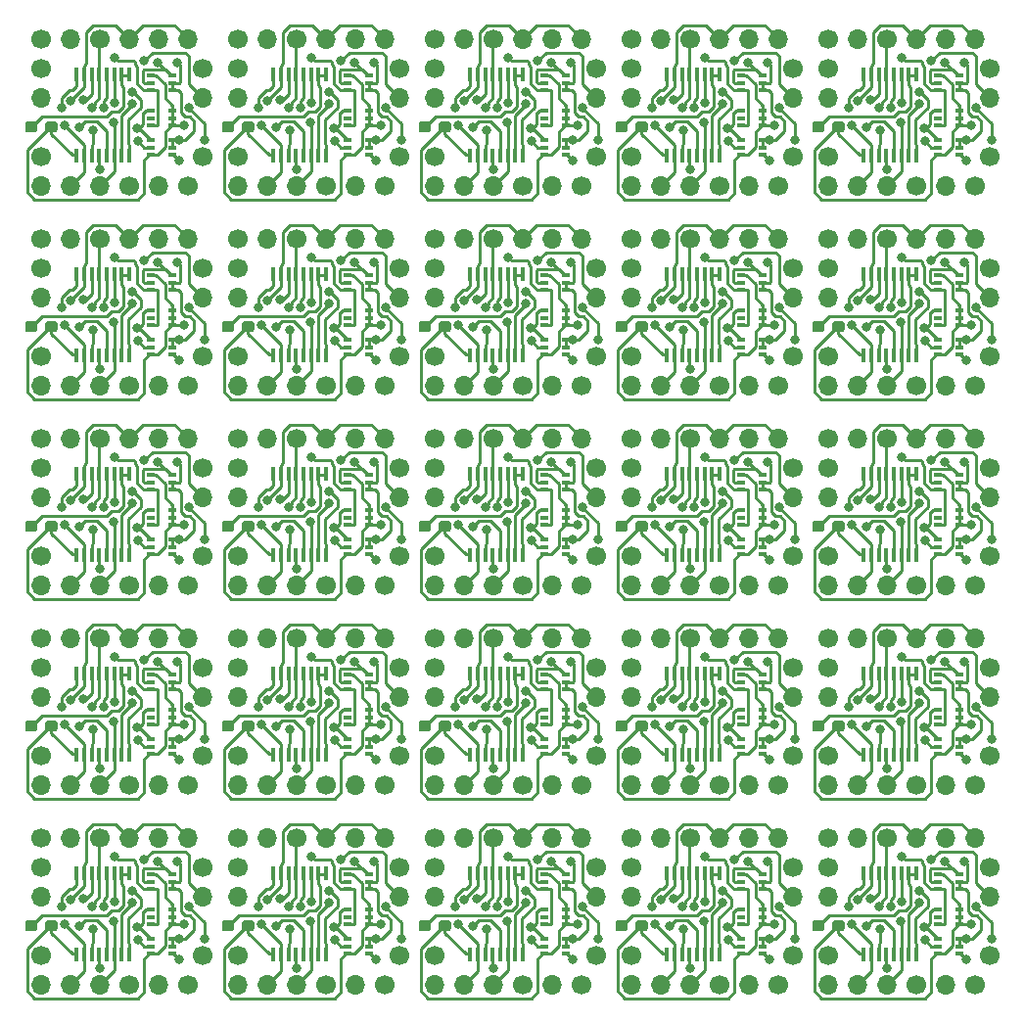
<source format=gbl>
G04 #@! TF.GenerationSoftware,KiCad,Pcbnew,5.1.0*
G04 #@! TF.CreationDate,2019-09-19T00:51:00+09:00*
G04 #@! TF.ProjectId,panelized_key,70616e65-6c69-47a6-9564-5f6b65792e6b,rev?*
G04 #@! TF.SameCoordinates,Original*
G04 #@! TF.FileFunction,Copper,L2,Bot*
G04 #@! TF.FilePolarity,Positive*
%FSLAX46Y46*%
G04 Gerber Fmt 4.6, Leading zero omitted, Abs format (unit mm)*
G04 Created by KiCad (PCBNEW 5.1.0) date 2019-09-19 00:51:00*
%MOMM*%
%LPD*%
G04 APERTURE LIST*
%ADD10R,0.400000X1.300000*%
%ADD11R,0.650000X0.400000*%
%ADD12C,1.700000*%
%ADD13O,1.700000X1.700000*%
%ADD14C,0.100000*%
%ADD15C,0.950000*%
%ADD16C,0.800000*%
%ADD17C,0.250000*%
G04 APERTURE END LIST*
D10*
X68845000Y-87178000D03*
X69495000Y-87178000D03*
X70145000Y-87178000D03*
X70795000Y-87178000D03*
X71445000Y-87178000D03*
X72095000Y-87178000D03*
X72745000Y-87178000D03*
X73395000Y-87178000D03*
X73395000Y-94178000D03*
X72745000Y-94178000D03*
X72095000Y-94178000D03*
X71445000Y-94178000D03*
X70795000Y-94178000D03*
X70145000Y-94178000D03*
X69495000Y-94178000D03*
X68845000Y-94178000D03*
D11*
X41214000Y-94122000D03*
X41214000Y-92822000D03*
X43114000Y-93472000D03*
X41214000Y-93472000D03*
X43114000Y-92822000D03*
X43114000Y-94122000D03*
X26096000Y-88534000D03*
X26096000Y-87234000D03*
X24196000Y-87884000D03*
X26096000Y-87884000D03*
X24196000Y-87234000D03*
X24196000Y-88534000D03*
D12*
X14732000Y-94234000D03*
X62738000Y-94234000D03*
X96774000Y-94234000D03*
D13*
X27432000Y-84074000D03*
X24892000Y-84074000D03*
X22352000Y-84074000D03*
D12*
X19812000Y-84074000D03*
D11*
X60132000Y-90282000D03*
X60132000Y-91582000D03*
X58232000Y-90932000D03*
X60132000Y-90932000D03*
X58232000Y-91582000D03*
X58232000Y-90282000D03*
D13*
X48768000Y-96774000D03*
X51308000Y-96774000D03*
X53848000Y-96774000D03*
D12*
X56388000Y-96774000D03*
D11*
X58232000Y-94122000D03*
X58232000Y-92822000D03*
X60132000Y-93472000D03*
X58232000Y-93472000D03*
X60132000Y-92822000D03*
X60132000Y-94122000D03*
D13*
X62738000Y-89154000D03*
D12*
X62738000Y-86614000D03*
D10*
X51827000Y-87178000D03*
X52477000Y-87178000D03*
X53127000Y-87178000D03*
X53777000Y-87178000D03*
X54427000Y-87178000D03*
X55077000Y-87178000D03*
X55727000Y-87178000D03*
X56377000Y-87178000D03*
X56377000Y-94178000D03*
X55727000Y-94178000D03*
X55077000Y-94178000D03*
X54427000Y-94178000D03*
X53777000Y-94178000D03*
X53127000Y-94178000D03*
X52477000Y-94178000D03*
X51827000Y-94178000D03*
D13*
X51308000Y-84074000D03*
D12*
X48768000Y-84074000D03*
D13*
X58928000Y-96774000D03*
D12*
X61468000Y-96774000D03*
D14*
G36*
X48203779Y-91220144D02*
G01*
X48226834Y-91223563D01*
X48249443Y-91229227D01*
X48271387Y-91237079D01*
X48292457Y-91247044D01*
X48312448Y-91259026D01*
X48331168Y-91272910D01*
X48348438Y-91288562D01*
X48364090Y-91305832D01*
X48377974Y-91324552D01*
X48389956Y-91344543D01*
X48399921Y-91365613D01*
X48407773Y-91387557D01*
X48413437Y-91410166D01*
X48416856Y-91433221D01*
X48418000Y-91456500D01*
X48418000Y-91931500D01*
X48416856Y-91954779D01*
X48413437Y-91977834D01*
X48407773Y-92000443D01*
X48399921Y-92022387D01*
X48389956Y-92043457D01*
X48377974Y-92063448D01*
X48364090Y-92082168D01*
X48348438Y-92099438D01*
X48331168Y-92115090D01*
X48312448Y-92128974D01*
X48292457Y-92140956D01*
X48271387Y-92150921D01*
X48249443Y-92158773D01*
X48226834Y-92164437D01*
X48203779Y-92167856D01*
X48180500Y-92169000D01*
X47605500Y-92169000D01*
X47582221Y-92167856D01*
X47559166Y-92164437D01*
X47536557Y-92158773D01*
X47514613Y-92150921D01*
X47493543Y-92140956D01*
X47473552Y-92128974D01*
X47454832Y-92115090D01*
X47437562Y-92099438D01*
X47421910Y-92082168D01*
X47408026Y-92063448D01*
X47396044Y-92043457D01*
X47386079Y-92022387D01*
X47378227Y-92000443D01*
X47372563Y-91977834D01*
X47369144Y-91954779D01*
X47368000Y-91931500D01*
X47368000Y-91456500D01*
X47369144Y-91433221D01*
X47372563Y-91410166D01*
X47378227Y-91387557D01*
X47386079Y-91365613D01*
X47396044Y-91344543D01*
X47408026Y-91324552D01*
X47421910Y-91305832D01*
X47437562Y-91288562D01*
X47454832Y-91272910D01*
X47473552Y-91259026D01*
X47493543Y-91247044D01*
X47514613Y-91237079D01*
X47536557Y-91229227D01*
X47559166Y-91223563D01*
X47582221Y-91220144D01*
X47605500Y-91219000D01*
X48180500Y-91219000D01*
X48203779Y-91220144D01*
X48203779Y-91220144D01*
G37*
D15*
X47893000Y-91694000D03*
D14*
G36*
X49953779Y-91220144D02*
G01*
X49976834Y-91223563D01*
X49999443Y-91229227D01*
X50021387Y-91237079D01*
X50042457Y-91247044D01*
X50062448Y-91259026D01*
X50081168Y-91272910D01*
X50098438Y-91288562D01*
X50114090Y-91305832D01*
X50127974Y-91324552D01*
X50139956Y-91344543D01*
X50149921Y-91365613D01*
X50157773Y-91387557D01*
X50163437Y-91410166D01*
X50166856Y-91433221D01*
X50168000Y-91456500D01*
X50168000Y-91931500D01*
X50166856Y-91954779D01*
X50163437Y-91977834D01*
X50157773Y-92000443D01*
X50149921Y-92022387D01*
X50139956Y-92043457D01*
X50127974Y-92063448D01*
X50114090Y-92082168D01*
X50098438Y-92099438D01*
X50081168Y-92115090D01*
X50062448Y-92128974D01*
X50042457Y-92140956D01*
X50021387Y-92150921D01*
X49999443Y-92158773D01*
X49976834Y-92164437D01*
X49953779Y-92167856D01*
X49930500Y-92169000D01*
X49355500Y-92169000D01*
X49332221Y-92167856D01*
X49309166Y-92164437D01*
X49286557Y-92158773D01*
X49264613Y-92150921D01*
X49243543Y-92140956D01*
X49223552Y-92128974D01*
X49204832Y-92115090D01*
X49187562Y-92099438D01*
X49171910Y-92082168D01*
X49158026Y-92063448D01*
X49146044Y-92043457D01*
X49136079Y-92022387D01*
X49128227Y-92000443D01*
X49122563Y-91977834D01*
X49119144Y-91954779D01*
X49118000Y-91931500D01*
X49118000Y-91456500D01*
X49119144Y-91433221D01*
X49122563Y-91410166D01*
X49128227Y-91387557D01*
X49136079Y-91365613D01*
X49146044Y-91344543D01*
X49158026Y-91324552D01*
X49171910Y-91305832D01*
X49187562Y-91288562D01*
X49204832Y-91272910D01*
X49223552Y-91259026D01*
X49243543Y-91247044D01*
X49264613Y-91237079D01*
X49286557Y-91229227D01*
X49309166Y-91223563D01*
X49332221Y-91220144D01*
X49355500Y-91219000D01*
X49930500Y-91219000D01*
X49953779Y-91220144D01*
X49953779Y-91220144D01*
G37*
D15*
X49643000Y-91694000D03*
D12*
X53848000Y-84074000D03*
D13*
X56388000Y-84074000D03*
X58928000Y-84074000D03*
X61468000Y-84074000D03*
D12*
X48768000Y-86614000D03*
D13*
X48768000Y-89154000D03*
D12*
X48768000Y-94234000D03*
D11*
X58232000Y-88534000D03*
X58232000Y-87234000D03*
X60132000Y-87884000D03*
X58232000Y-87884000D03*
X60132000Y-87234000D03*
X60132000Y-88534000D03*
D13*
X75946000Y-96774000D03*
D12*
X78486000Y-96774000D03*
X79756000Y-94234000D03*
D13*
X79756000Y-89154000D03*
D12*
X79756000Y-86614000D03*
D11*
X75250000Y-94122000D03*
X75250000Y-92822000D03*
X77150000Y-93472000D03*
X75250000Y-93472000D03*
X77150000Y-92822000D03*
X77150000Y-94122000D03*
D14*
G36*
X65221779Y-91220144D02*
G01*
X65244834Y-91223563D01*
X65267443Y-91229227D01*
X65289387Y-91237079D01*
X65310457Y-91247044D01*
X65330448Y-91259026D01*
X65349168Y-91272910D01*
X65366438Y-91288562D01*
X65382090Y-91305832D01*
X65395974Y-91324552D01*
X65407956Y-91344543D01*
X65417921Y-91365613D01*
X65425773Y-91387557D01*
X65431437Y-91410166D01*
X65434856Y-91433221D01*
X65436000Y-91456500D01*
X65436000Y-91931500D01*
X65434856Y-91954779D01*
X65431437Y-91977834D01*
X65425773Y-92000443D01*
X65417921Y-92022387D01*
X65407956Y-92043457D01*
X65395974Y-92063448D01*
X65382090Y-92082168D01*
X65366438Y-92099438D01*
X65349168Y-92115090D01*
X65330448Y-92128974D01*
X65310457Y-92140956D01*
X65289387Y-92150921D01*
X65267443Y-92158773D01*
X65244834Y-92164437D01*
X65221779Y-92167856D01*
X65198500Y-92169000D01*
X64623500Y-92169000D01*
X64600221Y-92167856D01*
X64577166Y-92164437D01*
X64554557Y-92158773D01*
X64532613Y-92150921D01*
X64511543Y-92140956D01*
X64491552Y-92128974D01*
X64472832Y-92115090D01*
X64455562Y-92099438D01*
X64439910Y-92082168D01*
X64426026Y-92063448D01*
X64414044Y-92043457D01*
X64404079Y-92022387D01*
X64396227Y-92000443D01*
X64390563Y-91977834D01*
X64387144Y-91954779D01*
X64386000Y-91931500D01*
X64386000Y-91456500D01*
X64387144Y-91433221D01*
X64390563Y-91410166D01*
X64396227Y-91387557D01*
X64404079Y-91365613D01*
X64414044Y-91344543D01*
X64426026Y-91324552D01*
X64439910Y-91305832D01*
X64455562Y-91288562D01*
X64472832Y-91272910D01*
X64491552Y-91259026D01*
X64511543Y-91247044D01*
X64532613Y-91237079D01*
X64554557Y-91229227D01*
X64577166Y-91223563D01*
X64600221Y-91220144D01*
X64623500Y-91219000D01*
X65198500Y-91219000D01*
X65221779Y-91220144D01*
X65221779Y-91220144D01*
G37*
D15*
X64911000Y-91694000D03*
D14*
G36*
X66971779Y-91220144D02*
G01*
X66994834Y-91223563D01*
X67017443Y-91229227D01*
X67039387Y-91237079D01*
X67060457Y-91247044D01*
X67080448Y-91259026D01*
X67099168Y-91272910D01*
X67116438Y-91288562D01*
X67132090Y-91305832D01*
X67145974Y-91324552D01*
X67157956Y-91344543D01*
X67167921Y-91365613D01*
X67175773Y-91387557D01*
X67181437Y-91410166D01*
X67184856Y-91433221D01*
X67186000Y-91456500D01*
X67186000Y-91931500D01*
X67184856Y-91954779D01*
X67181437Y-91977834D01*
X67175773Y-92000443D01*
X67167921Y-92022387D01*
X67157956Y-92043457D01*
X67145974Y-92063448D01*
X67132090Y-92082168D01*
X67116438Y-92099438D01*
X67099168Y-92115090D01*
X67080448Y-92128974D01*
X67060457Y-92140956D01*
X67039387Y-92150921D01*
X67017443Y-92158773D01*
X66994834Y-92164437D01*
X66971779Y-92167856D01*
X66948500Y-92169000D01*
X66373500Y-92169000D01*
X66350221Y-92167856D01*
X66327166Y-92164437D01*
X66304557Y-92158773D01*
X66282613Y-92150921D01*
X66261543Y-92140956D01*
X66241552Y-92128974D01*
X66222832Y-92115090D01*
X66205562Y-92099438D01*
X66189910Y-92082168D01*
X66176026Y-92063448D01*
X66164044Y-92043457D01*
X66154079Y-92022387D01*
X66146227Y-92000443D01*
X66140563Y-91977834D01*
X66137144Y-91954779D01*
X66136000Y-91931500D01*
X66136000Y-91456500D01*
X66137144Y-91433221D01*
X66140563Y-91410166D01*
X66146227Y-91387557D01*
X66154079Y-91365613D01*
X66164044Y-91344543D01*
X66176026Y-91324552D01*
X66189910Y-91305832D01*
X66205562Y-91288562D01*
X66222832Y-91272910D01*
X66241552Y-91259026D01*
X66261543Y-91247044D01*
X66282613Y-91237079D01*
X66304557Y-91229227D01*
X66327166Y-91223563D01*
X66350221Y-91220144D01*
X66373500Y-91219000D01*
X66948500Y-91219000D01*
X66971779Y-91220144D01*
X66971779Y-91220144D01*
G37*
D15*
X66661000Y-91694000D03*
D11*
X77150000Y-90282000D03*
X77150000Y-91582000D03*
X75250000Y-90932000D03*
X77150000Y-90932000D03*
X75250000Y-91582000D03*
X75250000Y-90282000D03*
D12*
X87884000Y-84074000D03*
D13*
X90424000Y-84074000D03*
X92964000Y-84074000D03*
X95504000Y-84074000D03*
X14732000Y-89154000D03*
D12*
X14732000Y-86614000D03*
D13*
X68326000Y-84074000D03*
D12*
X65786000Y-84074000D03*
D13*
X65786000Y-96774000D03*
X68326000Y-96774000D03*
X70866000Y-96774000D03*
D12*
X73406000Y-96774000D03*
X65786000Y-86614000D03*
D13*
X65786000Y-89154000D03*
D12*
X70866000Y-84074000D03*
D13*
X73406000Y-84074000D03*
X75946000Y-84074000D03*
X78486000Y-84074000D03*
D12*
X65786000Y-94234000D03*
D11*
X75250000Y-88534000D03*
X75250000Y-87234000D03*
X77150000Y-87884000D03*
X75250000Y-87884000D03*
X77150000Y-87234000D03*
X77150000Y-88534000D03*
D13*
X92964000Y-96774000D03*
D12*
X95504000Y-96774000D03*
D10*
X85863000Y-87178000D03*
X86513000Y-87178000D03*
X87163000Y-87178000D03*
X87813000Y-87178000D03*
X88463000Y-87178000D03*
X89113000Y-87178000D03*
X89763000Y-87178000D03*
X90413000Y-87178000D03*
X90413000Y-94178000D03*
X89763000Y-94178000D03*
X89113000Y-94178000D03*
X88463000Y-94178000D03*
X87813000Y-94178000D03*
X87163000Y-94178000D03*
X86513000Y-94178000D03*
X85863000Y-94178000D03*
D13*
X96774000Y-89154000D03*
D12*
X96774000Y-86614000D03*
D11*
X92268000Y-94122000D03*
X92268000Y-92822000D03*
X94168000Y-93472000D03*
X92268000Y-93472000D03*
X94168000Y-92822000D03*
X94168000Y-94122000D03*
D14*
G36*
X31185779Y-91220144D02*
G01*
X31208834Y-91223563D01*
X31231443Y-91229227D01*
X31253387Y-91237079D01*
X31274457Y-91247044D01*
X31294448Y-91259026D01*
X31313168Y-91272910D01*
X31330438Y-91288562D01*
X31346090Y-91305832D01*
X31359974Y-91324552D01*
X31371956Y-91344543D01*
X31381921Y-91365613D01*
X31389773Y-91387557D01*
X31395437Y-91410166D01*
X31398856Y-91433221D01*
X31400000Y-91456500D01*
X31400000Y-91931500D01*
X31398856Y-91954779D01*
X31395437Y-91977834D01*
X31389773Y-92000443D01*
X31381921Y-92022387D01*
X31371956Y-92043457D01*
X31359974Y-92063448D01*
X31346090Y-92082168D01*
X31330438Y-92099438D01*
X31313168Y-92115090D01*
X31294448Y-92128974D01*
X31274457Y-92140956D01*
X31253387Y-92150921D01*
X31231443Y-92158773D01*
X31208834Y-92164437D01*
X31185779Y-92167856D01*
X31162500Y-92169000D01*
X30587500Y-92169000D01*
X30564221Y-92167856D01*
X30541166Y-92164437D01*
X30518557Y-92158773D01*
X30496613Y-92150921D01*
X30475543Y-92140956D01*
X30455552Y-92128974D01*
X30436832Y-92115090D01*
X30419562Y-92099438D01*
X30403910Y-92082168D01*
X30390026Y-92063448D01*
X30378044Y-92043457D01*
X30368079Y-92022387D01*
X30360227Y-92000443D01*
X30354563Y-91977834D01*
X30351144Y-91954779D01*
X30350000Y-91931500D01*
X30350000Y-91456500D01*
X30351144Y-91433221D01*
X30354563Y-91410166D01*
X30360227Y-91387557D01*
X30368079Y-91365613D01*
X30378044Y-91344543D01*
X30390026Y-91324552D01*
X30403910Y-91305832D01*
X30419562Y-91288562D01*
X30436832Y-91272910D01*
X30455552Y-91259026D01*
X30475543Y-91247044D01*
X30496613Y-91237079D01*
X30518557Y-91229227D01*
X30541166Y-91223563D01*
X30564221Y-91220144D01*
X30587500Y-91219000D01*
X31162500Y-91219000D01*
X31185779Y-91220144D01*
X31185779Y-91220144D01*
G37*
D15*
X30875000Y-91694000D03*
D14*
G36*
X32935779Y-91220144D02*
G01*
X32958834Y-91223563D01*
X32981443Y-91229227D01*
X33003387Y-91237079D01*
X33024457Y-91247044D01*
X33044448Y-91259026D01*
X33063168Y-91272910D01*
X33080438Y-91288562D01*
X33096090Y-91305832D01*
X33109974Y-91324552D01*
X33121956Y-91344543D01*
X33131921Y-91365613D01*
X33139773Y-91387557D01*
X33145437Y-91410166D01*
X33148856Y-91433221D01*
X33150000Y-91456500D01*
X33150000Y-91931500D01*
X33148856Y-91954779D01*
X33145437Y-91977834D01*
X33139773Y-92000443D01*
X33131921Y-92022387D01*
X33121956Y-92043457D01*
X33109974Y-92063448D01*
X33096090Y-92082168D01*
X33080438Y-92099438D01*
X33063168Y-92115090D01*
X33044448Y-92128974D01*
X33024457Y-92140956D01*
X33003387Y-92150921D01*
X32981443Y-92158773D01*
X32958834Y-92164437D01*
X32935779Y-92167856D01*
X32912500Y-92169000D01*
X32337500Y-92169000D01*
X32314221Y-92167856D01*
X32291166Y-92164437D01*
X32268557Y-92158773D01*
X32246613Y-92150921D01*
X32225543Y-92140956D01*
X32205552Y-92128974D01*
X32186832Y-92115090D01*
X32169562Y-92099438D01*
X32153910Y-92082168D01*
X32140026Y-92063448D01*
X32128044Y-92043457D01*
X32118079Y-92022387D01*
X32110227Y-92000443D01*
X32104563Y-91977834D01*
X32101144Y-91954779D01*
X32100000Y-91931500D01*
X32100000Y-91456500D01*
X32101144Y-91433221D01*
X32104563Y-91410166D01*
X32110227Y-91387557D01*
X32118079Y-91365613D01*
X32128044Y-91344543D01*
X32140026Y-91324552D01*
X32153910Y-91305832D01*
X32169562Y-91288562D01*
X32186832Y-91272910D01*
X32205552Y-91259026D01*
X32225543Y-91247044D01*
X32246613Y-91237079D01*
X32268557Y-91229227D01*
X32291166Y-91223563D01*
X32314221Y-91220144D01*
X32337500Y-91219000D01*
X32912500Y-91219000D01*
X32935779Y-91220144D01*
X32935779Y-91220144D01*
G37*
D15*
X32625000Y-91694000D03*
D14*
G36*
X82239779Y-91220144D02*
G01*
X82262834Y-91223563D01*
X82285443Y-91229227D01*
X82307387Y-91237079D01*
X82328457Y-91247044D01*
X82348448Y-91259026D01*
X82367168Y-91272910D01*
X82384438Y-91288562D01*
X82400090Y-91305832D01*
X82413974Y-91324552D01*
X82425956Y-91344543D01*
X82435921Y-91365613D01*
X82443773Y-91387557D01*
X82449437Y-91410166D01*
X82452856Y-91433221D01*
X82454000Y-91456500D01*
X82454000Y-91931500D01*
X82452856Y-91954779D01*
X82449437Y-91977834D01*
X82443773Y-92000443D01*
X82435921Y-92022387D01*
X82425956Y-92043457D01*
X82413974Y-92063448D01*
X82400090Y-92082168D01*
X82384438Y-92099438D01*
X82367168Y-92115090D01*
X82348448Y-92128974D01*
X82328457Y-92140956D01*
X82307387Y-92150921D01*
X82285443Y-92158773D01*
X82262834Y-92164437D01*
X82239779Y-92167856D01*
X82216500Y-92169000D01*
X81641500Y-92169000D01*
X81618221Y-92167856D01*
X81595166Y-92164437D01*
X81572557Y-92158773D01*
X81550613Y-92150921D01*
X81529543Y-92140956D01*
X81509552Y-92128974D01*
X81490832Y-92115090D01*
X81473562Y-92099438D01*
X81457910Y-92082168D01*
X81444026Y-92063448D01*
X81432044Y-92043457D01*
X81422079Y-92022387D01*
X81414227Y-92000443D01*
X81408563Y-91977834D01*
X81405144Y-91954779D01*
X81404000Y-91931500D01*
X81404000Y-91456500D01*
X81405144Y-91433221D01*
X81408563Y-91410166D01*
X81414227Y-91387557D01*
X81422079Y-91365613D01*
X81432044Y-91344543D01*
X81444026Y-91324552D01*
X81457910Y-91305832D01*
X81473562Y-91288562D01*
X81490832Y-91272910D01*
X81509552Y-91259026D01*
X81529543Y-91247044D01*
X81550613Y-91237079D01*
X81572557Y-91229227D01*
X81595166Y-91223563D01*
X81618221Y-91220144D01*
X81641500Y-91219000D01*
X82216500Y-91219000D01*
X82239779Y-91220144D01*
X82239779Y-91220144D01*
G37*
D15*
X81929000Y-91694000D03*
D14*
G36*
X83989779Y-91220144D02*
G01*
X84012834Y-91223563D01*
X84035443Y-91229227D01*
X84057387Y-91237079D01*
X84078457Y-91247044D01*
X84098448Y-91259026D01*
X84117168Y-91272910D01*
X84134438Y-91288562D01*
X84150090Y-91305832D01*
X84163974Y-91324552D01*
X84175956Y-91344543D01*
X84185921Y-91365613D01*
X84193773Y-91387557D01*
X84199437Y-91410166D01*
X84202856Y-91433221D01*
X84204000Y-91456500D01*
X84204000Y-91931500D01*
X84202856Y-91954779D01*
X84199437Y-91977834D01*
X84193773Y-92000443D01*
X84185921Y-92022387D01*
X84175956Y-92043457D01*
X84163974Y-92063448D01*
X84150090Y-92082168D01*
X84134438Y-92099438D01*
X84117168Y-92115090D01*
X84098448Y-92128974D01*
X84078457Y-92140956D01*
X84057387Y-92150921D01*
X84035443Y-92158773D01*
X84012834Y-92164437D01*
X83989779Y-92167856D01*
X83966500Y-92169000D01*
X83391500Y-92169000D01*
X83368221Y-92167856D01*
X83345166Y-92164437D01*
X83322557Y-92158773D01*
X83300613Y-92150921D01*
X83279543Y-92140956D01*
X83259552Y-92128974D01*
X83240832Y-92115090D01*
X83223562Y-92099438D01*
X83207910Y-92082168D01*
X83194026Y-92063448D01*
X83182044Y-92043457D01*
X83172079Y-92022387D01*
X83164227Y-92000443D01*
X83158563Y-91977834D01*
X83155144Y-91954779D01*
X83154000Y-91931500D01*
X83154000Y-91456500D01*
X83155144Y-91433221D01*
X83158563Y-91410166D01*
X83164227Y-91387557D01*
X83172079Y-91365613D01*
X83182044Y-91344543D01*
X83194026Y-91324552D01*
X83207910Y-91305832D01*
X83223562Y-91288562D01*
X83240832Y-91272910D01*
X83259552Y-91259026D01*
X83279543Y-91247044D01*
X83300613Y-91237079D01*
X83322557Y-91229227D01*
X83345166Y-91223563D01*
X83368221Y-91220144D01*
X83391500Y-91219000D01*
X83966500Y-91219000D01*
X83989779Y-91220144D01*
X83989779Y-91220144D01*
G37*
D15*
X83679000Y-91694000D03*
D12*
X22352000Y-96774000D03*
D13*
X19812000Y-96774000D03*
X17272000Y-96774000D03*
X14732000Y-96774000D03*
D11*
X92268000Y-88534000D03*
X92268000Y-87234000D03*
X94168000Y-87884000D03*
X92268000Y-87884000D03*
X94168000Y-87234000D03*
X94168000Y-88534000D03*
X43114000Y-90282000D03*
X43114000Y-91582000D03*
X41214000Y-90932000D03*
X43114000Y-90932000D03*
X41214000Y-91582000D03*
X41214000Y-90282000D03*
D12*
X45720000Y-94234000D03*
D13*
X45720000Y-89154000D03*
D12*
X45720000Y-86614000D03*
D13*
X85344000Y-84074000D03*
D12*
X82804000Y-84074000D03*
X14732000Y-84074000D03*
D13*
X17272000Y-84074000D03*
D11*
X94168000Y-90282000D03*
X94168000Y-91582000D03*
X92268000Y-90932000D03*
X94168000Y-90932000D03*
X92268000Y-91582000D03*
X92268000Y-90282000D03*
X24196000Y-90282000D03*
X24196000Y-91582000D03*
X26096000Y-90932000D03*
X24196000Y-90932000D03*
X26096000Y-91582000D03*
X26096000Y-90282000D03*
D13*
X82804000Y-96774000D03*
X85344000Y-96774000D03*
X87884000Y-96774000D03*
D12*
X90424000Y-96774000D03*
X82804000Y-86614000D03*
D13*
X82804000Y-89154000D03*
D12*
X82804000Y-94234000D03*
D14*
G36*
X15917779Y-91220144D02*
G01*
X15940834Y-91223563D01*
X15963443Y-91229227D01*
X15985387Y-91237079D01*
X16006457Y-91247044D01*
X16026448Y-91259026D01*
X16045168Y-91272910D01*
X16062438Y-91288562D01*
X16078090Y-91305832D01*
X16091974Y-91324552D01*
X16103956Y-91344543D01*
X16113921Y-91365613D01*
X16121773Y-91387557D01*
X16127437Y-91410166D01*
X16130856Y-91433221D01*
X16132000Y-91456500D01*
X16132000Y-91931500D01*
X16130856Y-91954779D01*
X16127437Y-91977834D01*
X16121773Y-92000443D01*
X16113921Y-92022387D01*
X16103956Y-92043457D01*
X16091974Y-92063448D01*
X16078090Y-92082168D01*
X16062438Y-92099438D01*
X16045168Y-92115090D01*
X16026448Y-92128974D01*
X16006457Y-92140956D01*
X15985387Y-92150921D01*
X15963443Y-92158773D01*
X15940834Y-92164437D01*
X15917779Y-92167856D01*
X15894500Y-92169000D01*
X15319500Y-92169000D01*
X15296221Y-92167856D01*
X15273166Y-92164437D01*
X15250557Y-92158773D01*
X15228613Y-92150921D01*
X15207543Y-92140956D01*
X15187552Y-92128974D01*
X15168832Y-92115090D01*
X15151562Y-92099438D01*
X15135910Y-92082168D01*
X15122026Y-92063448D01*
X15110044Y-92043457D01*
X15100079Y-92022387D01*
X15092227Y-92000443D01*
X15086563Y-91977834D01*
X15083144Y-91954779D01*
X15082000Y-91931500D01*
X15082000Y-91456500D01*
X15083144Y-91433221D01*
X15086563Y-91410166D01*
X15092227Y-91387557D01*
X15100079Y-91365613D01*
X15110044Y-91344543D01*
X15122026Y-91324552D01*
X15135910Y-91305832D01*
X15151562Y-91288562D01*
X15168832Y-91272910D01*
X15187552Y-91259026D01*
X15207543Y-91247044D01*
X15228613Y-91237079D01*
X15250557Y-91229227D01*
X15273166Y-91223563D01*
X15296221Y-91220144D01*
X15319500Y-91219000D01*
X15894500Y-91219000D01*
X15917779Y-91220144D01*
X15917779Y-91220144D01*
G37*
D15*
X15607000Y-91694000D03*
D14*
G36*
X14167779Y-91220144D02*
G01*
X14190834Y-91223563D01*
X14213443Y-91229227D01*
X14235387Y-91237079D01*
X14256457Y-91247044D01*
X14276448Y-91259026D01*
X14295168Y-91272910D01*
X14312438Y-91288562D01*
X14328090Y-91305832D01*
X14341974Y-91324552D01*
X14353956Y-91344543D01*
X14363921Y-91365613D01*
X14371773Y-91387557D01*
X14377437Y-91410166D01*
X14380856Y-91433221D01*
X14382000Y-91456500D01*
X14382000Y-91931500D01*
X14380856Y-91954779D01*
X14377437Y-91977834D01*
X14371773Y-92000443D01*
X14363921Y-92022387D01*
X14353956Y-92043457D01*
X14341974Y-92063448D01*
X14328090Y-92082168D01*
X14312438Y-92099438D01*
X14295168Y-92115090D01*
X14276448Y-92128974D01*
X14256457Y-92140956D01*
X14235387Y-92150921D01*
X14213443Y-92158773D01*
X14190834Y-92164437D01*
X14167779Y-92167856D01*
X14144500Y-92169000D01*
X13569500Y-92169000D01*
X13546221Y-92167856D01*
X13523166Y-92164437D01*
X13500557Y-92158773D01*
X13478613Y-92150921D01*
X13457543Y-92140956D01*
X13437552Y-92128974D01*
X13418832Y-92115090D01*
X13401562Y-92099438D01*
X13385910Y-92082168D01*
X13372026Y-92063448D01*
X13360044Y-92043457D01*
X13350079Y-92022387D01*
X13342227Y-92000443D01*
X13336563Y-91977834D01*
X13333144Y-91954779D01*
X13332000Y-91931500D01*
X13332000Y-91456500D01*
X13333144Y-91433221D01*
X13336563Y-91410166D01*
X13342227Y-91387557D01*
X13350079Y-91365613D01*
X13360044Y-91344543D01*
X13372026Y-91324552D01*
X13385910Y-91305832D01*
X13401562Y-91288562D01*
X13418832Y-91272910D01*
X13437552Y-91259026D01*
X13457543Y-91247044D01*
X13478613Y-91237079D01*
X13500557Y-91229227D01*
X13523166Y-91223563D01*
X13546221Y-91220144D01*
X13569500Y-91219000D01*
X14144500Y-91219000D01*
X14167779Y-91220144D01*
X14167779Y-91220144D01*
G37*
D15*
X13857000Y-91694000D03*
D11*
X26096000Y-94122000D03*
X26096000Y-92822000D03*
X24196000Y-93472000D03*
X26096000Y-93472000D03*
X24196000Y-92822000D03*
X24196000Y-94122000D03*
D12*
X28702000Y-86614000D03*
D13*
X28702000Y-89154000D03*
D11*
X41214000Y-88534000D03*
X41214000Y-87234000D03*
X43114000Y-87884000D03*
X41214000Y-87884000D03*
X43114000Y-87234000D03*
X43114000Y-88534000D03*
D10*
X17791000Y-94178000D03*
X18441000Y-94178000D03*
X19091000Y-94178000D03*
X19741000Y-94178000D03*
X20391000Y-94178000D03*
X21041000Y-94178000D03*
X21691000Y-94178000D03*
X22341000Y-94178000D03*
X22341000Y-87178000D03*
X21691000Y-87178000D03*
X21041000Y-87178000D03*
X20391000Y-87178000D03*
X19741000Y-87178000D03*
X19091000Y-87178000D03*
X18441000Y-87178000D03*
X17791000Y-87178000D03*
D13*
X41910000Y-96774000D03*
D12*
X44450000Y-96774000D03*
X31750000Y-86614000D03*
D13*
X31750000Y-89154000D03*
X34290000Y-84074000D03*
D12*
X31750000Y-84074000D03*
X31750000Y-94234000D03*
D13*
X31750000Y-96774000D03*
X34290000Y-96774000D03*
X36830000Y-96774000D03*
D12*
X39370000Y-96774000D03*
X36830000Y-84074000D03*
D13*
X39370000Y-84074000D03*
X41910000Y-84074000D03*
X44450000Y-84074000D03*
D10*
X34809000Y-87178000D03*
X35459000Y-87178000D03*
X36109000Y-87178000D03*
X36759000Y-87178000D03*
X37409000Y-87178000D03*
X38059000Y-87178000D03*
X38709000Y-87178000D03*
X39359000Y-87178000D03*
X39359000Y-94178000D03*
X38709000Y-94178000D03*
X38059000Y-94178000D03*
X37409000Y-94178000D03*
X36759000Y-94178000D03*
X36109000Y-94178000D03*
X35459000Y-94178000D03*
X34809000Y-94178000D03*
D12*
X27432000Y-96774000D03*
D13*
X24892000Y-96774000D03*
D12*
X28702000Y-94234000D03*
D10*
X68845000Y-69906000D03*
X69495000Y-69906000D03*
X70145000Y-69906000D03*
X70795000Y-69906000D03*
X71445000Y-69906000D03*
X72095000Y-69906000D03*
X72745000Y-69906000D03*
X73395000Y-69906000D03*
X73395000Y-76906000D03*
X72745000Y-76906000D03*
X72095000Y-76906000D03*
X71445000Y-76906000D03*
X70795000Y-76906000D03*
X70145000Y-76906000D03*
X69495000Y-76906000D03*
X68845000Y-76906000D03*
D11*
X41214000Y-76850000D03*
X41214000Y-75550000D03*
X43114000Y-76200000D03*
X41214000Y-76200000D03*
X43114000Y-75550000D03*
X43114000Y-76850000D03*
X26096000Y-71262000D03*
X26096000Y-69962000D03*
X24196000Y-70612000D03*
X26096000Y-70612000D03*
X24196000Y-69962000D03*
X24196000Y-71262000D03*
D12*
X14732000Y-76962000D03*
X62738000Y-76962000D03*
X96774000Y-76962000D03*
D13*
X27432000Y-66802000D03*
X24892000Y-66802000D03*
X22352000Y-66802000D03*
D12*
X19812000Y-66802000D03*
D11*
X60132000Y-73010000D03*
X60132000Y-74310000D03*
X58232000Y-73660000D03*
X60132000Y-73660000D03*
X58232000Y-74310000D03*
X58232000Y-73010000D03*
D13*
X48768000Y-79502000D03*
X51308000Y-79502000D03*
X53848000Y-79502000D03*
D12*
X56388000Y-79502000D03*
D11*
X58232000Y-76850000D03*
X58232000Y-75550000D03*
X60132000Y-76200000D03*
X58232000Y-76200000D03*
X60132000Y-75550000D03*
X60132000Y-76850000D03*
D13*
X62738000Y-71882000D03*
D12*
X62738000Y-69342000D03*
D10*
X51827000Y-69906000D03*
X52477000Y-69906000D03*
X53127000Y-69906000D03*
X53777000Y-69906000D03*
X54427000Y-69906000D03*
X55077000Y-69906000D03*
X55727000Y-69906000D03*
X56377000Y-69906000D03*
X56377000Y-76906000D03*
X55727000Y-76906000D03*
X55077000Y-76906000D03*
X54427000Y-76906000D03*
X53777000Y-76906000D03*
X53127000Y-76906000D03*
X52477000Y-76906000D03*
X51827000Y-76906000D03*
D13*
X51308000Y-66802000D03*
D12*
X48768000Y-66802000D03*
D13*
X58928000Y-79502000D03*
D12*
X61468000Y-79502000D03*
D14*
G36*
X48203779Y-73948144D02*
G01*
X48226834Y-73951563D01*
X48249443Y-73957227D01*
X48271387Y-73965079D01*
X48292457Y-73975044D01*
X48312448Y-73987026D01*
X48331168Y-74000910D01*
X48348438Y-74016562D01*
X48364090Y-74033832D01*
X48377974Y-74052552D01*
X48389956Y-74072543D01*
X48399921Y-74093613D01*
X48407773Y-74115557D01*
X48413437Y-74138166D01*
X48416856Y-74161221D01*
X48418000Y-74184500D01*
X48418000Y-74659500D01*
X48416856Y-74682779D01*
X48413437Y-74705834D01*
X48407773Y-74728443D01*
X48399921Y-74750387D01*
X48389956Y-74771457D01*
X48377974Y-74791448D01*
X48364090Y-74810168D01*
X48348438Y-74827438D01*
X48331168Y-74843090D01*
X48312448Y-74856974D01*
X48292457Y-74868956D01*
X48271387Y-74878921D01*
X48249443Y-74886773D01*
X48226834Y-74892437D01*
X48203779Y-74895856D01*
X48180500Y-74897000D01*
X47605500Y-74897000D01*
X47582221Y-74895856D01*
X47559166Y-74892437D01*
X47536557Y-74886773D01*
X47514613Y-74878921D01*
X47493543Y-74868956D01*
X47473552Y-74856974D01*
X47454832Y-74843090D01*
X47437562Y-74827438D01*
X47421910Y-74810168D01*
X47408026Y-74791448D01*
X47396044Y-74771457D01*
X47386079Y-74750387D01*
X47378227Y-74728443D01*
X47372563Y-74705834D01*
X47369144Y-74682779D01*
X47368000Y-74659500D01*
X47368000Y-74184500D01*
X47369144Y-74161221D01*
X47372563Y-74138166D01*
X47378227Y-74115557D01*
X47386079Y-74093613D01*
X47396044Y-74072543D01*
X47408026Y-74052552D01*
X47421910Y-74033832D01*
X47437562Y-74016562D01*
X47454832Y-74000910D01*
X47473552Y-73987026D01*
X47493543Y-73975044D01*
X47514613Y-73965079D01*
X47536557Y-73957227D01*
X47559166Y-73951563D01*
X47582221Y-73948144D01*
X47605500Y-73947000D01*
X48180500Y-73947000D01*
X48203779Y-73948144D01*
X48203779Y-73948144D01*
G37*
D15*
X47893000Y-74422000D03*
D14*
G36*
X49953779Y-73948144D02*
G01*
X49976834Y-73951563D01*
X49999443Y-73957227D01*
X50021387Y-73965079D01*
X50042457Y-73975044D01*
X50062448Y-73987026D01*
X50081168Y-74000910D01*
X50098438Y-74016562D01*
X50114090Y-74033832D01*
X50127974Y-74052552D01*
X50139956Y-74072543D01*
X50149921Y-74093613D01*
X50157773Y-74115557D01*
X50163437Y-74138166D01*
X50166856Y-74161221D01*
X50168000Y-74184500D01*
X50168000Y-74659500D01*
X50166856Y-74682779D01*
X50163437Y-74705834D01*
X50157773Y-74728443D01*
X50149921Y-74750387D01*
X50139956Y-74771457D01*
X50127974Y-74791448D01*
X50114090Y-74810168D01*
X50098438Y-74827438D01*
X50081168Y-74843090D01*
X50062448Y-74856974D01*
X50042457Y-74868956D01*
X50021387Y-74878921D01*
X49999443Y-74886773D01*
X49976834Y-74892437D01*
X49953779Y-74895856D01*
X49930500Y-74897000D01*
X49355500Y-74897000D01*
X49332221Y-74895856D01*
X49309166Y-74892437D01*
X49286557Y-74886773D01*
X49264613Y-74878921D01*
X49243543Y-74868956D01*
X49223552Y-74856974D01*
X49204832Y-74843090D01*
X49187562Y-74827438D01*
X49171910Y-74810168D01*
X49158026Y-74791448D01*
X49146044Y-74771457D01*
X49136079Y-74750387D01*
X49128227Y-74728443D01*
X49122563Y-74705834D01*
X49119144Y-74682779D01*
X49118000Y-74659500D01*
X49118000Y-74184500D01*
X49119144Y-74161221D01*
X49122563Y-74138166D01*
X49128227Y-74115557D01*
X49136079Y-74093613D01*
X49146044Y-74072543D01*
X49158026Y-74052552D01*
X49171910Y-74033832D01*
X49187562Y-74016562D01*
X49204832Y-74000910D01*
X49223552Y-73987026D01*
X49243543Y-73975044D01*
X49264613Y-73965079D01*
X49286557Y-73957227D01*
X49309166Y-73951563D01*
X49332221Y-73948144D01*
X49355500Y-73947000D01*
X49930500Y-73947000D01*
X49953779Y-73948144D01*
X49953779Y-73948144D01*
G37*
D15*
X49643000Y-74422000D03*
D12*
X53848000Y-66802000D03*
D13*
X56388000Y-66802000D03*
X58928000Y-66802000D03*
X61468000Y-66802000D03*
D12*
X48768000Y-69342000D03*
D13*
X48768000Y-71882000D03*
D12*
X48768000Y-76962000D03*
D11*
X58232000Y-71262000D03*
X58232000Y-69962000D03*
X60132000Y-70612000D03*
X58232000Y-70612000D03*
X60132000Y-69962000D03*
X60132000Y-71262000D03*
D13*
X75946000Y-79502000D03*
D12*
X78486000Y-79502000D03*
X79756000Y-76962000D03*
D13*
X79756000Y-71882000D03*
D12*
X79756000Y-69342000D03*
D11*
X75250000Y-76850000D03*
X75250000Y-75550000D03*
X77150000Y-76200000D03*
X75250000Y-76200000D03*
X77150000Y-75550000D03*
X77150000Y-76850000D03*
D14*
G36*
X65221779Y-73948144D02*
G01*
X65244834Y-73951563D01*
X65267443Y-73957227D01*
X65289387Y-73965079D01*
X65310457Y-73975044D01*
X65330448Y-73987026D01*
X65349168Y-74000910D01*
X65366438Y-74016562D01*
X65382090Y-74033832D01*
X65395974Y-74052552D01*
X65407956Y-74072543D01*
X65417921Y-74093613D01*
X65425773Y-74115557D01*
X65431437Y-74138166D01*
X65434856Y-74161221D01*
X65436000Y-74184500D01*
X65436000Y-74659500D01*
X65434856Y-74682779D01*
X65431437Y-74705834D01*
X65425773Y-74728443D01*
X65417921Y-74750387D01*
X65407956Y-74771457D01*
X65395974Y-74791448D01*
X65382090Y-74810168D01*
X65366438Y-74827438D01*
X65349168Y-74843090D01*
X65330448Y-74856974D01*
X65310457Y-74868956D01*
X65289387Y-74878921D01*
X65267443Y-74886773D01*
X65244834Y-74892437D01*
X65221779Y-74895856D01*
X65198500Y-74897000D01*
X64623500Y-74897000D01*
X64600221Y-74895856D01*
X64577166Y-74892437D01*
X64554557Y-74886773D01*
X64532613Y-74878921D01*
X64511543Y-74868956D01*
X64491552Y-74856974D01*
X64472832Y-74843090D01*
X64455562Y-74827438D01*
X64439910Y-74810168D01*
X64426026Y-74791448D01*
X64414044Y-74771457D01*
X64404079Y-74750387D01*
X64396227Y-74728443D01*
X64390563Y-74705834D01*
X64387144Y-74682779D01*
X64386000Y-74659500D01*
X64386000Y-74184500D01*
X64387144Y-74161221D01*
X64390563Y-74138166D01*
X64396227Y-74115557D01*
X64404079Y-74093613D01*
X64414044Y-74072543D01*
X64426026Y-74052552D01*
X64439910Y-74033832D01*
X64455562Y-74016562D01*
X64472832Y-74000910D01*
X64491552Y-73987026D01*
X64511543Y-73975044D01*
X64532613Y-73965079D01*
X64554557Y-73957227D01*
X64577166Y-73951563D01*
X64600221Y-73948144D01*
X64623500Y-73947000D01*
X65198500Y-73947000D01*
X65221779Y-73948144D01*
X65221779Y-73948144D01*
G37*
D15*
X64911000Y-74422000D03*
D14*
G36*
X66971779Y-73948144D02*
G01*
X66994834Y-73951563D01*
X67017443Y-73957227D01*
X67039387Y-73965079D01*
X67060457Y-73975044D01*
X67080448Y-73987026D01*
X67099168Y-74000910D01*
X67116438Y-74016562D01*
X67132090Y-74033832D01*
X67145974Y-74052552D01*
X67157956Y-74072543D01*
X67167921Y-74093613D01*
X67175773Y-74115557D01*
X67181437Y-74138166D01*
X67184856Y-74161221D01*
X67186000Y-74184500D01*
X67186000Y-74659500D01*
X67184856Y-74682779D01*
X67181437Y-74705834D01*
X67175773Y-74728443D01*
X67167921Y-74750387D01*
X67157956Y-74771457D01*
X67145974Y-74791448D01*
X67132090Y-74810168D01*
X67116438Y-74827438D01*
X67099168Y-74843090D01*
X67080448Y-74856974D01*
X67060457Y-74868956D01*
X67039387Y-74878921D01*
X67017443Y-74886773D01*
X66994834Y-74892437D01*
X66971779Y-74895856D01*
X66948500Y-74897000D01*
X66373500Y-74897000D01*
X66350221Y-74895856D01*
X66327166Y-74892437D01*
X66304557Y-74886773D01*
X66282613Y-74878921D01*
X66261543Y-74868956D01*
X66241552Y-74856974D01*
X66222832Y-74843090D01*
X66205562Y-74827438D01*
X66189910Y-74810168D01*
X66176026Y-74791448D01*
X66164044Y-74771457D01*
X66154079Y-74750387D01*
X66146227Y-74728443D01*
X66140563Y-74705834D01*
X66137144Y-74682779D01*
X66136000Y-74659500D01*
X66136000Y-74184500D01*
X66137144Y-74161221D01*
X66140563Y-74138166D01*
X66146227Y-74115557D01*
X66154079Y-74093613D01*
X66164044Y-74072543D01*
X66176026Y-74052552D01*
X66189910Y-74033832D01*
X66205562Y-74016562D01*
X66222832Y-74000910D01*
X66241552Y-73987026D01*
X66261543Y-73975044D01*
X66282613Y-73965079D01*
X66304557Y-73957227D01*
X66327166Y-73951563D01*
X66350221Y-73948144D01*
X66373500Y-73947000D01*
X66948500Y-73947000D01*
X66971779Y-73948144D01*
X66971779Y-73948144D01*
G37*
D15*
X66661000Y-74422000D03*
D11*
X77150000Y-73010000D03*
X77150000Y-74310000D03*
X75250000Y-73660000D03*
X77150000Y-73660000D03*
X75250000Y-74310000D03*
X75250000Y-73010000D03*
D12*
X87884000Y-66802000D03*
D13*
X90424000Y-66802000D03*
X92964000Y-66802000D03*
X95504000Y-66802000D03*
X14732000Y-71882000D03*
D12*
X14732000Y-69342000D03*
D13*
X68326000Y-66802000D03*
D12*
X65786000Y-66802000D03*
D13*
X65786000Y-79502000D03*
X68326000Y-79502000D03*
X70866000Y-79502000D03*
D12*
X73406000Y-79502000D03*
X65786000Y-69342000D03*
D13*
X65786000Y-71882000D03*
D12*
X70866000Y-66802000D03*
D13*
X73406000Y-66802000D03*
X75946000Y-66802000D03*
X78486000Y-66802000D03*
D12*
X65786000Y-76962000D03*
D11*
X75250000Y-71262000D03*
X75250000Y-69962000D03*
X77150000Y-70612000D03*
X75250000Y-70612000D03*
X77150000Y-69962000D03*
X77150000Y-71262000D03*
D13*
X92964000Y-79502000D03*
D12*
X95504000Y-79502000D03*
D10*
X85863000Y-69906000D03*
X86513000Y-69906000D03*
X87163000Y-69906000D03*
X87813000Y-69906000D03*
X88463000Y-69906000D03*
X89113000Y-69906000D03*
X89763000Y-69906000D03*
X90413000Y-69906000D03*
X90413000Y-76906000D03*
X89763000Y-76906000D03*
X89113000Y-76906000D03*
X88463000Y-76906000D03*
X87813000Y-76906000D03*
X87163000Y-76906000D03*
X86513000Y-76906000D03*
X85863000Y-76906000D03*
D13*
X96774000Y-71882000D03*
D12*
X96774000Y-69342000D03*
D11*
X92268000Y-76850000D03*
X92268000Y-75550000D03*
X94168000Y-76200000D03*
X92268000Y-76200000D03*
X94168000Y-75550000D03*
X94168000Y-76850000D03*
D14*
G36*
X31185779Y-73948144D02*
G01*
X31208834Y-73951563D01*
X31231443Y-73957227D01*
X31253387Y-73965079D01*
X31274457Y-73975044D01*
X31294448Y-73987026D01*
X31313168Y-74000910D01*
X31330438Y-74016562D01*
X31346090Y-74033832D01*
X31359974Y-74052552D01*
X31371956Y-74072543D01*
X31381921Y-74093613D01*
X31389773Y-74115557D01*
X31395437Y-74138166D01*
X31398856Y-74161221D01*
X31400000Y-74184500D01*
X31400000Y-74659500D01*
X31398856Y-74682779D01*
X31395437Y-74705834D01*
X31389773Y-74728443D01*
X31381921Y-74750387D01*
X31371956Y-74771457D01*
X31359974Y-74791448D01*
X31346090Y-74810168D01*
X31330438Y-74827438D01*
X31313168Y-74843090D01*
X31294448Y-74856974D01*
X31274457Y-74868956D01*
X31253387Y-74878921D01*
X31231443Y-74886773D01*
X31208834Y-74892437D01*
X31185779Y-74895856D01*
X31162500Y-74897000D01*
X30587500Y-74897000D01*
X30564221Y-74895856D01*
X30541166Y-74892437D01*
X30518557Y-74886773D01*
X30496613Y-74878921D01*
X30475543Y-74868956D01*
X30455552Y-74856974D01*
X30436832Y-74843090D01*
X30419562Y-74827438D01*
X30403910Y-74810168D01*
X30390026Y-74791448D01*
X30378044Y-74771457D01*
X30368079Y-74750387D01*
X30360227Y-74728443D01*
X30354563Y-74705834D01*
X30351144Y-74682779D01*
X30350000Y-74659500D01*
X30350000Y-74184500D01*
X30351144Y-74161221D01*
X30354563Y-74138166D01*
X30360227Y-74115557D01*
X30368079Y-74093613D01*
X30378044Y-74072543D01*
X30390026Y-74052552D01*
X30403910Y-74033832D01*
X30419562Y-74016562D01*
X30436832Y-74000910D01*
X30455552Y-73987026D01*
X30475543Y-73975044D01*
X30496613Y-73965079D01*
X30518557Y-73957227D01*
X30541166Y-73951563D01*
X30564221Y-73948144D01*
X30587500Y-73947000D01*
X31162500Y-73947000D01*
X31185779Y-73948144D01*
X31185779Y-73948144D01*
G37*
D15*
X30875000Y-74422000D03*
D14*
G36*
X32935779Y-73948144D02*
G01*
X32958834Y-73951563D01*
X32981443Y-73957227D01*
X33003387Y-73965079D01*
X33024457Y-73975044D01*
X33044448Y-73987026D01*
X33063168Y-74000910D01*
X33080438Y-74016562D01*
X33096090Y-74033832D01*
X33109974Y-74052552D01*
X33121956Y-74072543D01*
X33131921Y-74093613D01*
X33139773Y-74115557D01*
X33145437Y-74138166D01*
X33148856Y-74161221D01*
X33150000Y-74184500D01*
X33150000Y-74659500D01*
X33148856Y-74682779D01*
X33145437Y-74705834D01*
X33139773Y-74728443D01*
X33131921Y-74750387D01*
X33121956Y-74771457D01*
X33109974Y-74791448D01*
X33096090Y-74810168D01*
X33080438Y-74827438D01*
X33063168Y-74843090D01*
X33044448Y-74856974D01*
X33024457Y-74868956D01*
X33003387Y-74878921D01*
X32981443Y-74886773D01*
X32958834Y-74892437D01*
X32935779Y-74895856D01*
X32912500Y-74897000D01*
X32337500Y-74897000D01*
X32314221Y-74895856D01*
X32291166Y-74892437D01*
X32268557Y-74886773D01*
X32246613Y-74878921D01*
X32225543Y-74868956D01*
X32205552Y-74856974D01*
X32186832Y-74843090D01*
X32169562Y-74827438D01*
X32153910Y-74810168D01*
X32140026Y-74791448D01*
X32128044Y-74771457D01*
X32118079Y-74750387D01*
X32110227Y-74728443D01*
X32104563Y-74705834D01*
X32101144Y-74682779D01*
X32100000Y-74659500D01*
X32100000Y-74184500D01*
X32101144Y-74161221D01*
X32104563Y-74138166D01*
X32110227Y-74115557D01*
X32118079Y-74093613D01*
X32128044Y-74072543D01*
X32140026Y-74052552D01*
X32153910Y-74033832D01*
X32169562Y-74016562D01*
X32186832Y-74000910D01*
X32205552Y-73987026D01*
X32225543Y-73975044D01*
X32246613Y-73965079D01*
X32268557Y-73957227D01*
X32291166Y-73951563D01*
X32314221Y-73948144D01*
X32337500Y-73947000D01*
X32912500Y-73947000D01*
X32935779Y-73948144D01*
X32935779Y-73948144D01*
G37*
D15*
X32625000Y-74422000D03*
D14*
G36*
X82239779Y-73948144D02*
G01*
X82262834Y-73951563D01*
X82285443Y-73957227D01*
X82307387Y-73965079D01*
X82328457Y-73975044D01*
X82348448Y-73987026D01*
X82367168Y-74000910D01*
X82384438Y-74016562D01*
X82400090Y-74033832D01*
X82413974Y-74052552D01*
X82425956Y-74072543D01*
X82435921Y-74093613D01*
X82443773Y-74115557D01*
X82449437Y-74138166D01*
X82452856Y-74161221D01*
X82454000Y-74184500D01*
X82454000Y-74659500D01*
X82452856Y-74682779D01*
X82449437Y-74705834D01*
X82443773Y-74728443D01*
X82435921Y-74750387D01*
X82425956Y-74771457D01*
X82413974Y-74791448D01*
X82400090Y-74810168D01*
X82384438Y-74827438D01*
X82367168Y-74843090D01*
X82348448Y-74856974D01*
X82328457Y-74868956D01*
X82307387Y-74878921D01*
X82285443Y-74886773D01*
X82262834Y-74892437D01*
X82239779Y-74895856D01*
X82216500Y-74897000D01*
X81641500Y-74897000D01*
X81618221Y-74895856D01*
X81595166Y-74892437D01*
X81572557Y-74886773D01*
X81550613Y-74878921D01*
X81529543Y-74868956D01*
X81509552Y-74856974D01*
X81490832Y-74843090D01*
X81473562Y-74827438D01*
X81457910Y-74810168D01*
X81444026Y-74791448D01*
X81432044Y-74771457D01*
X81422079Y-74750387D01*
X81414227Y-74728443D01*
X81408563Y-74705834D01*
X81405144Y-74682779D01*
X81404000Y-74659500D01*
X81404000Y-74184500D01*
X81405144Y-74161221D01*
X81408563Y-74138166D01*
X81414227Y-74115557D01*
X81422079Y-74093613D01*
X81432044Y-74072543D01*
X81444026Y-74052552D01*
X81457910Y-74033832D01*
X81473562Y-74016562D01*
X81490832Y-74000910D01*
X81509552Y-73987026D01*
X81529543Y-73975044D01*
X81550613Y-73965079D01*
X81572557Y-73957227D01*
X81595166Y-73951563D01*
X81618221Y-73948144D01*
X81641500Y-73947000D01*
X82216500Y-73947000D01*
X82239779Y-73948144D01*
X82239779Y-73948144D01*
G37*
D15*
X81929000Y-74422000D03*
D14*
G36*
X83989779Y-73948144D02*
G01*
X84012834Y-73951563D01*
X84035443Y-73957227D01*
X84057387Y-73965079D01*
X84078457Y-73975044D01*
X84098448Y-73987026D01*
X84117168Y-74000910D01*
X84134438Y-74016562D01*
X84150090Y-74033832D01*
X84163974Y-74052552D01*
X84175956Y-74072543D01*
X84185921Y-74093613D01*
X84193773Y-74115557D01*
X84199437Y-74138166D01*
X84202856Y-74161221D01*
X84204000Y-74184500D01*
X84204000Y-74659500D01*
X84202856Y-74682779D01*
X84199437Y-74705834D01*
X84193773Y-74728443D01*
X84185921Y-74750387D01*
X84175956Y-74771457D01*
X84163974Y-74791448D01*
X84150090Y-74810168D01*
X84134438Y-74827438D01*
X84117168Y-74843090D01*
X84098448Y-74856974D01*
X84078457Y-74868956D01*
X84057387Y-74878921D01*
X84035443Y-74886773D01*
X84012834Y-74892437D01*
X83989779Y-74895856D01*
X83966500Y-74897000D01*
X83391500Y-74897000D01*
X83368221Y-74895856D01*
X83345166Y-74892437D01*
X83322557Y-74886773D01*
X83300613Y-74878921D01*
X83279543Y-74868956D01*
X83259552Y-74856974D01*
X83240832Y-74843090D01*
X83223562Y-74827438D01*
X83207910Y-74810168D01*
X83194026Y-74791448D01*
X83182044Y-74771457D01*
X83172079Y-74750387D01*
X83164227Y-74728443D01*
X83158563Y-74705834D01*
X83155144Y-74682779D01*
X83154000Y-74659500D01*
X83154000Y-74184500D01*
X83155144Y-74161221D01*
X83158563Y-74138166D01*
X83164227Y-74115557D01*
X83172079Y-74093613D01*
X83182044Y-74072543D01*
X83194026Y-74052552D01*
X83207910Y-74033832D01*
X83223562Y-74016562D01*
X83240832Y-74000910D01*
X83259552Y-73987026D01*
X83279543Y-73975044D01*
X83300613Y-73965079D01*
X83322557Y-73957227D01*
X83345166Y-73951563D01*
X83368221Y-73948144D01*
X83391500Y-73947000D01*
X83966500Y-73947000D01*
X83989779Y-73948144D01*
X83989779Y-73948144D01*
G37*
D15*
X83679000Y-74422000D03*
D12*
X22352000Y-79502000D03*
D13*
X19812000Y-79502000D03*
X17272000Y-79502000D03*
X14732000Y-79502000D03*
D11*
X92268000Y-71262000D03*
X92268000Y-69962000D03*
X94168000Y-70612000D03*
X92268000Y-70612000D03*
X94168000Y-69962000D03*
X94168000Y-71262000D03*
X43114000Y-73010000D03*
X43114000Y-74310000D03*
X41214000Y-73660000D03*
X43114000Y-73660000D03*
X41214000Y-74310000D03*
X41214000Y-73010000D03*
D12*
X45720000Y-76962000D03*
D13*
X45720000Y-71882000D03*
D12*
X45720000Y-69342000D03*
D13*
X85344000Y-66802000D03*
D12*
X82804000Y-66802000D03*
X14732000Y-66802000D03*
D13*
X17272000Y-66802000D03*
D11*
X94168000Y-73010000D03*
X94168000Y-74310000D03*
X92268000Y-73660000D03*
X94168000Y-73660000D03*
X92268000Y-74310000D03*
X92268000Y-73010000D03*
X24196000Y-73010000D03*
X24196000Y-74310000D03*
X26096000Y-73660000D03*
X24196000Y-73660000D03*
X26096000Y-74310000D03*
X26096000Y-73010000D03*
D13*
X82804000Y-79502000D03*
X85344000Y-79502000D03*
X87884000Y-79502000D03*
D12*
X90424000Y-79502000D03*
X82804000Y-69342000D03*
D13*
X82804000Y-71882000D03*
D12*
X82804000Y-76962000D03*
D14*
G36*
X15917779Y-73948144D02*
G01*
X15940834Y-73951563D01*
X15963443Y-73957227D01*
X15985387Y-73965079D01*
X16006457Y-73975044D01*
X16026448Y-73987026D01*
X16045168Y-74000910D01*
X16062438Y-74016562D01*
X16078090Y-74033832D01*
X16091974Y-74052552D01*
X16103956Y-74072543D01*
X16113921Y-74093613D01*
X16121773Y-74115557D01*
X16127437Y-74138166D01*
X16130856Y-74161221D01*
X16132000Y-74184500D01*
X16132000Y-74659500D01*
X16130856Y-74682779D01*
X16127437Y-74705834D01*
X16121773Y-74728443D01*
X16113921Y-74750387D01*
X16103956Y-74771457D01*
X16091974Y-74791448D01*
X16078090Y-74810168D01*
X16062438Y-74827438D01*
X16045168Y-74843090D01*
X16026448Y-74856974D01*
X16006457Y-74868956D01*
X15985387Y-74878921D01*
X15963443Y-74886773D01*
X15940834Y-74892437D01*
X15917779Y-74895856D01*
X15894500Y-74897000D01*
X15319500Y-74897000D01*
X15296221Y-74895856D01*
X15273166Y-74892437D01*
X15250557Y-74886773D01*
X15228613Y-74878921D01*
X15207543Y-74868956D01*
X15187552Y-74856974D01*
X15168832Y-74843090D01*
X15151562Y-74827438D01*
X15135910Y-74810168D01*
X15122026Y-74791448D01*
X15110044Y-74771457D01*
X15100079Y-74750387D01*
X15092227Y-74728443D01*
X15086563Y-74705834D01*
X15083144Y-74682779D01*
X15082000Y-74659500D01*
X15082000Y-74184500D01*
X15083144Y-74161221D01*
X15086563Y-74138166D01*
X15092227Y-74115557D01*
X15100079Y-74093613D01*
X15110044Y-74072543D01*
X15122026Y-74052552D01*
X15135910Y-74033832D01*
X15151562Y-74016562D01*
X15168832Y-74000910D01*
X15187552Y-73987026D01*
X15207543Y-73975044D01*
X15228613Y-73965079D01*
X15250557Y-73957227D01*
X15273166Y-73951563D01*
X15296221Y-73948144D01*
X15319500Y-73947000D01*
X15894500Y-73947000D01*
X15917779Y-73948144D01*
X15917779Y-73948144D01*
G37*
D15*
X15607000Y-74422000D03*
D14*
G36*
X14167779Y-73948144D02*
G01*
X14190834Y-73951563D01*
X14213443Y-73957227D01*
X14235387Y-73965079D01*
X14256457Y-73975044D01*
X14276448Y-73987026D01*
X14295168Y-74000910D01*
X14312438Y-74016562D01*
X14328090Y-74033832D01*
X14341974Y-74052552D01*
X14353956Y-74072543D01*
X14363921Y-74093613D01*
X14371773Y-74115557D01*
X14377437Y-74138166D01*
X14380856Y-74161221D01*
X14382000Y-74184500D01*
X14382000Y-74659500D01*
X14380856Y-74682779D01*
X14377437Y-74705834D01*
X14371773Y-74728443D01*
X14363921Y-74750387D01*
X14353956Y-74771457D01*
X14341974Y-74791448D01*
X14328090Y-74810168D01*
X14312438Y-74827438D01*
X14295168Y-74843090D01*
X14276448Y-74856974D01*
X14256457Y-74868956D01*
X14235387Y-74878921D01*
X14213443Y-74886773D01*
X14190834Y-74892437D01*
X14167779Y-74895856D01*
X14144500Y-74897000D01*
X13569500Y-74897000D01*
X13546221Y-74895856D01*
X13523166Y-74892437D01*
X13500557Y-74886773D01*
X13478613Y-74878921D01*
X13457543Y-74868956D01*
X13437552Y-74856974D01*
X13418832Y-74843090D01*
X13401562Y-74827438D01*
X13385910Y-74810168D01*
X13372026Y-74791448D01*
X13360044Y-74771457D01*
X13350079Y-74750387D01*
X13342227Y-74728443D01*
X13336563Y-74705834D01*
X13333144Y-74682779D01*
X13332000Y-74659500D01*
X13332000Y-74184500D01*
X13333144Y-74161221D01*
X13336563Y-74138166D01*
X13342227Y-74115557D01*
X13350079Y-74093613D01*
X13360044Y-74072543D01*
X13372026Y-74052552D01*
X13385910Y-74033832D01*
X13401562Y-74016562D01*
X13418832Y-74000910D01*
X13437552Y-73987026D01*
X13457543Y-73975044D01*
X13478613Y-73965079D01*
X13500557Y-73957227D01*
X13523166Y-73951563D01*
X13546221Y-73948144D01*
X13569500Y-73947000D01*
X14144500Y-73947000D01*
X14167779Y-73948144D01*
X14167779Y-73948144D01*
G37*
D15*
X13857000Y-74422000D03*
D11*
X26096000Y-76850000D03*
X26096000Y-75550000D03*
X24196000Y-76200000D03*
X26096000Y-76200000D03*
X24196000Y-75550000D03*
X24196000Y-76850000D03*
D12*
X28702000Y-69342000D03*
D13*
X28702000Y-71882000D03*
D11*
X41214000Y-71262000D03*
X41214000Y-69962000D03*
X43114000Y-70612000D03*
X41214000Y-70612000D03*
X43114000Y-69962000D03*
X43114000Y-71262000D03*
D10*
X17791000Y-76906000D03*
X18441000Y-76906000D03*
X19091000Y-76906000D03*
X19741000Y-76906000D03*
X20391000Y-76906000D03*
X21041000Y-76906000D03*
X21691000Y-76906000D03*
X22341000Y-76906000D03*
X22341000Y-69906000D03*
X21691000Y-69906000D03*
X21041000Y-69906000D03*
X20391000Y-69906000D03*
X19741000Y-69906000D03*
X19091000Y-69906000D03*
X18441000Y-69906000D03*
X17791000Y-69906000D03*
D13*
X41910000Y-79502000D03*
D12*
X44450000Y-79502000D03*
X31750000Y-69342000D03*
D13*
X31750000Y-71882000D03*
X34290000Y-66802000D03*
D12*
X31750000Y-66802000D03*
X31750000Y-76962000D03*
D13*
X31750000Y-79502000D03*
X34290000Y-79502000D03*
X36830000Y-79502000D03*
D12*
X39370000Y-79502000D03*
X36830000Y-66802000D03*
D13*
X39370000Y-66802000D03*
X41910000Y-66802000D03*
X44450000Y-66802000D03*
D10*
X34809000Y-69906000D03*
X35459000Y-69906000D03*
X36109000Y-69906000D03*
X36759000Y-69906000D03*
X37409000Y-69906000D03*
X38059000Y-69906000D03*
X38709000Y-69906000D03*
X39359000Y-69906000D03*
X39359000Y-76906000D03*
X38709000Y-76906000D03*
X38059000Y-76906000D03*
X37409000Y-76906000D03*
X36759000Y-76906000D03*
X36109000Y-76906000D03*
X35459000Y-76906000D03*
X34809000Y-76906000D03*
D12*
X27432000Y-79502000D03*
D13*
X24892000Y-79502000D03*
D12*
X28702000Y-76962000D03*
D10*
X68845000Y-52634000D03*
X69495000Y-52634000D03*
X70145000Y-52634000D03*
X70795000Y-52634000D03*
X71445000Y-52634000D03*
X72095000Y-52634000D03*
X72745000Y-52634000D03*
X73395000Y-52634000D03*
X73395000Y-59634000D03*
X72745000Y-59634000D03*
X72095000Y-59634000D03*
X71445000Y-59634000D03*
X70795000Y-59634000D03*
X70145000Y-59634000D03*
X69495000Y-59634000D03*
X68845000Y-59634000D03*
D11*
X41214000Y-59578000D03*
X41214000Y-58278000D03*
X43114000Y-58928000D03*
X41214000Y-58928000D03*
X43114000Y-58278000D03*
X43114000Y-59578000D03*
X26096000Y-53990000D03*
X26096000Y-52690000D03*
X24196000Y-53340000D03*
X26096000Y-53340000D03*
X24196000Y-52690000D03*
X24196000Y-53990000D03*
D12*
X14732000Y-59690000D03*
X62738000Y-59690000D03*
X96774000Y-59690000D03*
D13*
X27432000Y-49530000D03*
X24892000Y-49530000D03*
X22352000Y-49530000D03*
D12*
X19812000Y-49530000D03*
D11*
X60132000Y-55738000D03*
X60132000Y-57038000D03*
X58232000Y-56388000D03*
X60132000Y-56388000D03*
X58232000Y-57038000D03*
X58232000Y-55738000D03*
D13*
X48768000Y-62230000D03*
X51308000Y-62230000D03*
X53848000Y-62230000D03*
D12*
X56388000Y-62230000D03*
D11*
X58232000Y-59578000D03*
X58232000Y-58278000D03*
X60132000Y-58928000D03*
X58232000Y-58928000D03*
X60132000Y-58278000D03*
X60132000Y-59578000D03*
D13*
X62738000Y-54610000D03*
D12*
X62738000Y-52070000D03*
D10*
X51827000Y-52634000D03*
X52477000Y-52634000D03*
X53127000Y-52634000D03*
X53777000Y-52634000D03*
X54427000Y-52634000D03*
X55077000Y-52634000D03*
X55727000Y-52634000D03*
X56377000Y-52634000D03*
X56377000Y-59634000D03*
X55727000Y-59634000D03*
X55077000Y-59634000D03*
X54427000Y-59634000D03*
X53777000Y-59634000D03*
X53127000Y-59634000D03*
X52477000Y-59634000D03*
X51827000Y-59634000D03*
D13*
X51308000Y-49530000D03*
D12*
X48768000Y-49530000D03*
D13*
X58928000Y-62230000D03*
D12*
X61468000Y-62230000D03*
D14*
G36*
X48203779Y-56676144D02*
G01*
X48226834Y-56679563D01*
X48249443Y-56685227D01*
X48271387Y-56693079D01*
X48292457Y-56703044D01*
X48312448Y-56715026D01*
X48331168Y-56728910D01*
X48348438Y-56744562D01*
X48364090Y-56761832D01*
X48377974Y-56780552D01*
X48389956Y-56800543D01*
X48399921Y-56821613D01*
X48407773Y-56843557D01*
X48413437Y-56866166D01*
X48416856Y-56889221D01*
X48418000Y-56912500D01*
X48418000Y-57387500D01*
X48416856Y-57410779D01*
X48413437Y-57433834D01*
X48407773Y-57456443D01*
X48399921Y-57478387D01*
X48389956Y-57499457D01*
X48377974Y-57519448D01*
X48364090Y-57538168D01*
X48348438Y-57555438D01*
X48331168Y-57571090D01*
X48312448Y-57584974D01*
X48292457Y-57596956D01*
X48271387Y-57606921D01*
X48249443Y-57614773D01*
X48226834Y-57620437D01*
X48203779Y-57623856D01*
X48180500Y-57625000D01*
X47605500Y-57625000D01*
X47582221Y-57623856D01*
X47559166Y-57620437D01*
X47536557Y-57614773D01*
X47514613Y-57606921D01*
X47493543Y-57596956D01*
X47473552Y-57584974D01*
X47454832Y-57571090D01*
X47437562Y-57555438D01*
X47421910Y-57538168D01*
X47408026Y-57519448D01*
X47396044Y-57499457D01*
X47386079Y-57478387D01*
X47378227Y-57456443D01*
X47372563Y-57433834D01*
X47369144Y-57410779D01*
X47368000Y-57387500D01*
X47368000Y-56912500D01*
X47369144Y-56889221D01*
X47372563Y-56866166D01*
X47378227Y-56843557D01*
X47386079Y-56821613D01*
X47396044Y-56800543D01*
X47408026Y-56780552D01*
X47421910Y-56761832D01*
X47437562Y-56744562D01*
X47454832Y-56728910D01*
X47473552Y-56715026D01*
X47493543Y-56703044D01*
X47514613Y-56693079D01*
X47536557Y-56685227D01*
X47559166Y-56679563D01*
X47582221Y-56676144D01*
X47605500Y-56675000D01*
X48180500Y-56675000D01*
X48203779Y-56676144D01*
X48203779Y-56676144D01*
G37*
D15*
X47893000Y-57150000D03*
D14*
G36*
X49953779Y-56676144D02*
G01*
X49976834Y-56679563D01*
X49999443Y-56685227D01*
X50021387Y-56693079D01*
X50042457Y-56703044D01*
X50062448Y-56715026D01*
X50081168Y-56728910D01*
X50098438Y-56744562D01*
X50114090Y-56761832D01*
X50127974Y-56780552D01*
X50139956Y-56800543D01*
X50149921Y-56821613D01*
X50157773Y-56843557D01*
X50163437Y-56866166D01*
X50166856Y-56889221D01*
X50168000Y-56912500D01*
X50168000Y-57387500D01*
X50166856Y-57410779D01*
X50163437Y-57433834D01*
X50157773Y-57456443D01*
X50149921Y-57478387D01*
X50139956Y-57499457D01*
X50127974Y-57519448D01*
X50114090Y-57538168D01*
X50098438Y-57555438D01*
X50081168Y-57571090D01*
X50062448Y-57584974D01*
X50042457Y-57596956D01*
X50021387Y-57606921D01*
X49999443Y-57614773D01*
X49976834Y-57620437D01*
X49953779Y-57623856D01*
X49930500Y-57625000D01*
X49355500Y-57625000D01*
X49332221Y-57623856D01*
X49309166Y-57620437D01*
X49286557Y-57614773D01*
X49264613Y-57606921D01*
X49243543Y-57596956D01*
X49223552Y-57584974D01*
X49204832Y-57571090D01*
X49187562Y-57555438D01*
X49171910Y-57538168D01*
X49158026Y-57519448D01*
X49146044Y-57499457D01*
X49136079Y-57478387D01*
X49128227Y-57456443D01*
X49122563Y-57433834D01*
X49119144Y-57410779D01*
X49118000Y-57387500D01*
X49118000Y-56912500D01*
X49119144Y-56889221D01*
X49122563Y-56866166D01*
X49128227Y-56843557D01*
X49136079Y-56821613D01*
X49146044Y-56800543D01*
X49158026Y-56780552D01*
X49171910Y-56761832D01*
X49187562Y-56744562D01*
X49204832Y-56728910D01*
X49223552Y-56715026D01*
X49243543Y-56703044D01*
X49264613Y-56693079D01*
X49286557Y-56685227D01*
X49309166Y-56679563D01*
X49332221Y-56676144D01*
X49355500Y-56675000D01*
X49930500Y-56675000D01*
X49953779Y-56676144D01*
X49953779Y-56676144D01*
G37*
D15*
X49643000Y-57150000D03*
D12*
X53848000Y-49530000D03*
D13*
X56388000Y-49530000D03*
X58928000Y-49530000D03*
X61468000Y-49530000D03*
D12*
X48768000Y-52070000D03*
D13*
X48768000Y-54610000D03*
D12*
X48768000Y-59690000D03*
D11*
X58232000Y-53990000D03*
X58232000Y-52690000D03*
X60132000Y-53340000D03*
X58232000Y-53340000D03*
X60132000Y-52690000D03*
X60132000Y-53990000D03*
D13*
X75946000Y-62230000D03*
D12*
X78486000Y-62230000D03*
X79756000Y-59690000D03*
D13*
X79756000Y-54610000D03*
D12*
X79756000Y-52070000D03*
D11*
X75250000Y-59578000D03*
X75250000Y-58278000D03*
X77150000Y-58928000D03*
X75250000Y-58928000D03*
X77150000Y-58278000D03*
X77150000Y-59578000D03*
D14*
G36*
X65221779Y-56676144D02*
G01*
X65244834Y-56679563D01*
X65267443Y-56685227D01*
X65289387Y-56693079D01*
X65310457Y-56703044D01*
X65330448Y-56715026D01*
X65349168Y-56728910D01*
X65366438Y-56744562D01*
X65382090Y-56761832D01*
X65395974Y-56780552D01*
X65407956Y-56800543D01*
X65417921Y-56821613D01*
X65425773Y-56843557D01*
X65431437Y-56866166D01*
X65434856Y-56889221D01*
X65436000Y-56912500D01*
X65436000Y-57387500D01*
X65434856Y-57410779D01*
X65431437Y-57433834D01*
X65425773Y-57456443D01*
X65417921Y-57478387D01*
X65407956Y-57499457D01*
X65395974Y-57519448D01*
X65382090Y-57538168D01*
X65366438Y-57555438D01*
X65349168Y-57571090D01*
X65330448Y-57584974D01*
X65310457Y-57596956D01*
X65289387Y-57606921D01*
X65267443Y-57614773D01*
X65244834Y-57620437D01*
X65221779Y-57623856D01*
X65198500Y-57625000D01*
X64623500Y-57625000D01*
X64600221Y-57623856D01*
X64577166Y-57620437D01*
X64554557Y-57614773D01*
X64532613Y-57606921D01*
X64511543Y-57596956D01*
X64491552Y-57584974D01*
X64472832Y-57571090D01*
X64455562Y-57555438D01*
X64439910Y-57538168D01*
X64426026Y-57519448D01*
X64414044Y-57499457D01*
X64404079Y-57478387D01*
X64396227Y-57456443D01*
X64390563Y-57433834D01*
X64387144Y-57410779D01*
X64386000Y-57387500D01*
X64386000Y-56912500D01*
X64387144Y-56889221D01*
X64390563Y-56866166D01*
X64396227Y-56843557D01*
X64404079Y-56821613D01*
X64414044Y-56800543D01*
X64426026Y-56780552D01*
X64439910Y-56761832D01*
X64455562Y-56744562D01*
X64472832Y-56728910D01*
X64491552Y-56715026D01*
X64511543Y-56703044D01*
X64532613Y-56693079D01*
X64554557Y-56685227D01*
X64577166Y-56679563D01*
X64600221Y-56676144D01*
X64623500Y-56675000D01*
X65198500Y-56675000D01*
X65221779Y-56676144D01*
X65221779Y-56676144D01*
G37*
D15*
X64911000Y-57150000D03*
D14*
G36*
X66971779Y-56676144D02*
G01*
X66994834Y-56679563D01*
X67017443Y-56685227D01*
X67039387Y-56693079D01*
X67060457Y-56703044D01*
X67080448Y-56715026D01*
X67099168Y-56728910D01*
X67116438Y-56744562D01*
X67132090Y-56761832D01*
X67145974Y-56780552D01*
X67157956Y-56800543D01*
X67167921Y-56821613D01*
X67175773Y-56843557D01*
X67181437Y-56866166D01*
X67184856Y-56889221D01*
X67186000Y-56912500D01*
X67186000Y-57387500D01*
X67184856Y-57410779D01*
X67181437Y-57433834D01*
X67175773Y-57456443D01*
X67167921Y-57478387D01*
X67157956Y-57499457D01*
X67145974Y-57519448D01*
X67132090Y-57538168D01*
X67116438Y-57555438D01*
X67099168Y-57571090D01*
X67080448Y-57584974D01*
X67060457Y-57596956D01*
X67039387Y-57606921D01*
X67017443Y-57614773D01*
X66994834Y-57620437D01*
X66971779Y-57623856D01*
X66948500Y-57625000D01*
X66373500Y-57625000D01*
X66350221Y-57623856D01*
X66327166Y-57620437D01*
X66304557Y-57614773D01*
X66282613Y-57606921D01*
X66261543Y-57596956D01*
X66241552Y-57584974D01*
X66222832Y-57571090D01*
X66205562Y-57555438D01*
X66189910Y-57538168D01*
X66176026Y-57519448D01*
X66164044Y-57499457D01*
X66154079Y-57478387D01*
X66146227Y-57456443D01*
X66140563Y-57433834D01*
X66137144Y-57410779D01*
X66136000Y-57387500D01*
X66136000Y-56912500D01*
X66137144Y-56889221D01*
X66140563Y-56866166D01*
X66146227Y-56843557D01*
X66154079Y-56821613D01*
X66164044Y-56800543D01*
X66176026Y-56780552D01*
X66189910Y-56761832D01*
X66205562Y-56744562D01*
X66222832Y-56728910D01*
X66241552Y-56715026D01*
X66261543Y-56703044D01*
X66282613Y-56693079D01*
X66304557Y-56685227D01*
X66327166Y-56679563D01*
X66350221Y-56676144D01*
X66373500Y-56675000D01*
X66948500Y-56675000D01*
X66971779Y-56676144D01*
X66971779Y-56676144D01*
G37*
D15*
X66661000Y-57150000D03*
D11*
X77150000Y-55738000D03*
X77150000Y-57038000D03*
X75250000Y-56388000D03*
X77150000Y-56388000D03*
X75250000Y-57038000D03*
X75250000Y-55738000D03*
D12*
X87884000Y-49530000D03*
D13*
X90424000Y-49530000D03*
X92964000Y-49530000D03*
X95504000Y-49530000D03*
X14732000Y-54610000D03*
D12*
X14732000Y-52070000D03*
D13*
X68326000Y-49530000D03*
D12*
X65786000Y-49530000D03*
D13*
X65786000Y-62230000D03*
X68326000Y-62230000D03*
X70866000Y-62230000D03*
D12*
X73406000Y-62230000D03*
X65786000Y-52070000D03*
D13*
X65786000Y-54610000D03*
D12*
X70866000Y-49530000D03*
D13*
X73406000Y-49530000D03*
X75946000Y-49530000D03*
X78486000Y-49530000D03*
D12*
X65786000Y-59690000D03*
D11*
X75250000Y-53990000D03*
X75250000Y-52690000D03*
X77150000Y-53340000D03*
X75250000Y-53340000D03*
X77150000Y-52690000D03*
X77150000Y-53990000D03*
D13*
X92964000Y-62230000D03*
D12*
X95504000Y-62230000D03*
D10*
X85863000Y-52634000D03*
X86513000Y-52634000D03*
X87163000Y-52634000D03*
X87813000Y-52634000D03*
X88463000Y-52634000D03*
X89113000Y-52634000D03*
X89763000Y-52634000D03*
X90413000Y-52634000D03*
X90413000Y-59634000D03*
X89763000Y-59634000D03*
X89113000Y-59634000D03*
X88463000Y-59634000D03*
X87813000Y-59634000D03*
X87163000Y-59634000D03*
X86513000Y-59634000D03*
X85863000Y-59634000D03*
D13*
X96774000Y-54610000D03*
D12*
X96774000Y-52070000D03*
D11*
X92268000Y-59578000D03*
X92268000Y-58278000D03*
X94168000Y-58928000D03*
X92268000Y-58928000D03*
X94168000Y-58278000D03*
X94168000Y-59578000D03*
D14*
G36*
X31185779Y-56676144D02*
G01*
X31208834Y-56679563D01*
X31231443Y-56685227D01*
X31253387Y-56693079D01*
X31274457Y-56703044D01*
X31294448Y-56715026D01*
X31313168Y-56728910D01*
X31330438Y-56744562D01*
X31346090Y-56761832D01*
X31359974Y-56780552D01*
X31371956Y-56800543D01*
X31381921Y-56821613D01*
X31389773Y-56843557D01*
X31395437Y-56866166D01*
X31398856Y-56889221D01*
X31400000Y-56912500D01*
X31400000Y-57387500D01*
X31398856Y-57410779D01*
X31395437Y-57433834D01*
X31389773Y-57456443D01*
X31381921Y-57478387D01*
X31371956Y-57499457D01*
X31359974Y-57519448D01*
X31346090Y-57538168D01*
X31330438Y-57555438D01*
X31313168Y-57571090D01*
X31294448Y-57584974D01*
X31274457Y-57596956D01*
X31253387Y-57606921D01*
X31231443Y-57614773D01*
X31208834Y-57620437D01*
X31185779Y-57623856D01*
X31162500Y-57625000D01*
X30587500Y-57625000D01*
X30564221Y-57623856D01*
X30541166Y-57620437D01*
X30518557Y-57614773D01*
X30496613Y-57606921D01*
X30475543Y-57596956D01*
X30455552Y-57584974D01*
X30436832Y-57571090D01*
X30419562Y-57555438D01*
X30403910Y-57538168D01*
X30390026Y-57519448D01*
X30378044Y-57499457D01*
X30368079Y-57478387D01*
X30360227Y-57456443D01*
X30354563Y-57433834D01*
X30351144Y-57410779D01*
X30350000Y-57387500D01*
X30350000Y-56912500D01*
X30351144Y-56889221D01*
X30354563Y-56866166D01*
X30360227Y-56843557D01*
X30368079Y-56821613D01*
X30378044Y-56800543D01*
X30390026Y-56780552D01*
X30403910Y-56761832D01*
X30419562Y-56744562D01*
X30436832Y-56728910D01*
X30455552Y-56715026D01*
X30475543Y-56703044D01*
X30496613Y-56693079D01*
X30518557Y-56685227D01*
X30541166Y-56679563D01*
X30564221Y-56676144D01*
X30587500Y-56675000D01*
X31162500Y-56675000D01*
X31185779Y-56676144D01*
X31185779Y-56676144D01*
G37*
D15*
X30875000Y-57150000D03*
D14*
G36*
X32935779Y-56676144D02*
G01*
X32958834Y-56679563D01*
X32981443Y-56685227D01*
X33003387Y-56693079D01*
X33024457Y-56703044D01*
X33044448Y-56715026D01*
X33063168Y-56728910D01*
X33080438Y-56744562D01*
X33096090Y-56761832D01*
X33109974Y-56780552D01*
X33121956Y-56800543D01*
X33131921Y-56821613D01*
X33139773Y-56843557D01*
X33145437Y-56866166D01*
X33148856Y-56889221D01*
X33150000Y-56912500D01*
X33150000Y-57387500D01*
X33148856Y-57410779D01*
X33145437Y-57433834D01*
X33139773Y-57456443D01*
X33131921Y-57478387D01*
X33121956Y-57499457D01*
X33109974Y-57519448D01*
X33096090Y-57538168D01*
X33080438Y-57555438D01*
X33063168Y-57571090D01*
X33044448Y-57584974D01*
X33024457Y-57596956D01*
X33003387Y-57606921D01*
X32981443Y-57614773D01*
X32958834Y-57620437D01*
X32935779Y-57623856D01*
X32912500Y-57625000D01*
X32337500Y-57625000D01*
X32314221Y-57623856D01*
X32291166Y-57620437D01*
X32268557Y-57614773D01*
X32246613Y-57606921D01*
X32225543Y-57596956D01*
X32205552Y-57584974D01*
X32186832Y-57571090D01*
X32169562Y-57555438D01*
X32153910Y-57538168D01*
X32140026Y-57519448D01*
X32128044Y-57499457D01*
X32118079Y-57478387D01*
X32110227Y-57456443D01*
X32104563Y-57433834D01*
X32101144Y-57410779D01*
X32100000Y-57387500D01*
X32100000Y-56912500D01*
X32101144Y-56889221D01*
X32104563Y-56866166D01*
X32110227Y-56843557D01*
X32118079Y-56821613D01*
X32128044Y-56800543D01*
X32140026Y-56780552D01*
X32153910Y-56761832D01*
X32169562Y-56744562D01*
X32186832Y-56728910D01*
X32205552Y-56715026D01*
X32225543Y-56703044D01*
X32246613Y-56693079D01*
X32268557Y-56685227D01*
X32291166Y-56679563D01*
X32314221Y-56676144D01*
X32337500Y-56675000D01*
X32912500Y-56675000D01*
X32935779Y-56676144D01*
X32935779Y-56676144D01*
G37*
D15*
X32625000Y-57150000D03*
D14*
G36*
X82239779Y-56676144D02*
G01*
X82262834Y-56679563D01*
X82285443Y-56685227D01*
X82307387Y-56693079D01*
X82328457Y-56703044D01*
X82348448Y-56715026D01*
X82367168Y-56728910D01*
X82384438Y-56744562D01*
X82400090Y-56761832D01*
X82413974Y-56780552D01*
X82425956Y-56800543D01*
X82435921Y-56821613D01*
X82443773Y-56843557D01*
X82449437Y-56866166D01*
X82452856Y-56889221D01*
X82454000Y-56912500D01*
X82454000Y-57387500D01*
X82452856Y-57410779D01*
X82449437Y-57433834D01*
X82443773Y-57456443D01*
X82435921Y-57478387D01*
X82425956Y-57499457D01*
X82413974Y-57519448D01*
X82400090Y-57538168D01*
X82384438Y-57555438D01*
X82367168Y-57571090D01*
X82348448Y-57584974D01*
X82328457Y-57596956D01*
X82307387Y-57606921D01*
X82285443Y-57614773D01*
X82262834Y-57620437D01*
X82239779Y-57623856D01*
X82216500Y-57625000D01*
X81641500Y-57625000D01*
X81618221Y-57623856D01*
X81595166Y-57620437D01*
X81572557Y-57614773D01*
X81550613Y-57606921D01*
X81529543Y-57596956D01*
X81509552Y-57584974D01*
X81490832Y-57571090D01*
X81473562Y-57555438D01*
X81457910Y-57538168D01*
X81444026Y-57519448D01*
X81432044Y-57499457D01*
X81422079Y-57478387D01*
X81414227Y-57456443D01*
X81408563Y-57433834D01*
X81405144Y-57410779D01*
X81404000Y-57387500D01*
X81404000Y-56912500D01*
X81405144Y-56889221D01*
X81408563Y-56866166D01*
X81414227Y-56843557D01*
X81422079Y-56821613D01*
X81432044Y-56800543D01*
X81444026Y-56780552D01*
X81457910Y-56761832D01*
X81473562Y-56744562D01*
X81490832Y-56728910D01*
X81509552Y-56715026D01*
X81529543Y-56703044D01*
X81550613Y-56693079D01*
X81572557Y-56685227D01*
X81595166Y-56679563D01*
X81618221Y-56676144D01*
X81641500Y-56675000D01*
X82216500Y-56675000D01*
X82239779Y-56676144D01*
X82239779Y-56676144D01*
G37*
D15*
X81929000Y-57150000D03*
D14*
G36*
X83989779Y-56676144D02*
G01*
X84012834Y-56679563D01*
X84035443Y-56685227D01*
X84057387Y-56693079D01*
X84078457Y-56703044D01*
X84098448Y-56715026D01*
X84117168Y-56728910D01*
X84134438Y-56744562D01*
X84150090Y-56761832D01*
X84163974Y-56780552D01*
X84175956Y-56800543D01*
X84185921Y-56821613D01*
X84193773Y-56843557D01*
X84199437Y-56866166D01*
X84202856Y-56889221D01*
X84204000Y-56912500D01*
X84204000Y-57387500D01*
X84202856Y-57410779D01*
X84199437Y-57433834D01*
X84193773Y-57456443D01*
X84185921Y-57478387D01*
X84175956Y-57499457D01*
X84163974Y-57519448D01*
X84150090Y-57538168D01*
X84134438Y-57555438D01*
X84117168Y-57571090D01*
X84098448Y-57584974D01*
X84078457Y-57596956D01*
X84057387Y-57606921D01*
X84035443Y-57614773D01*
X84012834Y-57620437D01*
X83989779Y-57623856D01*
X83966500Y-57625000D01*
X83391500Y-57625000D01*
X83368221Y-57623856D01*
X83345166Y-57620437D01*
X83322557Y-57614773D01*
X83300613Y-57606921D01*
X83279543Y-57596956D01*
X83259552Y-57584974D01*
X83240832Y-57571090D01*
X83223562Y-57555438D01*
X83207910Y-57538168D01*
X83194026Y-57519448D01*
X83182044Y-57499457D01*
X83172079Y-57478387D01*
X83164227Y-57456443D01*
X83158563Y-57433834D01*
X83155144Y-57410779D01*
X83154000Y-57387500D01*
X83154000Y-56912500D01*
X83155144Y-56889221D01*
X83158563Y-56866166D01*
X83164227Y-56843557D01*
X83172079Y-56821613D01*
X83182044Y-56800543D01*
X83194026Y-56780552D01*
X83207910Y-56761832D01*
X83223562Y-56744562D01*
X83240832Y-56728910D01*
X83259552Y-56715026D01*
X83279543Y-56703044D01*
X83300613Y-56693079D01*
X83322557Y-56685227D01*
X83345166Y-56679563D01*
X83368221Y-56676144D01*
X83391500Y-56675000D01*
X83966500Y-56675000D01*
X83989779Y-56676144D01*
X83989779Y-56676144D01*
G37*
D15*
X83679000Y-57150000D03*
D12*
X22352000Y-62230000D03*
D13*
X19812000Y-62230000D03*
X17272000Y-62230000D03*
X14732000Y-62230000D03*
D11*
X92268000Y-53990000D03*
X92268000Y-52690000D03*
X94168000Y-53340000D03*
X92268000Y-53340000D03*
X94168000Y-52690000D03*
X94168000Y-53990000D03*
X43114000Y-55738000D03*
X43114000Y-57038000D03*
X41214000Y-56388000D03*
X43114000Y-56388000D03*
X41214000Y-57038000D03*
X41214000Y-55738000D03*
D12*
X45720000Y-59690000D03*
D13*
X45720000Y-54610000D03*
D12*
X45720000Y-52070000D03*
D13*
X85344000Y-49530000D03*
D12*
X82804000Y-49530000D03*
X14732000Y-49530000D03*
D13*
X17272000Y-49530000D03*
D11*
X94168000Y-55738000D03*
X94168000Y-57038000D03*
X92268000Y-56388000D03*
X94168000Y-56388000D03*
X92268000Y-57038000D03*
X92268000Y-55738000D03*
X24196000Y-55738000D03*
X24196000Y-57038000D03*
X26096000Y-56388000D03*
X24196000Y-56388000D03*
X26096000Y-57038000D03*
X26096000Y-55738000D03*
D13*
X82804000Y-62230000D03*
X85344000Y-62230000D03*
X87884000Y-62230000D03*
D12*
X90424000Y-62230000D03*
X82804000Y-52070000D03*
D13*
X82804000Y-54610000D03*
D12*
X82804000Y-59690000D03*
D14*
G36*
X15917779Y-56676144D02*
G01*
X15940834Y-56679563D01*
X15963443Y-56685227D01*
X15985387Y-56693079D01*
X16006457Y-56703044D01*
X16026448Y-56715026D01*
X16045168Y-56728910D01*
X16062438Y-56744562D01*
X16078090Y-56761832D01*
X16091974Y-56780552D01*
X16103956Y-56800543D01*
X16113921Y-56821613D01*
X16121773Y-56843557D01*
X16127437Y-56866166D01*
X16130856Y-56889221D01*
X16132000Y-56912500D01*
X16132000Y-57387500D01*
X16130856Y-57410779D01*
X16127437Y-57433834D01*
X16121773Y-57456443D01*
X16113921Y-57478387D01*
X16103956Y-57499457D01*
X16091974Y-57519448D01*
X16078090Y-57538168D01*
X16062438Y-57555438D01*
X16045168Y-57571090D01*
X16026448Y-57584974D01*
X16006457Y-57596956D01*
X15985387Y-57606921D01*
X15963443Y-57614773D01*
X15940834Y-57620437D01*
X15917779Y-57623856D01*
X15894500Y-57625000D01*
X15319500Y-57625000D01*
X15296221Y-57623856D01*
X15273166Y-57620437D01*
X15250557Y-57614773D01*
X15228613Y-57606921D01*
X15207543Y-57596956D01*
X15187552Y-57584974D01*
X15168832Y-57571090D01*
X15151562Y-57555438D01*
X15135910Y-57538168D01*
X15122026Y-57519448D01*
X15110044Y-57499457D01*
X15100079Y-57478387D01*
X15092227Y-57456443D01*
X15086563Y-57433834D01*
X15083144Y-57410779D01*
X15082000Y-57387500D01*
X15082000Y-56912500D01*
X15083144Y-56889221D01*
X15086563Y-56866166D01*
X15092227Y-56843557D01*
X15100079Y-56821613D01*
X15110044Y-56800543D01*
X15122026Y-56780552D01*
X15135910Y-56761832D01*
X15151562Y-56744562D01*
X15168832Y-56728910D01*
X15187552Y-56715026D01*
X15207543Y-56703044D01*
X15228613Y-56693079D01*
X15250557Y-56685227D01*
X15273166Y-56679563D01*
X15296221Y-56676144D01*
X15319500Y-56675000D01*
X15894500Y-56675000D01*
X15917779Y-56676144D01*
X15917779Y-56676144D01*
G37*
D15*
X15607000Y-57150000D03*
D14*
G36*
X14167779Y-56676144D02*
G01*
X14190834Y-56679563D01*
X14213443Y-56685227D01*
X14235387Y-56693079D01*
X14256457Y-56703044D01*
X14276448Y-56715026D01*
X14295168Y-56728910D01*
X14312438Y-56744562D01*
X14328090Y-56761832D01*
X14341974Y-56780552D01*
X14353956Y-56800543D01*
X14363921Y-56821613D01*
X14371773Y-56843557D01*
X14377437Y-56866166D01*
X14380856Y-56889221D01*
X14382000Y-56912500D01*
X14382000Y-57387500D01*
X14380856Y-57410779D01*
X14377437Y-57433834D01*
X14371773Y-57456443D01*
X14363921Y-57478387D01*
X14353956Y-57499457D01*
X14341974Y-57519448D01*
X14328090Y-57538168D01*
X14312438Y-57555438D01*
X14295168Y-57571090D01*
X14276448Y-57584974D01*
X14256457Y-57596956D01*
X14235387Y-57606921D01*
X14213443Y-57614773D01*
X14190834Y-57620437D01*
X14167779Y-57623856D01*
X14144500Y-57625000D01*
X13569500Y-57625000D01*
X13546221Y-57623856D01*
X13523166Y-57620437D01*
X13500557Y-57614773D01*
X13478613Y-57606921D01*
X13457543Y-57596956D01*
X13437552Y-57584974D01*
X13418832Y-57571090D01*
X13401562Y-57555438D01*
X13385910Y-57538168D01*
X13372026Y-57519448D01*
X13360044Y-57499457D01*
X13350079Y-57478387D01*
X13342227Y-57456443D01*
X13336563Y-57433834D01*
X13333144Y-57410779D01*
X13332000Y-57387500D01*
X13332000Y-56912500D01*
X13333144Y-56889221D01*
X13336563Y-56866166D01*
X13342227Y-56843557D01*
X13350079Y-56821613D01*
X13360044Y-56800543D01*
X13372026Y-56780552D01*
X13385910Y-56761832D01*
X13401562Y-56744562D01*
X13418832Y-56728910D01*
X13437552Y-56715026D01*
X13457543Y-56703044D01*
X13478613Y-56693079D01*
X13500557Y-56685227D01*
X13523166Y-56679563D01*
X13546221Y-56676144D01*
X13569500Y-56675000D01*
X14144500Y-56675000D01*
X14167779Y-56676144D01*
X14167779Y-56676144D01*
G37*
D15*
X13857000Y-57150000D03*
D11*
X26096000Y-59578000D03*
X26096000Y-58278000D03*
X24196000Y-58928000D03*
X26096000Y-58928000D03*
X24196000Y-58278000D03*
X24196000Y-59578000D03*
D12*
X28702000Y-52070000D03*
D13*
X28702000Y-54610000D03*
D11*
X41214000Y-53990000D03*
X41214000Y-52690000D03*
X43114000Y-53340000D03*
X41214000Y-53340000D03*
X43114000Y-52690000D03*
X43114000Y-53990000D03*
D10*
X17791000Y-59634000D03*
X18441000Y-59634000D03*
X19091000Y-59634000D03*
X19741000Y-59634000D03*
X20391000Y-59634000D03*
X21041000Y-59634000D03*
X21691000Y-59634000D03*
X22341000Y-59634000D03*
X22341000Y-52634000D03*
X21691000Y-52634000D03*
X21041000Y-52634000D03*
X20391000Y-52634000D03*
X19741000Y-52634000D03*
X19091000Y-52634000D03*
X18441000Y-52634000D03*
X17791000Y-52634000D03*
D13*
X41910000Y-62230000D03*
D12*
X44450000Y-62230000D03*
X31750000Y-52070000D03*
D13*
X31750000Y-54610000D03*
X34290000Y-49530000D03*
D12*
X31750000Y-49530000D03*
X31750000Y-59690000D03*
D13*
X31750000Y-62230000D03*
X34290000Y-62230000D03*
X36830000Y-62230000D03*
D12*
X39370000Y-62230000D03*
X36830000Y-49530000D03*
D13*
X39370000Y-49530000D03*
X41910000Y-49530000D03*
X44450000Y-49530000D03*
D10*
X34809000Y-52634000D03*
X35459000Y-52634000D03*
X36109000Y-52634000D03*
X36759000Y-52634000D03*
X37409000Y-52634000D03*
X38059000Y-52634000D03*
X38709000Y-52634000D03*
X39359000Y-52634000D03*
X39359000Y-59634000D03*
X38709000Y-59634000D03*
X38059000Y-59634000D03*
X37409000Y-59634000D03*
X36759000Y-59634000D03*
X36109000Y-59634000D03*
X35459000Y-59634000D03*
X34809000Y-59634000D03*
D12*
X27432000Y-62230000D03*
D13*
X24892000Y-62230000D03*
D12*
X28702000Y-59690000D03*
D10*
X68845000Y-35362000D03*
X69495000Y-35362000D03*
X70145000Y-35362000D03*
X70795000Y-35362000D03*
X71445000Y-35362000D03*
X72095000Y-35362000D03*
X72745000Y-35362000D03*
X73395000Y-35362000D03*
X73395000Y-42362000D03*
X72745000Y-42362000D03*
X72095000Y-42362000D03*
X71445000Y-42362000D03*
X70795000Y-42362000D03*
X70145000Y-42362000D03*
X69495000Y-42362000D03*
X68845000Y-42362000D03*
D11*
X41214000Y-42306000D03*
X41214000Y-41006000D03*
X43114000Y-41656000D03*
X41214000Y-41656000D03*
X43114000Y-41006000D03*
X43114000Y-42306000D03*
X26096000Y-36718000D03*
X26096000Y-35418000D03*
X24196000Y-36068000D03*
X26096000Y-36068000D03*
X24196000Y-35418000D03*
X24196000Y-36718000D03*
D12*
X14732000Y-42418000D03*
X62738000Y-42418000D03*
X96774000Y-42418000D03*
D13*
X27432000Y-32258000D03*
X24892000Y-32258000D03*
X22352000Y-32258000D03*
D12*
X19812000Y-32258000D03*
D11*
X60132000Y-38466000D03*
X60132000Y-39766000D03*
X58232000Y-39116000D03*
X60132000Y-39116000D03*
X58232000Y-39766000D03*
X58232000Y-38466000D03*
D13*
X48768000Y-44958000D03*
X51308000Y-44958000D03*
X53848000Y-44958000D03*
D12*
X56388000Y-44958000D03*
D11*
X58232000Y-42306000D03*
X58232000Y-41006000D03*
X60132000Y-41656000D03*
X58232000Y-41656000D03*
X60132000Y-41006000D03*
X60132000Y-42306000D03*
D13*
X62738000Y-37338000D03*
D12*
X62738000Y-34798000D03*
D10*
X51827000Y-35362000D03*
X52477000Y-35362000D03*
X53127000Y-35362000D03*
X53777000Y-35362000D03*
X54427000Y-35362000D03*
X55077000Y-35362000D03*
X55727000Y-35362000D03*
X56377000Y-35362000D03*
X56377000Y-42362000D03*
X55727000Y-42362000D03*
X55077000Y-42362000D03*
X54427000Y-42362000D03*
X53777000Y-42362000D03*
X53127000Y-42362000D03*
X52477000Y-42362000D03*
X51827000Y-42362000D03*
D13*
X51308000Y-32258000D03*
D12*
X48768000Y-32258000D03*
D13*
X58928000Y-44958000D03*
D12*
X61468000Y-44958000D03*
D14*
G36*
X48203779Y-39404144D02*
G01*
X48226834Y-39407563D01*
X48249443Y-39413227D01*
X48271387Y-39421079D01*
X48292457Y-39431044D01*
X48312448Y-39443026D01*
X48331168Y-39456910D01*
X48348438Y-39472562D01*
X48364090Y-39489832D01*
X48377974Y-39508552D01*
X48389956Y-39528543D01*
X48399921Y-39549613D01*
X48407773Y-39571557D01*
X48413437Y-39594166D01*
X48416856Y-39617221D01*
X48418000Y-39640500D01*
X48418000Y-40115500D01*
X48416856Y-40138779D01*
X48413437Y-40161834D01*
X48407773Y-40184443D01*
X48399921Y-40206387D01*
X48389956Y-40227457D01*
X48377974Y-40247448D01*
X48364090Y-40266168D01*
X48348438Y-40283438D01*
X48331168Y-40299090D01*
X48312448Y-40312974D01*
X48292457Y-40324956D01*
X48271387Y-40334921D01*
X48249443Y-40342773D01*
X48226834Y-40348437D01*
X48203779Y-40351856D01*
X48180500Y-40353000D01*
X47605500Y-40353000D01*
X47582221Y-40351856D01*
X47559166Y-40348437D01*
X47536557Y-40342773D01*
X47514613Y-40334921D01*
X47493543Y-40324956D01*
X47473552Y-40312974D01*
X47454832Y-40299090D01*
X47437562Y-40283438D01*
X47421910Y-40266168D01*
X47408026Y-40247448D01*
X47396044Y-40227457D01*
X47386079Y-40206387D01*
X47378227Y-40184443D01*
X47372563Y-40161834D01*
X47369144Y-40138779D01*
X47368000Y-40115500D01*
X47368000Y-39640500D01*
X47369144Y-39617221D01*
X47372563Y-39594166D01*
X47378227Y-39571557D01*
X47386079Y-39549613D01*
X47396044Y-39528543D01*
X47408026Y-39508552D01*
X47421910Y-39489832D01*
X47437562Y-39472562D01*
X47454832Y-39456910D01*
X47473552Y-39443026D01*
X47493543Y-39431044D01*
X47514613Y-39421079D01*
X47536557Y-39413227D01*
X47559166Y-39407563D01*
X47582221Y-39404144D01*
X47605500Y-39403000D01*
X48180500Y-39403000D01*
X48203779Y-39404144D01*
X48203779Y-39404144D01*
G37*
D15*
X47893000Y-39878000D03*
D14*
G36*
X49953779Y-39404144D02*
G01*
X49976834Y-39407563D01*
X49999443Y-39413227D01*
X50021387Y-39421079D01*
X50042457Y-39431044D01*
X50062448Y-39443026D01*
X50081168Y-39456910D01*
X50098438Y-39472562D01*
X50114090Y-39489832D01*
X50127974Y-39508552D01*
X50139956Y-39528543D01*
X50149921Y-39549613D01*
X50157773Y-39571557D01*
X50163437Y-39594166D01*
X50166856Y-39617221D01*
X50168000Y-39640500D01*
X50168000Y-40115500D01*
X50166856Y-40138779D01*
X50163437Y-40161834D01*
X50157773Y-40184443D01*
X50149921Y-40206387D01*
X50139956Y-40227457D01*
X50127974Y-40247448D01*
X50114090Y-40266168D01*
X50098438Y-40283438D01*
X50081168Y-40299090D01*
X50062448Y-40312974D01*
X50042457Y-40324956D01*
X50021387Y-40334921D01*
X49999443Y-40342773D01*
X49976834Y-40348437D01*
X49953779Y-40351856D01*
X49930500Y-40353000D01*
X49355500Y-40353000D01*
X49332221Y-40351856D01*
X49309166Y-40348437D01*
X49286557Y-40342773D01*
X49264613Y-40334921D01*
X49243543Y-40324956D01*
X49223552Y-40312974D01*
X49204832Y-40299090D01*
X49187562Y-40283438D01*
X49171910Y-40266168D01*
X49158026Y-40247448D01*
X49146044Y-40227457D01*
X49136079Y-40206387D01*
X49128227Y-40184443D01*
X49122563Y-40161834D01*
X49119144Y-40138779D01*
X49118000Y-40115500D01*
X49118000Y-39640500D01*
X49119144Y-39617221D01*
X49122563Y-39594166D01*
X49128227Y-39571557D01*
X49136079Y-39549613D01*
X49146044Y-39528543D01*
X49158026Y-39508552D01*
X49171910Y-39489832D01*
X49187562Y-39472562D01*
X49204832Y-39456910D01*
X49223552Y-39443026D01*
X49243543Y-39431044D01*
X49264613Y-39421079D01*
X49286557Y-39413227D01*
X49309166Y-39407563D01*
X49332221Y-39404144D01*
X49355500Y-39403000D01*
X49930500Y-39403000D01*
X49953779Y-39404144D01*
X49953779Y-39404144D01*
G37*
D15*
X49643000Y-39878000D03*
D12*
X53848000Y-32258000D03*
D13*
X56388000Y-32258000D03*
X58928000Y-32258000D03*
X61468000Y-32258000D03*
D12*
X48768000Y-34798000D03*
D13*
X48768000Y-37338000D03*
D12*
X48768000Y-42418000D03*
D11*
X58232000Y-36718000D03*
X58232000Y-35418000D03*
X60132000Y-36068000D03*
X58232000Y-36068000D03*
X60132000Y-35418000D03*
X60132000Y-36718000D03*
D13*
X75946000Y-44958000D03*
D12*
X78486000Y-44958000D03*
X79756000Y-42418000D03*
D13*
X79756000Y-37338000D03*
D12*
X79756000Y-34798000D03*
D11*
X75250000Y-42306000D03*
X75250000Y-41006000D03*
X77150000Y-41656000D03*
X75250000Y-41656000D03*
X77150000Y-41006000D03*
X77150000Y-42306000D03*
D14*
G36*
X65221779Y-39404144D02*
G01*
X65244834Y-39407563D01*
X65267443Y-39413227D01*
X65289387Y-39421079D01*
X65310457Y-39431044D01*
X65330448Y-39443026D01*
X65349168Y-39456910D01*
X65366438Y-39472562D01*
X65382090Y-39489832D01*
X65395974Y-39508552D01*
X65407956Y-39528543D01*
X65417921Y-39549613D01*
X65425773Y-39571557D01*
X65431437Y-39594166D01*
X65434856Y-39617221D01*
X65436000Y-39640500D01*
X65436000Y-40115500D01*
X65434856Y-40138779D01*
X65431437Y-40161834D01*
X65425773Y-40184443D01*
X65417921Y-40206387D01*
X65407956Y-40227457D01*
X65395974Y-40247448D01*
X65382090Y-40266168D01*
X65366438Y-40283438D01*
X65349168Y-40299090D01*
X65330448Y-40312974D01*
X65310457Y-40324956D01*
X65289387Y-40334921D01*
X65267443Y-40342773D01*
X65244834Y-40348437D01*
X65221779Y-40351856D01*
X65198500Y-40353000D01*
X64623500Y-40353000D01*
X64600221Y-40351856D01*
X64577166Y-40348437D01*
X64554557Y-40342773D01*
X64532613Y-40334921D01*
X64511543Y-40324956D01*
X64491552Y-40312974D01*
X64472832Y-40299090D01*
X64455562Y-40283438D01*
X64439910Y-40266168D01*
X64426026Y-40247448D01*
X64414044Y-40227457D01*
X64404079Y-40206387D01*
X64396227Y-40184443D01*
X64390563Y-40161834D01*
X64387144Y-40138779D01*
X64386000Y-40115500D01*
X64386000Y-39640500D01*
X64387144Y-39617221D01*
X64390563Y-39594166D01*
X64396227Y-39571557D01*
X64404079Y-39549613D01*
X64414044Y-39528543D01*
X64426026Y-39508552D01*
X64439910Y-39489832D01*
X64455562Y-39472562D01*
X64472832Y-39456910D01*
X64491552Y-39443026D01*
X64511543Y-39431044D01*
X64532613Y-39421079D01*
X64554557Y-39413227D01*
X64577166Y-39407563D01*
X64600221Y-39404144D01*
X64623500Y-39403000D01*
X65198500Y-39403000D01*
X65221779Y-39404144D01*
X65221779Y-39404144D01*
G37*
D15*
X64911000Y-39878000D03*
D14*
G36*
X66971779Y-39404144D02*
G01*
X66994834Y-39407563D01*
X67017443Y-39413227D01*
X67039387Y-39421079D01*
X67060457Y-39431044D01*
X67080448Y-39443026D01*
X67099168Y-39456910D01*
X67116438Y-39472562D01*
X67132090Y-39489832D01*
X67145974Y-39508552D01*
X67157956Y-39528543D01*
X67167921Y-39549613D01*
X67175773Y-39571557D01*
X67181437Y-39594166D01*
X67184856Y-39617221D01*
X67186000Y-39640500D01*
X67186000Y-40115500D01*
X67184856Y-40138779D01*
X67181437Y-40161834D01*
X67175773Y-40184443D01*
X67167921Y-40206387D01*
X67157956Y-40227457D01*
X67145974Y-40247448D01*
X67132090Y-40266168D01*
X67116438Y-40283438D01*
X67099168Y-40299090D01*
X67080448Y-40312974D01*
X67060457Y-40324956D01*
X67039387Y-40334921D01*
X67017443Y-40342773D01*
X66994834Y-40348437D01*
X66971779Y-40351856D01*
X66948500Y-40353000D01*
X66373500Y-40353000D01*
X66350221Y-40351856D01*
X66327166Y-40348437D01*
X66304557Y-40342773D01*
X66282613Y-40334921D01*
X66261543Y-40324956D01*
X66241552Y-40312974D01*
X66222832Y-40299090D01*
X66205562Y-40283438D01*
X66189910Y-40266168D01*
X66176026Y-40247448D01*
X66164044Y-40227457D01*
X66154079Y-40206387D01*
X66146227Y-40184443D01*
X66140563Y-40161834D01*
X66137144Y-40138779D01*
X66136000Y-40115500D01*
X66136000Y-39640500D01*
X66137144Y-39617221D01*
X66140563Y-39594166D01*
X66146227Y-39571557D01*
X66154079Y-39549613D01*
X66164044Y-39528543D01*
X66176026Y-39508552D01*
X66189910Y-39489832D01*
X66205562Y-39472562D01*
X66222832Y-39456910D01*
X66241552Y-39443026D01*
X66261543Y-39431044D01*
X66282613Y-39421079D01*
X66304557Y-39413227D01*
X66327166Y-39407563D01*
X66350221Y-39404144D01*
X66373500Y-39403000D01*
X66948500Y-39403000D01*
X66971779Y-39404144D01*
X66971779Y-39404144D01*
G37*
D15*
X66661000Y-39878000D03*
D11*
X77150000Y-38466000D03*
X77150000Y-39766000D03*
X75250000Y-39116000D03*
X77150000Y-39116000D03*
X75250000Y-39766000D03*
X75250000Y-38466000D03*
D12*
X87884000Y-32258000D03*
D13*
X90424000Y-32258000D03*
X92964000Y-32258000D03*
X95504000Y-32258000D03*
X14732000Y-37338000D03*
D12*
X14732000Y-34798000D03*
D13*
X68326000Y-32258000D03*
D12*
X65786000Y-32258000D03*
D13*
X65786000Y-44958000D03*
X68326000Y-44958000D03*
X70866000Y-44958000D03*
D12*
X73406000Y-44958000D03*
X65786000Y-34798000D03*
D13*
X65786000Y-37338000D03*
D12*
X70866000Y-32258000D03*
D13*
X73406000Y-32258000D03*
X75946000Y-32258000D03*
X78486000Y-32258000D03*
D12*
X65786000Y-42418000D03*
D11*
X75250000Y-36718000D03*
X75250000Y-35418000D03*
X77150000Y-36068000D03*
X75250000Y-36068000D03*
X77150000Y-35418000D03*
X77150000Y-36718000D03*
D13*
X92964000Y-44958000D03*
D12*
X95504000Y-44958000D03*
D10*
X85863000Y-35362000D03*
X86513000Y-35362000D03*
X87163000Y-35362000D03*
X87813000Y-35362000D03*
X88463000Y-35362000D03*
X89113000Y-35362000D03*
X89763000Y-35362000D03*
X90413000Y-35362000D03*
X90413000Y-42362000D03*
X89763000Y-42362000D03*
X89113000Y-42362000D03*
X88463000Y-42362000D03*
X87813000Y-42362000D03*
X87163000Y-42362000D03*
X86513000Y-42362000D03*
X85863000Y-42362000D03*
D13*
X96774000Y-37338000D03*
D12*
X96774000Y-34798000D03*
D11*
X92268000Y-42306000D03*
X92268000Y-41006000D03*
X94168000Y-41656000D03*
X92268000Y-41656000D03*
X94168000Y-41006000D03*
X94168000Y-42306000D03*
D14*
G36*
X31185779Y-39404144D02*
G01*
X31208834Y-39407563D01*
X31231443Y-39413227D01*
X31253387Y-39421079D01*
X31274457Y-39431044D01*
X31294448Y-39443026D01*
X31313168Y-39456910D01*
X31330438Y-39472562D01*
X31346090Y-39489832D01*
X31359974Y-39508552D01*
X31371956Y-39528543D01*
X31381921Y-39549613D01*
X31389773Y-39571557D01*
X31395437Y-39594166D01*
X31398856Y-39617221D01*
X31400000Y-39640500D01*
X31400000Y-40115500D01*
X31398856Y-40138779D01*
X31395437Y-40161834D01*
X31389773Y-40184443D01*
X31381921Y-40206387D01*
X31371956Y-40227457D01*
X31359974Y-40247448D01*
X31346090Y-40266168D01*
X31330438Y-40283438D01*
X31313168Y-40299090D01*
X31294448Y-40312974D01*
X31274457Y-40324956D01*
X31253387Y-40334921D01*
X31231443Y-40342773D01*
X31208834Y-40348437D01*
X31185779Y-40351856D01*
X31162500Y-40353000D01*
X30587500Y-40353000D01*
X30564221Y-40351856D01*
X30541166Y-40348437D01*
X30518557Y-40342773D01*
X30496613Y-40334921D01*
X30475543Y-40324956D01*
X30455552Y-40312974D01*
X30436832Y-40299090D01*
X30419562Y-40283438D01*
X30403910Y-40266168D01*
X30390026Y-40247448D01*
X30378044Y-40227457D01*
X30368079Y-40206387D01*
X30360227Y-40184443D01*
X30354563Y-40161834D01*
X30351144Y-40138779D01*
X30350000Y-40115500D01*
X30350000Y-39640500D01*
X30351144Y-39617221D01*
X30354563Y-39594166D01*
X30360227Y-39571557D01*
X30368079Y-39549613D01*
X30378044Y-39528543D01*
X30390026Y-39508552D01*
X30403910Y-39489832D01*
X30419562Y-39472562D01*
X30436832Y-39456910D01*
X30455552Y-39443026D01*
X30475543Y-39431044D01*
X30496613Y-39421079D01*
X30518557Y-39413227D01*
X30541166Y-39407563D01*
X30564221Y-39404144D01*
X30587500Y-39403000D01*
X31162500Y-39403000D01*
X31185779Y-39404144D01*
X31185779Y-39404144D01*
G37*
D15*
X30875000Y-39878000D03*
D14*
G36*
X32935779Y-39404144D02*
G01*
X32958834Y-39407563D01*
X32981443Y-39413227D01*
X33003387Y-39421079D01*
X33024457Y-39431044D01*
X33044448Y-39443026D01*
X33063168Y-39456910D01*
X33080438Y-39472562D01*
X33096090Y-39489832D01*
X33109974Y-39508552D01*
X33121956Y-39528543D01*
X33131921Y-39549613D01*
X33139773Y-39571557D01*
X33145437Y-39594166D01*
X33148856Y-39617221D01*
X33150000Y-39640500D01*
X33150000Y-40115500D01*
X33148856Y-40138779D01*
X33145437Y-40161834D01*
X33139773Y-40184443D01*
X33131921Y-40206387D01*
X33121956Y-40227457D01*
X33109974Y-40247448D01*
X33096090Y-40266168D01*
X33080438Y-40283438D01*
X33063168Y-40299090D01*
X33044448Y-40312974D01*
X33024457Y-40324956D01*
X33003387Y-40334921D01*
X32981443Y-40342773D01*
X32958834Y-40348437D01*
X32935779Y-40351856D01*
X32912500Y-40353000D01*
X32337500Y-40353000D01*
X32314221Y-40351856D01*
X32291166Y-40348437D01*
X32268557Y-40342773D01*
X32246613Y-40334921D01*
X32225543Y-40324956D01*
X32205552Y-40312974D01*
X32186832Y-40299090D01*
X32169562Y-40283438D01*
X32153910Y-40266168D01*
X32140026Y-40247448D01*
X32128044Y-40227457D01*
X32118079Y-40206387D01*
X32110227Y-40184443D01*
X32104563Y-40161834D01*
X32101144Y-40138779D01*
X32100000Y-40115500D01*
X32100000Y-39640500D01*
X32101144Y-39617221D01*
X32104563Y-39594166D01*
X32110227Y-39571557D01*
X32118079Y-39549613D01*
X32128044Y-39528543D01*
X32140026Y-39508552D01*
X32153910Y-39489832D01*
X32169562Y-39472562D01*
X32186832Y-39456910D01*
X32205552Y-39443026D01*
X32225543Y-39431044D01*
X32246613Y-39421079D01*
X32268557Y-39413227D01*
X32291166Y-39407563D01*
X32314221Y-39404144D01*
X32337500Y-39403000D01*
X32912500Y-39403000D01*
X32935779Y-39404144D01*
X32935779Y-39404144D01*
G37*
D15*
X32625000Y-39878000D03*
D14*
G36*
X82239779Y-39404144D02*
G01*
X82262834Y-39407563D01*
X82285443Y-39413227D01*
X82307387Y-39421079D01*
X82328457Y-39431044D01*
X82348448Y-39443026D01*
X82367168Y-39456910D01*
X82384438Y-39472562D01*
X82400090Y-39489832D01*
X82413974Y-39508552D01*
X82425956Y-39528543D01*
X82435921Y-39549613D01*
X82443773Y-39571557D01*
X82449437Y-39594166D01*
X82452856Y-39617221D01*
X82454000Y-39640500D01*
X82454000Y-40115500D01*
X82452856Y-40138779D01*
X82449437Y-40161834D01*
X82443773Y-40184443D01*
X82435921Y-40206387D01*
X82425956Y-40227457D01*
X82413974Y-40247448D01*
X82400090Y-40266168D01*
X82384438Y-40283438D01*
X82367168Y-40299090D01*
X82348448Y-40312974D01*
X82328457Y-40324956D01*
X82307387Y-40334921D01*
X82285443Y-40342773D01*
X82262834Y-40348437D01*
X82239779Y-40351856D01*
X82216500Y-40353000D01*
X81641500Y-40353000D01*
X81618221Y-40351856D01*
X81595166Y-40348437D01*
X81572557Y-40342773D01*
X81550613Y-40334921D01*
X81529543Y-40324956D01*
X81509552Y-40312974D01*
X81490832Y-40299090D01*
X81473562Y-40283438D01*
X81457910Y-40266168D01*
X81444026Y-40247448D01*
X81432044Y-40227457D01*
X81422079Y-40206387D01*
X81414227Y-40184443D01*
X81408563Y-40161834D01*
X81405144Y-40138779D01*
X81404000Y-40115500D01*
X81404000Y-39640500D01*
X81405144Y-39617221D01*
X81408563Y-39594166D01*
X81414227Y-39571557D01*
X81422079Y-39549613D01*
X81432044Y-39528543D01*
X81444026Y-39508552D01*
X81457910Y-39489832D01*
X81473562Y-39472562D01*
X81490832Y-39456910D01*
X81509552Y-39443026D01*
X81529543Y-39431044D01*
X81550613Y-39421079D01*
X81572557Y-39413227D01*
X81595166Y-39407563D01*
X81618221Y-39404144D01*
X81641500Y-39403000D01*
X82216500Y-39403000D01*
X82239779Y-39404144D01*
X82239779Y-39404144D01*
G37*
D15*
X81929000Y-39878000D03*
D14*
G36*
X83989779Y-39404144D02*
G01*
X84012834Y-39407563D01*
X84035443Y-39413227D01*
X84057387Y-39421079D01*
X84078457Y-39431044D01*
X84098448Y-39443026D01*
X84117168Y-39456910D01*
X84134438Y-39472562D01*
X84150090Y-39489832D01*
X84163974Y-39508552D01*
X84175956Y-39528543D01*
X84185921Y-39549613D01*
X84193773Y-39571557D01*
X84199437Y-39594166D01*
X84202856Y-39617221D01*
X84204000Y-39640500D01*
X84204000Y-40115500D01*
X84202856Y-40138779D01*
X84199437Y-40161834D01*
X84193773Y-40184443D01*
X84185921Y-40206387D01*
X84175956Y-40227457D01*
X84163974Y-40247448D01*
X84150090Y-40266168D01*
X84134438Y-40283438D01*
X84117168Y-40299090D01*
X84098448Y-40312974D01*
X84078457Y-40324956D01*
X84057387Y-40334921D01*
X84035443Y-40342773D01*
X84012834Y-40348437D01*
X83989779Y-40351856D01*
X83966500Y-40353000D01*
X83391500Y-40353000D01*
X83368221Y-40351856D01*
X83345166Y-40348437D01*
X83322557Y-40342773D01*
X83300613Y-40334921D01*
X83279543Y-40324956D01*
X83259552Y-40312974D01*
X83240832Y-40299090D01*
X83223562Y-40283438D01*
X83207910Y-40266168D01*
X83194026Y-40247448D01*
X83182044Y-40227457D01*
X83172079Y-40206387D01*
X83164227Y-40184443D01*
X83158563Y-40161834D01*
X83155144Y-40138779D01*
X83154000Y-40115500D01*
X83154000Y-39640500D01*
X83155144Y-39617221D01*
X83158563Y-39594166D01*
X83164227Y-39571557D01*
X83172079Y-39549613D01*
X83182044Y-39528543D01*
X83194026Y-39508552D01*
X83207910Y-39489832D01*
X83223562Y-39472562D01*
X83240832Y-39456910D01*
X83259552Y-39443026D01*
X83279543Y-39431044D01*
X83300613Y-39421079D01*
X83322557Y-39413227D01*
X83345166Y-39407563D01*
X83368221Y-39404144D01*
X83391500Y-39403000D01*
X83966500Y-39403000D01*
X83989779Y-39404144D01*
X83989779Y-39404144D01*
G37*
D15*
X83679000Y-39878000D03*
D12*
X22352000Y-44958000D03*
D13*
X19812000Y-44958000D03*
X17272000Y-44958000D03*
X14732000Y-44958000D03*
D11*
X92268000Y-36718000D03*
X92268000Y-35418000D03*
X94168000Y-36068000D03*
X92268000Y-36068000D03*
X94168000Y-35418000D03*
X94168000Y-36718000D03*
X43114000Y-38466000D03*
X43114000Y-39766000D03*
X41214000Y-39116000D03*
X43114000Y-39116000D03*
X41214000Y-39766000D03*
X41214000Y-38466000D03*
D12*
X45720000Y-42418000D03*
D13*
X45720000Y-37338000D03*
D12*
X45720000Y-34798000D03*
D13*
X85344000Y-32258000D03*
D12*
X82804000Y-32258000D03*
X14732000Y-32258000D03*
D13*
X17272000Y-32258000D03*
D11*
X94168000Y-38466000D03*
X94168000Y-39766000D03*
X92268000Y-39116000D03*
X94168000Y-39116000D03*
X92268000Y-39766000D03*
X92268000Y-38466000D03*
X24196000Y-38466000D03*
X24196000Y-39766000D03*
X26096000Y-39116000D03*
X24196000Y-39116000D03*
X26096000Y-39766000D03*
X26096000Y-38466000D03*
D13*
X82804000Y-44958000D03*
X85344000Y-44958000D03*
X87884000Y-44958000D03*
D12*
X90424000Y-44958000D03*
X82804000Y-34798000D03*
D13*
X82804000Y-37338000D03*
D12*
X82804000Y-42418000D03*
D14*
G36*
X15917779Y-39404144D02*
G01*
X15940834Y-39407563D01*
X15963443Y-39413227D01*
X15985387Y-39421079D01*
X16006457Y-39431044D01*
X16026448Y-39443026D01*
X16045168Y-39456910D01*
X16062438Y-39472562D01*
X16078090Y-39489832D01*
X16091974Y-39508552D01*
X16103956Y-39528543D01*
X16113921Y-39549613D01*
X16121773Y-39571557D01*
X16127437Y-39594166D01*
X16130856Y-39617221D01*
X16132000Y-39640500D01*
X16132000Y-40115500D01*
X16130856Y-40138779D01*
X16127437Y-40161834D01*
X16121773Y-40184443D01*
X16113921Y-40206387D01*
X16103956Y-40227457D01*
X16091974Y-40247448D01*
X16078090Y-40266168D01*
X16062438Y-40283438D01*
X16045168Y-40299090D01*
X16026448Y-40312974D01*
X16006457Y-40324956D01*
X15985387Y-40334921D01*
X15963443Y-40342773D01*
X15940834Y-40348437D01*
X15917779Y-40351856D01*
X15894500Y-40353000D01*
X15319500Y-40353000D01*
X15296221Y-40351856D01*
X15273166Y-40348437D01*
X15250557Y-40342773D01*
X15228613Y-40334921D01*
X15207543Y-40324956D01*
X15187552Y-40312974D01*
X15168832Y-40299090D01*
X15151562Y-40283438D01*
X15135910Y-40266168D01*
X15122026Y-40247448D01*
X15110044Y-40227457D01*
X15100079Y-40206387D01*
X15092227Y-40184443D01*
X15086563Y-40161834D01*
X15083144Y-40138779D01*
X15082000Y-40115500D01*
X15082000Y-39640500D01*
X15083144Y-39617221D01*
X15086563Y-39594166D01*
X15092227Y-39571557D01*
X15100079Y-39549613D01*
X15110044Y-39528543D01*
X15122026Y-39508552D01*
X15135910Y-39489832D01*
X15151562Y-39472562D01*
X15168832Y-39456910D01*
X15187552Y-39443026D01*
X15207543Y-39431044D01*
X15228613Y-39421079D01*
X15250557Y-39413227D01*
X15273166Y-39407563D01*
X15296221Y-39404144D01*
X15319500Y-39403000D01*
X15894500Y-39403000D01*
X15917779Y-39404144D01*
X15917779Y-39404144D01*
G37*
D15*
X15607000Y-39878000D03*
D14*
G36*
X14167779Y-39404144D02*
G01*
X14190834Y-39407563D01*
X14213443Y-39413227D01*
X14235387Y-39421079D01*
X14256457Y-39431044D01*
X14276448Y-39443026D01*
X14295168Y-39456910D01*
X14312438Y-39472562D01*
X14328090Y-39489832D01*
X14341974Y-39508552D01*
X14353956Y-39528543D01*
X14363921Y-39549613D01*
X14371773Y-39571557D01*
X14377437Y-39594166D01*
X14380856Y-39617221D01*
X14382000Y-39640500D01*
X14382000Y-40115500D01*
X14380856Y-40138779D01*
X14377437Y-40161834D01*
X14371773Y-40184443D01*
X14363921Y-40206387D01*
X14353956Y-40227457D01*
X14341974Y-40247448D01*
X14328090Y-40266168D01*
X14312438Y-40283438D01*
X14295168Y-40299090D01*
X14276448Y-40312974D01*
X14256457Y-40324956D01*
X14235387Y-40334921D01*
X14213443Y-40342773D01*
X14190834Y-40348437D01*
X14167779Y-40351856D01*
X14144500Y-40353000D01*
X13569500Y-40353000D01*
X13546221Y-40351856D01*
X13523166Y-40348437D01*
X13500557Y-40342773D01*
X13478613Y-40334921D01*
X13457543Y-40324956D01*
X13437552Y-40312974D01*
X13418832Y-40299090D01*
X13401562Y-40283438D01*
X13385910Y-40266168D01*
X13372026Y-40247448D01*
X13360044Y-40227457D01*
X13350079Y-40206387D01*
X13342227Y-40184443D01*
X13336563Y-40161834D01*
X13333144Y-40138779D01*
X13332000Y-40115500D01*
X13332000Y-39640500D01*
X13333144Y-39617221D01*
X13336563Y-39594166D01*
X13342227Y-39571557D01*
X13350079Y-39549613D01*
X13360044Y-39528543D01*
X13372026Y-39508552D01*
X13385910Y-39489832D01*
X13401562Y-39472562D01*
X13418832Y-39456910D01*
X13437552Y-39443026D01*
X13457543Y-39431044D01*
X13478613Y-39421079D01*
X13500557Y-39413227D01*
X13523166Y-39407563D01*
X13546221Y-39404144D01*
X13569500Y-39403000D01*
X14144500Y-39403000D01*
X14167779Y-39404144D01*
X14167779Y-39404144D01*
G37*
D15*
X13857000Y-39878000D03*
D11*
X26096000Y-42306000D03*
X26096000Y-41006000D03*
X24196000Y-41656000D03*
X26096000Y-41656000D03*
X24196000Y-41006000D03*
X24196000Y-42306000D03*
D12*
X28702000Y-34798000D03*
D13*
X28702000Y-37338000D03*
D11*
X41214000Y-36718000D03*
X41214000Y-35418000D03*
X43114000Y-36068000D03*
X41214000Y-36068000D03*
X43114000Y-35418000D03*
X43114000Y-36718000D03*
D10*
X17791000Y-42362000D03*
X18441000Y-42362000D03*
X19091000Y-42362000D03*
X19741000Y-42362000D03*
X20391000Y-42362000D03*
X21041000Y-42362000D03*
X21691000Y-42362000D03*
X22341000Y-42362000D03*
X22341000Y-35362000D03*
X21691000Y-35362000D03*
X21041000Y-35362000D03*
X20391000Y-35362000D03*
X19741000Y-35362000D03*
X19091000Y-35362000D03*
X18441000Y-35362000D03*
X17791000Y-35362000D03*
D13*
X41910000Y-44958000D03*
D12*
X44450000Y-44958000D03*
X31750000Y-34798000D03*
D13*
X31750000Y-37338000D03*
X34290000Y-32258000D03*
D12*
X31750000Y-32258000D03*
X31750000Y-42418000D03*
D13*
X31750000Y-44958000D03*
X34290000Y-44958000D03*
X36830000Y-44958000D03*
D12*
X39370000Y-44958000D03*
X36830000Y-32258000D03*
D13*
X39370000Y-32258000D03*
X41910000Y-32258000D03*
X44450000Y-32258000D03*
D10*
X34809000Y-35362000D03*
X35459000Y-35362000D03*
X36109000Y-35362000D03*
X36759000Y-35362000D03*
X37409000Y-35362000D03*
X38059000Y-35362000D03*
X38709000Y-35362000D03*
X39359000Y-35362000D03*
X39359000Y-42362000D03*
X38709000Y-42362000D03*
X38059000Y-42362000D03*
X37409000Y-42362000D03*
X36759000Y-42362000D03*
X36109000Y-42362000D03*
X35459000Y-42362000D03*
X34809000Y-42362000D03*
D12*
X27432000Y-44958000D03*
D13*
X24892000Y-44958000D03*
D12*
X28702000Y-42418000D03*
D11*
X94168000Y-19446000D03*
X94168000Y-18146000D03*
X92268000Y-18796000D03*
X94168000Y-18796000D03*
X92268000Y-18146000D03*
X92268000Y-19446000D03*
D12*
X82804000Y-25146000D03*
D13*
X95504000Y-14986000D03*
X92964000Y-14986000D03*
X90424000Y-14986000D03*
D12*
X87884000Y-14986000D03*
D13*
X82804000Y-20066000D03*
D12*
X82804000Y-17526000D03*
X90424000Y-27686000D03*
D13*
X87884000Y-27686000D03*
X85344000Y-27686000D03*
X82804000Y-27686000D03*
D12*
X82804000Y-14986000D03*
D13*
X85344000Y-14986000D03*
D11*
X92268000Y-21194000D03*
X92268000Y-22494000D03*
X94168000Y-21844000D03*
X92268000Y-21844000D03*
X94168000Y-22494000D03*
X94168000Y-21194000D03*
D14*
G36*
X83989779Y-22132144D02*
G01*
X84012834Y-22135563D01*
X84035443Y-22141227D01*
X84057387Y-22149079D01*
X84078457Y-22159044D01*
X84098448Y-22171026D01*
X84117168Y-22184910D01*
X84134438Y-22200562D01*
X84150090Y-22217832D01*
X84163974Y-22236552D01*
X84175956Y-22256543D01*
X84185921Y-22277613D01*
X84193773Y-22299557D01*
X84199437Y-22322166D01*
X84202856Y-22345221D01*
X84204000Y-22368500D01*
X84204000Y-22843500D01*
X84202856Y-22866779D01*
X84199437Y-22889834D01*
X84193773Y-22912443D01*
X84185921Y-22934387D01*
X84175956Y-22955457D01*
X84163974Y-22975448D01*
X84150090Y-22994168D01*
X84134438Y-23011438D01*
X84117168Y-23027090D01*
X84098448Y-23040974D01*
X84078457Y-23052956D01*
X84057387Y-23062921D01*
X84035443Y-23070773D01*
X84012834Y-23076437D01*
X83989779Y-23079856D01*
X83966500Y-23081000D01*
X83391500Y-23081000D01*
X83368221Y-23079856D01*
X83345166Y-23076437D01*
X83322557Y-23070773D01*
X83300613Y-23062921D01*
X83279543Y-23052956D01*
X83259552Y-23040974D01*
X83240832Y-23027090D01*
X83223562Y-23011438D01*
X83207910Y-22994168D01*
X83194026Y-22975448D01*
X83182044Y-22955457D01*
X83172079Y-22934387D01*
X83164227Y-22912443D01*
X83158563Y-22889834D01*
X83155144Y-22866779D01*
X83154000Y-22843500D01*
X83154000Y-22368500D01*
X83155144Y-22345221D01*
X83158563Y-22322166D01*
X83164227Y-22299557D01*
X83172079Y-22277613D01*
X83182044Y-22256543D01*
X83194026Y-22236552D01*
X83207910Y-22217832D01*
X83223562Y-22200562D01*
X83240832Y-22184910D01*
X83259552Y-22171026D01*
X83279543Y-22159044D01*
X83300613Y-22149079D01*
X83322557Y-22141227D01*
X83345166Y-22135563D01*
X83368221Y-22132144D01*
X83391500Y-22131000D01*
X83966500Y-22131000D01*
X83989779Y-22132144D01*
X83989779Y-22132144D01*
G37*
D15*
X83679000Y-22606000D03*
D14*
G36*
X82239779Y-22132144D02*
G01*
X82262834Y-22135563D01*
X82285443Y-22141227D01*
X82307387Y-22149079D01*
X82328457Y-22159044D01*
X82348448Y-22171026D01*
X82367168Y-22184910D01*
X82384438Y-22200562D01*
X82400090Y-22217832D01*
X82413974Y-22236552D01*
X82425956Y-22256543D01*
X82435921Y-22277613D01*
X82443773Y-22299557D01*
X82449437Y-22322166D01*
X82452856Y-22345221D01*
X82454000Y-22368500D01*
X82454000Y-22843500D01*
X82452856Y-22866779D01*
X82449437Y-22889834D01*
X82443773Y-22912443D01*
X82435921Y-22934387D01*
X82425956Y-22955457D01*
X82413974Y-22975448D01*
X82400090Y-22994168D01*
X82384438Y-23011438D01*
X82367168Y-23027090D01*
X82348448Y-23040974D01*
X82328457Y-23052956D01*
X82307387Y-23062921D01*
X82285443Y-23070773D01*
X82262834Y-23076437D01*
X82239779Y-23079856D01*
X82216500Y-23081000D01*
X81641500Y-23081000D01*
X81618221Y-23079856D01*
X81595166Y-23076437D01*
X81572557Y-23070773D01*
X81550613Y-23062921D01*
X81529543Y-23052956D01*
X81509552Y-23040974D01*
X81490832Y-23027090D01*
X81473562Y-23011438D01*
X81457910Y-22994168D01*
X81444026Y-22975448D01*
X81432044Y-22955457D01*
X81422079Y-22934387D01*
X81414227Y-22912443D01*
X81408563Y-22889834D01*
X81405144Y-22866779D01*
X81404000Y-22843500D01*
X81404000Y-22368500D01*
X81405144Y-22345221D01*
X81408563Y-22322166D01*
X81414227Y-22299557D01*
X81422079Y-22277613D01*
X81432044Y-22256543D01*
X81444026Y-22236552D01*
X81457910Y-22217832D01*
X81473562Y-22200562D01*
X81490832Y-22184910D01*
X81509552Y-22171026D01*
X81529543Y-22159044D01*
X81550613Y-22149079D01*
X81572557Y-22141227D01*
X81595166Y-22135563D01*
X81618221Y-22132144D01*
X81641500Y-22131000D01*
X82216500Y-22131000D01*
X82239779Y-22132144D01*
X82239779Y-22132144D01*
G37*
D15*
X81929000Y-22606000D03*
D11*
X94168000Y-25034000D03*
X94168000Y-23734000D03*
X92268000Y-24384000D03*
X94168000Y-24384000D03*
X92268000Y-23734000D03*
X92268000Y-25034000D03*
D12*
X96774000Y-17526000D03*
D13*
X96774000Y-20066000D03*
D10*
X85863000Y-25090000D03*
X86513000Y-25090000D03*
X87163000Y-25090000D03*
X87813000Y-25090000D03*
X88463000Y-25090000D03*
X89113000Y-25090000D03*
X89763000Y-25090000D03*
X90413000Y-25090000D03*
X90413000Y-18090000D03*
X89763000Y-18090000D03*
X89113000Y-18090000D03*
X88463000Y-18090000D03*
X87813000Y-18090000D03*
X87163000Y-18090000D03*
X86513000Y-18090000D03*
X85863000Y-18090000D03*
D12*
X95504000Y-27686000D03*
D13*
X92964000Y-27686000D03*
D12*
X96774000Y-25146000D03*
D11*
X77150000Y-19446000D03*
X77150000Y-18146000D03*
X75250000Y-18796000D03*
X77150000Y-18796000D03*
X75250000Y-18146000D03*
X75250000Y-19446000D03*
D12*
X65786000Y-25146000D03*
D13*
X78486000Y-14986000D03*
X75946000Y-14986000D03*
X73406000Y-14986000D03*
D12*
X70866000Y-14986000D03*
D13*
X65786000Y-20066000D03*
D12*
X65786000Y-17526000D03*
X73406000Y-27686000D03*
D13*
X70866000Y-27686000D03*
X68326000Y-27686000D03*
X65786000Y-27686000D03*
D12*
X65786000Y-14986000D03*
D13*
X68326000Y-14986000D03*
D11*
X75250000Y-21194000D03*
X75250000Y-22494000D03*
X77150000Y-21844000D03*
X75250000Y-21844000D03*
X77150000Y-22494000D03*
X77150000Y-21194000D03*
D14*
G36*
X66971779Y-22132144D02*
G01*
X66994834Y-22135563D01*
X67017443Y-22141227D01*
X67039387Y-22149079D01*
X67060457Y-22159044D01*
X67080448Y-22171026D01*
X67099168Y-22184910D01*
X67116438Y-22200562D01*
X67132090Y-22217832D01*
X67145974Y-22236552D01*
X67157956Y-22256543D01*
X67167921Y-22277613D01*
X67175773Y-22299557D01*
X67181437Y-22322166D01*
X67184856Y-22345221D01*
X67186000Y-22368500D01*
X67186000Y-22843500D01*
X67184856Y-22866779D01*
X67181437Y-22889834D01*
X67175773Y-22912443D01*
X67167921Y-22934387D01*
X67157956Y-22955457D01*
X67145974Y-22975448D01*
X67132090Y-22994168D01*
X67116438Y-23011438D01*
X67099168Y-23027090D01*
X67080448Y-23040974D01*
X67060457Y-23052956D01*
X67039387Y-23062921D01*
X67017443Y-23070773D01*
X66994834Y-23076437D01*
X66971779Y-23079856D01*
X66948500Y-23081000D01*
X66373500Y-23081000D01*
X66350221Y-23079856D01*
X66327166Y-23076437D01*
X66304557Y-23070773D01*
X66282613Y-23062921D01*
X66261543Y-23052956D01*
X66241552Y-23040974D01*
X66222832Y-23027090D01*
X66205562Y-23011438D01*
X66189910Y-22994168D01*
X66176026Y-22975448D01*
X66164044Y-22955457D01*
X66154079Y-22934387D01*
X66146227Y-22912443D01*
X66140563Y-22889834D01*
X66137144Y-22866779D01*
X66136000Y-22843500D01*
X66136000Y-22368500D01*
X66137144Y-22345221D01*
X66140563Y-22322166D01*
X66146227Y-22299557D01*
X66154079Y-22277613D01*
X66164044Y-22256543D01*
X66176026Y-22236552D01*
X66189910Y-22217832D01*
X66205562Y-22200562D01*
X66222832Y-22184910D01*
X66241552Y-22171026D01*
X66261543Y-22159044D01*
X66282613Y-22149079D01*
X66304557Y-22141227D01*
X66327166Y-22135563D01*
X66350221Y-22132144D01*
X66373500Y-22131000D01*
X66948500Y-22131000D01*
X66971779Y-22132144D01*
X66971779Y-22132144D01*
G37*
D15*
X66661000Y-22606000D03*
D14*
G36*
X65221779Y-22132144D02*
G01*
X65244834Y-22135563D01*
X65267443Y-22141227D01*
X65289387Y-22149079D01*
X65310457Y-22159044D01*
X65330448Y-22171026D01*
X65349168Y-22184910D01*
X65366438Y-22200562D01*
X65382090Y-22217832D01*
X65395974Y-22236552D01*
X65407956Y-22256543D01*
X65417921Y-22277613D01*
X65425773Y-22299557D01*
X65431437Y-22322166D01*
X65434856Y-22345221D01*
X65436000Y-22368500D01*
X65436000Y-22843500D01*
X65434856Y-22866779D01*
X65431437Y-22889834D01*
X65425773Y-22912443D01*
X65417921Y-22934387D01*
X65407956Y-22955457D01*
X65395974Y-22975448D01*
X65382090Y-22994168D01*
X65366438Y-23011438D01*
X65349168Y-23027090D01*
X65330448Y-23040974D01*
X65310457Y-23052956D01*
X65289387Y-23062921D01*
X65267443Y-23070773D01*
X65244834Y-23076437D01*
X65221779Y-23079856D01*
X65198500Y-23081000D01*
X64623500Y-23081000D01*
X64600221Y-23079856D01*
X64577166Y-23076437D01*
X64554557Y-23070773D01*
X64532613Y-23062921D01*
X64511543Y-23052956D01*
X64491552Y-23040974D01*
X64472832Y-23027090D01*
X64455562Y-23011438D01*
X64439910Y-22994168D01*
X64426026Y-22975448D01*
X64414044Y-22955457D01*
X64404079Y-22934387D01*
X64396227Y-22912443D01*
X64390563Y-22889834D01*
X64387144Y-22866779D01*
X64386000Y-22843500D01*
X64386000Y-22368500D01*
X64387144Y-22345221D01*
X64390563Y-22322166D01*
X64396227Y-22299557D01*
X64404079Y-22277613D01*
X64414044Y-22256543D01*
X64426026Y-22236552D01*
X64439910Y-22217832D01*
X64455562Y-22200562D01*
X64472832Y-22184910D01*
X64491552Y-22171026D01*
X64511543Y-22159044D01*
X64532613Y-22149079D01*
X64554557Y-22141227D01*
X64577166Y-22135563D01*
X64600221Y-22132144D01*
X64623500Y-22131000D01*
X65198500Y-22131000D01*
X65221779Y-22132144D01*
X65221779Y-22132144D01*
G37*
D15*
X64911000Y-22606000D03*
D11*
X77150000Y-25034000D03*
X77150000Y-23734000D03*
X75250000Y-24384000D03*
X77150000Y-24384000D03*
X75250000Y-23734000D03*
X75250000Y-25034000D03*
D12*
X79756000Y-17526000D03*
D13*
X79756000Y-20066000D03*
D10*
X68845000Y-25090000D03*
X69495000Y-25090000D03*
X70145000Y-25090000D03*
X70795000Y-25090000D03*
X71445000Y-25090000D03*
X72095000Y-25090000D03*
X72745000Y-25090000D03*
X73395000Y-25090000D03*
X73395000Y-18090000D03*
X72745000Y-18090000D03*
X72095000Y-18090000D03*
X71445000Y-18090000D03*
X70795000Y-18090000D03*
X70145000Y-18090000D03*
X69495000Y-18090000D03*
X68845000Y-18090000D03*
D12*
X78486000Y-27686000D03*
D13*
X75946000Y-27686000D03*
D12*
X79756000Y-25146000D03*
D11*
X60132000Y-19446000D03*
X60132000Y-18146000D03*
X58232000Y-18796000D03*
X60132000Y-18796000D03*
X58232000Y-18146000D03*
X58232000Y-19446000D03*
D12*
X48768000Y-25146000D03*
D13*
X61468000Y-14986000D03*
X58928000Y-14986000D03*
X56388000Y-14986000D03*
D12*
X53848000Y-14986000D03*
D13*
X48768000Y-20066000D03*
D12*
X48768000Y-17526000D03*
X56388000Y-27686000D03*
D13*
X53848000Y-27686000D03*
X51308000Y-27686000D03*
X48768000Y-27686000D03*
D12*
X48768000Y-14986000D03*
D13*
X51308000Y-14986000D03*
D11*
X58232000Y-21194000D03*
X58232000Y-22494000D03*
X60132000Y-21844000D03*
X58232000Y-21844000D03*
X60132000Y-22494000D03*
X60132000Y-21194000D03*
D14*
G36*
X49953779Y-22132144D02*
G01*
X49976834Y-22135563D01*
X49999443Y-22141227D01*
X50021387Y-22149079D01*
X50042457Y-22159044D01*
X50062448Y-22171026D01*
X50081168Y-22184910D01*
X50098438Y-22200562D01*
X50114090Y-22217832D01*
X50127974Y-22236552D01*
X50139956Y-22256543D01*
X50149921Y-22277613D01*
X50157773Y-22299557D01*
X50163437Y-22322166D01*
X50166856Y-22345221D01*
X50168000Y-22368500D01*
X50168000Y-22843500D01*
X50166856Y-22866779D01*
X50163437Y-22889834D01*
X50157773Y-22912443D01*
X50149921Y-22934387D01*
X50139956Y-22955457D01*
X50127974Y-22975448D01*
X50114090Y-22994168D01*
X50098438Y-23011438D01*
X50081168Y-23027090D01*
X50062448Y-23040974D01*
X50042457Y-23052956D01*
X50021387Y-23062921D01*
X49999443Y-23070773D01*
X49976834Y-23076437D01*
X49953779Y-23079856D01*
X49930500Y-23081000D01*
X49355500Y-23081000D01*
X49332221Y-23079856D01*
X49309166Y-23076437D01*
X49286557Y-23070773D01*
X49264613Y-23062921D01*
X49243543Y-23052956D01*
X49223552Y-23040974D01*
X49204832Y-23027090D01*
X49187562Y-23011438D01*
X49171910Y-22994168D01*
X49158026Y-22975448D01*
X49146044Y-22955457D01*
X49136079Y-22934387D01*
X49128227Y-22912443D01*
X49122563Y-22889834D01*
X49119144Y-22866779D01*
X49118000Y-22843500D01*
X49118000Y-22368500D01*
X49119144Y-22345221D01*
X49122563Y-22322166D01*
X49128227Y-22299557D01*
X49136079Y-22277613D01*
X49146044Y-22256543D01*
X49158026Y-22236552D01*
X49171910Y-22217832D01*
X49187562Y-22200562D01*
X49204832Y-22184910D01*
X49223552Y-22171026D01*
X49243543Y-22159044D01*
X49264613Y-22149079D01*
X49286557Y-22141227D01*
X49309166Y-22135563D01*
X49332221Y-22132144D01*
X49355500Y-22131000D01*
X49930500Y-22131000D01*
X49953779Y-22132144D01*
X49953779Y-22132144D01*
G37*
D15*
X49643000Y-22606000D03*
D14*
G36*
X48203779Y-22132144D02*
G01*
X48226834Y-22135563D01*
X48249443Y-22141227D01*
X48271387Y-22149079D01*
X48292457Y-22159044D01*
X48312448Y-22171026D01*
X48331168Y-22184910D01*
X48348438Y-22200562D01*
X48364090Y-22217832D01*
X48377974Y-22236552D01*
X48389956Y-22256543D01*
X48399921Y-22277613D01*
X48407773Y-22299557D01*
X48413437Y-22322166D01*
X48416856Y-22345221D01*
X48418000Y-22368500D01*
X48418000Y-22843500D01*
X48416856Y-22866779D01*
X48413437Y-22889834D01*
X48407773Y-22912443D01*
X48399921Y-22934387D01*
X48389956Y-22955457D01*
X48377974Y-22975448D01*
X48364090Y-22994168D01*
X48348438Y-23011438D01*
X48331168Y-23027090D01*
X48312448Y-23040974D01*
X48292457Y-23052956D01*
X48271387Y-23062921D01*
X48249443Y-23070773D01*
X48226834Y-23076437D01*
X48203779Y-23079856D01*
X48180500Y-23081000D01*
X47605500Y-23081000D01*
X47582221Y-23079856D01*
X47559166Y-23076437D01*
X47536557Y-23070773D01*
X47514613Y-23062921D01*
X47493543Y-23052956D01*
X47473552Y-23040974D01*
X47454832Y-23027090D01*
X47437562Y-23011438D01*
X47421910Y-22994168D01*
X47408026Y-22975448D01*
X47396044Y-22955457D01*
X47386079Y-22934387D01*
X47378227Y-22912443D01*
X47372563Y-22889834D01*
X47369144Y-22866779D01*
X47368000Y-22843500D01*
X47368000Y-22368500D01*
X47369144Y-22345221D01*
X47372563Y-22322166D01*
X47378227Y-22299557D01*
X47386079Y-22277613D01*
X47396044Y-22256543D01*
X47408026Y-22236552D01*
X47421910Y-22217832D01*
X47437562Y-22200562D01*
X47454832Y-22184910D01*
X47473552Y-22171026D01*
X47493543Y-22159044D01*
X47514613Y-22149079D01*
X47536557Y-22141227D01*
X47559166Y-22135563D01*
X47582221Y-22132144D01*
X47605500Y-22131000D01*
X48180500Y-22131000D01*
X48203779Y-22132144D01*
X48203779Y-22132144D01*
G37*
D15*
X47893000Y-22606000D03*
D11*
X60132000Y-25034000D03*
X60132000Y-23734000D03*
X58232000Y-24384000D03*
X60132000Y-24384000D03*
X58232000Y-23734000D03*
X58232000Y-25034000D03*
D12*
X62738000Y-17526000D03*
D13*
X62738000Y-20066000D03*
D10*
X51827000Y-25090000D03*
X52477000Y-25090000D03*
X53127000Y-25090000D03*
X53777000Y-25090000D03*
X54427000Y-25090000D03*
X55077000Y-25090000D03*
X55727000Y-25090000D03*
X56377000Y-25090000D03*
X56377000Y-18090000D03*
X55727000Y-18090000D03*
X55077000Y-18090000D03*
X54427000Y-18090000D03*
X53777000Y-18090000D03*
X53127000Y-18090000D03*
X52477000Y-18090000D03*
X51827000Y-18090000D03*
D12*
X61468000Y-27686000D03*
D13*
X58928000Y-27686000D03*
D12*
X62738000Y-25146000D03*
D11*
X43114000Y-19446000D03*
X43114000Y-18146000D03*
X41214000Y-18796000D03*
X43114000Y-18796000D03*
X41214000Y-18146000D03*
X41214000Y-19446000D03*
D12*
X31750000Y-25146000D03*
D13*
X44450000Y-14986000D03*
X41910000Y-14986000D03*
X39370000Y-14986000D03*
D12*
X36830000Y-14986000D03*
D13*
X31750000Y-20066000D03*
D12*
X31750000Y-17526000D03*
X39370000Y-27686000D03*
D13*
X36830000Y-27686000D03*
X34290000Y-27686000D03*
X31750000Y-27686000D03*
D12*
X31750000Y-14986000D03*
D13*
X34290000Y-14986000D03*
D11*
X41214000Y-21194000D03*
X41214000Y-22494000D03*
X43114000Y-21844000D03*
X41214000Y-21844000D03*
X43114000Y-22494000D03*
X43114000Y-21194000D03*
D14*
G36*
X32935779Y-22132144D02*
G01*
X32958834Y-22135563D01*
X32981443Y-22141227D01*
X33003387Y-22149079D01*
X33024457Y-22159044D01*
X33044448Y-22171026D01*
X33063168Y-22184910D01*
X33080438Y-22200562D01*
X33096090Y-22217832D01*
X33109974Y-22236552D01*
X33121956Y-22256543D01*
X33131921Y-22277613D01*
X33139773Y-22299557D01*
X33145437Y-22322166D01*
X33148856Y-22345221D01*
X33150000Y-22368500D01*
X33150000Y-22843500D01*
X33148856Y-22866779D01*
X33145437Y-22889834D01*
X33139773Y-22912443D01*
X33131921Y-22934387D01*
X33121956Y-22955457D01*
X33109974Y-22975448D01*
X33096090Y-22994168D01*
X33080438Y-23011438D01*
X33063168Y-23027090D01*
X33044448Y-23040974D01*
X33024457Y-23052956D01*
X33003387Y-23062921D01*
X32981443Y-23070773D01*
X32958834Y-23076437D01*
X32935779Y-23079856D01*
X32912500Y-23081000D01*
X32337500Y-23081000D01*
X32314221Y-23079856D01*
X32291166Y-23076437D01*
X32268557Y-23070773D01*
X32246613Y-23062921D01*
X32225543Y-23052956D01*
X32205552Y-23040974D01*
X32186832Y-23027090D01*
X32169562Y-23011438D01*
X32153910Y-22994168D01*
X32140026Y-22975448D01*
X32128044Y-22955457D01*
X32118079Y-22934387D01*
X32110227Y-22912443D01*
X32104563Y-22889834D01*
X32101144Y-22866779D01*
X32100000Y-22843500D01*
X32100000Y-22368500D01*
X32101144Y-22345221D01*
X32104563Y-22322166D01*
X32110227Y-22299557D01*
X32118079Y-22277613D01*
X32128044Y-22256543D01*
X32140026Y-22236552D01*
X32153910Y-22217832D01*
X32169562Y-22200562D01*
X32186832Y-22184910D01*
X32205552Y-22171026D01*
X32225543Y-22159044D01*
X32246613Y-22149079D01*
X32268557Y-22141227D01*
X32291166Y-22135563D01*
X32314221Y-22132144D01*
X32337500Y-22131000D01*
X32912500Y-22131000D01*
X32935779Y-22132144D01*
X32935779Y-22132144D01*
G37*
D15*
X32625000Y-22606000D03*
D14*
G36*
X31185779Y-22132144D02*
G01*
X31208834Y-22135563D01*
X31231443Y-22141227D01*
X31253387Y-22149079D01*
X31274457Y-22159044D01*
X31294448Y-22171026D01*
X31313168Y-22184910D01*
X31330438Y-22200562D01*
X31346090Y-22217832D01*
X31359974Y-22236552D01*
X31371956Y-22256543D01*
X31381921Y-22277613D01*
X31389773Y-22299557D01*
X31395437Y-22322166D01*
X31398856Y-22345221D01*
X31400000Y-22368500D01*
X31400000Y-22843500D01*
X31398856Y-22866779D01*
X31395437Y-22889834D01*
X31389773Y-22912443D01*
X31381921Y-22934387D01*
X31371956Y-22955457D01*
X31359974Y-22975448D01*
X31346090Y-22994168D01*
X31330438Y-23011438D01*
X31313168Y-23027090D01*
X31294448Y-23040974D01*
X31274457Y-23052956D01*
X31253387Y-23062921D01*
X31231443Y-23070773D01*
X31208834Y-23076437D01*
X31185779Y-23079856D01*
X31162500Y-23081000D01*
X30587500Y-23081000D01*
X30564221Y-23079856D01*
X30541166Y-23076437D01*
X30518557Y-23070773D01*
X30496613Y-23062921D01*
X30475543Y-23052956D01*
X30455552Y-23040974D01*
X30436832Y-23027090D01*
X30419562Y-23011438D01*
X30403910Y-22994168D01*
X30390026Y-22975448D01*
X30378044Y-22955457D01*
X30368079Y-22934387D01*
X30360227Y-22912443D01*
X30354563Y-22889834D01*
X30351144Y-22866779D01*
X30350000Y-22843500D01*
X30350000Y-22368500D01*
X30351144Y-22345221D01*
X30354563Y-22322166D01*
X30360227Y-22299557D01*
X30368079Y-22277613D01*
X30378044Y-22256543D01*
X30390026Y-22236552D01*
X30403910Y-22217832D01*
X30419562Y-22200562D01*
X30436832Y-22184910D01*
X30455552Y-22171026D01*
X30475543Y-22159044D01*
X30496613Y-22149079D01*
X30518557Y-22141227D01*
X30541166Y-22135563D01*
X30564221Y-22132144D01*
X30587500Y-22131000D01*
X31162500Y-22131000D01*
X31185779Y-22132144D01*
X31185779Y-22132144D01*
G37*
D15*
X30875000Y-22606000D03*
D11*
X43114000Y-25034000D03*
X43114000Y-23734000D03*
X41214000Y-24384000D03*
X43114000Y-24384000D03*
X41214000Y-23734000D03*
X41214000Y-25034000D03*
D12*
X45720000Y-17526000D03*
D13*
X45720000Y-20066000D03*
D10*
X34809000Y-25090000D03*
X35459000Y-25090000D03*
X36109000Y-25090000D03*
X36759000Y-25090000D03*
X37409000Y-25090000D03*
X38059000Y-25090000D03*
X38709000Y-25090000D03*
X39359000Y-25090000D03*
X39359000Y-18090000D03*
X38709000Y-18090000D03*
X38059000Y-18090000D03*
X37409000Y-18090000D03*
X36759000Y-18090000D03*
X36109000Y-18090000D03*
X35459000Y-18090000D03*
X34809000Y-18090000D03*
D12*
X44450000Y-27686000D03*
D13*
X41910000Y-27686000D03*
D12*
X45720000Y-25146000D03*
X28702000Y-25146000D03*
D13*
X24892000Y-27686000D03*
D12*
X27432000Y-27686000D03*
D13*
X28702000Y-20066000D03*
D12*
X28702000Y-17526000D03*
D11*
X24196000Y-25034000D03*
X24196000Y-23734000D03*
X26096000Y-24384000D03*
X24196000Y-24384000D03*
X26096000Y-23734000D03*
X26096000Y-25034000D03*
D14*
G36*
X14167779Y-22132144D02*
G01*
X14190834Y-22135563D01*
X14213443Y-22141227D01*
X14235387Y-22149079D01*
X14256457Y-22159044D01*
X14276448Y-22171026D01*
X14295168Y-22184910D01*
X14312438Y-22200562D01*
X14328090Y-22217832D01*
X14341974Y-22236552D01*
X14353956Y-22256543D01*
X14363921Y-22277613D01*
X14371773Y-22299557D01*
X14377437Y-22322166D01*
X14380856Y-22345221D01*
X14382000Y-22368500D01*
X14382000Y-22843500D01*
X14380856Y-22866779D01*
X14377437Y-22889834D01*
X14371773Y-22912443D01*
X14363921Y-22934387D01*
X14353956Y-22955457D01*
X14341974Y-22975448D01*
X14328090Y-22994168D01*
X14312438Y-23011438D01*
X14295168Y-23027090D01*
X14276448Y-23040974D01*
X14256457Y-23052956D01*
X14235387Y-23062921D01*
X14213443Y-23070773D01*
X14190834Y-23076437D01*
X14167779Y-23079856D01*
X14144500Y-23081000D01*
X13569500Y-23081000D01*
X13546221Y-23079856D01*
X13523166Y-23076437D01*
X13500557Y-23070773D01*
X13478613Y-23062921D01*
X13457543Y-23052956D01*
X13437552Y-23040974D01*
X13418832Y-23027090D01*
X13401562Y-23011438D01*
X13385910Y-22994168D01*
X13372026Y-22975448D01*
X13360044Y-22955457D01*
X13350079Y-22934387D01*
X13342227Y-22912443D01*
X13336563Y-22889834D01*
X13333144Y-22866779D01*
X13332000Y-22843500D01*
X13332000Y-22368500D01*
X13333144Y-22345221D01*
X13336563Y-22322166D01*
X13342227Y-22299557D01*
X13350079Y-22277613D01*
X13360044Y-22256543D01*
X13372026Y-22236552D01*
X13385910Y-22217832D01*
X13401562Y-22200562D01*
X13418832Y-22184910D01*
X13437552Y-22171026D01*
X13457543Y-22159044D01*
X13478613Y-22149079D01*
X13500557Y-22141227D01*
X13523166Y-22135563D01*
X13546221Y-22132144D01*
X13569500Y-22131000D01*
X14144500Y-22131000D01*
X14167779Y-22132144D01*
X14167779Y-22132144D01*
G37*
D15*
X13857000Y-22606000D03*
D14*
G36*
X15917779Y-22132144D02*
G01*
X15940834Y-22135563D01*
X15963443Y-22141227D01*
X15985387Y-22149079D01*
X16006457Y-22159044D01*
X16026448Y-22171026D01*
X16045168Y-22184910D01*
X16062438Y-22200562D01*
X16078090Y-22217832D01*
X16091974Y-22236552D01*
X16103956Y-22256543D01*
X16113921Y-22277613D01*
X16121773Y-22299557D01*
X16127437Y-22322166D01*
X16130856Y-22345221D01*
X16132000Y-22368500D01*
X16132000Y-22843500D01*
X16130856Y-22866779D01*
X16127437Y-22889834D01*
X16121773Y-22912443D01*
X16113921Y-22934387D01*
X16103956Y-22955457D01*
X16091974Y-22975448D01*
X16078090Y-22994168D01*
X16062438Y-23011438D01*
X16045168Y-23027090D01*
X16026448Y-23040974D01*
X16006457Y-23052956D01*
X15985387Y-23062921D01*
X15963443Y-23070773D01*
X15940834Y-23076437D01*
X15917779Y-23079856D01*
X15894500Y-23081000D01*
X15319500Y-23081000D01*
X15296221Y-23079856D01*
X15273166Y-23076437D01*
X15250557Y-23070773D01*
X15228613Y-23062921D01*
X15207543Y-23052956D01*
X15187552Y-23040974D01*
X15168832Y-23027090D01*
X15151562Y-23011438D01*
X15135910Y-22994168D01*
X15122026Y-22975448D01*
X15110044Y-22955457D01*
X15100079Y-22934387D01*
X15092227Y-22912443D01*
X15086563Y-22889834D01*
X15083144Y-22866779D01*
X15082000Y-22843500D01*
X15082000Y-22368500D01*
X15083144Y-22345221D01*
X15086563Y-22322166D01*
X15092227Y-22299557D01*
X15100079Y-22277613D01*
X15110044Y-22256543D01*
X15122026Y-22236552D01*
X15135910Y-22217832D01*
X15151562Y-22200562D01*
X15168832Y-22184910D01*
X15187552Y-22171026D01*
X15207543Y-22159044D01*
X15228613Y-22149079D01*
X15250557Y-22141227D01*
X15273166Y-22135563D01*
X15296221Y-22132144D01*
X15319500Y-22131000D01*
X15894500Y-22131000D01*
X15917779Y-22132144D01*
X15917779Y-22132144D01*
G37*
D15*
X15607000Y-22606000D03*
D12*
X19812000Y-14986000D03*
D13*
X22352000Y-14986000D03*
X24892000Y-14986000D03*
X27432000Y-14986000D03*
D10*
X17791000Y-18090000D03*
X18441000Y-18090000D03*
X19091000Y-18090000D03*
X19741000Y-18090000D03*
X20391000Y-18090000D03*
X21041000Y-18090000D03*
X21691000Y-18090000D03*
X22341000Y-18090000D03*
X22341000Y-25090000D03*
X21691000Y-25090000D03*
X21041000Y-25090000D03*
X20391000Y-25090000D03*
X19741000Y-25090000D03*
X19091000Y-25090000D03*
X18441000Y-25090000D03*
X17791000Y-25090000D03*
D12*
X14732000Y-17526000D03*
D13*
X14732000Y-20066000D03*
X17272000Y-14986000D03*
D12*
X14732000Y-14986000D03*
D11*
X26096000Y-21194000D03*
X26096000Y-22494000D03*
X24196000Y-21844000D03*
X26096000Y-21844000D03*
X24196000Y-22494000D03*
X24196000Y-21194000D03*
D13*
X14732000Y-27686000D03*
X17272000Y-27686000D03*
X19812000Y-27686000D03*
D12*
X22352000Y-27686000D03*
D11*
X24196000Y-19446000D03*
X24196000Y-18146000D03*
X26096000Y-18796000D03*
X24196000Y-18796000D03*
X26096000Y-18146000D03*
X26096000Y-19446000D03*
D12*
X14732000Y-25146000D03*
D16*
X13857000Y-22606000D03*
X26529000Y-17018000D03*
X26670000Y-23763000D03*
X15607000Y-22606000D03*
X27065000Y-22479000D03*
X22606000Y-20574000D03*
X22606000Y-19558000D03*
X21116030Y-20520988D03*
X26670000Y-25513000D03*
X28829000Y-23695998D03*
X27522000Y-20953990D03*
X23079030Y-23827955D03*
X24779000Y-17018000D03*
X21100258Y-16600000D03*
X22987000Y-22733000D03*
X19812000Y-26235997D03*
X18391607Y-20299707D03*
X17283616Y-20317689D03*
X18034000Y-22606000D03*
X19146983Y-20955002D03*
X19177000Y-22860000D03*
X20955001Y-22225000D03*
X20146783Y-20934910D03*
X16512329Y-20955002D03*
X16764000Y-22479000D03*
X23622000Y-16886001D03*
X44083000Y-22479000D03*
X36164983Y-20955002D03*
X36830000Y-26235997D03*
X45847000Y-23695998D03*
X40005000Y-22733000D03*
X38118258Y-16600000D03*
X33782000Y-22479000D03*
X40097030Y-23827955D03*
X40640000Y-16886001D03*
X38134030Y-20520988D03*
X43688000Y-25513000D03*
X39624000Y-20574000D03*
X35409607Y-20299707D03*
X35052000Y-22606000D03*
X37164783Y-20934910D03*
X30875000Y-22606000D03*
X33530329Y-20955002D03*
X37973001Y-22225000D03*
X41797000Y-17018000D03*
X39624000Y-19558000D03*
X36195000Y-22860000D03*
X43688000Y-23763000D03*
X43547000Y-17018000D03*
X32625000Y-22606000D03*
X44540000Y-20953990D03*
X34301616Y-20317689D03*
X61101000Y-22479000D03*
X53182983Y-20955002D03*
X53848000Y-26235997D03*
X62865000Y-23695998D03*
X57023000Y-22733000D03*
X55136258Y-16600000D03*
X50800000Y-22479000D03*
X57115030Y-23827955D03*
X57658000Y-16886001D03*
X55152030Y-20520988D03*
X60706000Y-25513000D03*
X56642000Y-20574000D03*
X52427607Y-20299707D03*
X52070000Y-22606000D03*
X54182783Y-20934910D03*
X47893000Y-22606000D03*
X50548329Y-20955002D03*
X54991001Y-22225000D03*
X58815000Y-17018000D03*
X56642000Y-19558000D03*
X53213000Y-22860000D03*
X60706000Y-23763000D03*
X60565000Y-17018000D03*
X49643000Y-22606000D03*
X61558000Y-20953990D03*
X51319616Y-20317689D03*
X78119000Y-22479000D03*
X70200983Y-20955002D03*
X70866000Y-26235997D03*
X79883000Y-23695998D03*
X74041000Y-22733000D03*
X72154258Y-16600000D03*
X67818000Y-22479000D03*
X74133030Y-23827955D03*
X74676000Y-16886001D03*
X72170030Y-20520988D03*
X77724000Y-25513000D03*
X73660000Y-20574000D03*
X69445607Y-20299707D03*
X69088000Y-22606000D03*
X71200783Y-20934910D03*
X64911000Y-22606000D03*
X67566329Y-20955002D03*
X72009001Y-22225000D03*
X75833000Y-17018000D03*
X73660000Y-19558000D03*
X70231000Y-22860000D03*
X77724000Y-23763000D03*
X77583000Y-17018000D03*
X66661000Y-22606000D03*
X78576000Y-20953990D03*
X68337616Y-20317689D03*
X95137000Y-22479000D03*
X87218983Y-20955002D03*
X87884000Y-26235997D03*
X96901000Y-23695998D03*
X91059000Y-22733000D03*
X89172258Y-16600000D03*
X84836000Y-22479000D03*
X91151030Y-23827955D03*
X91694000Y-16886001D03*
X89188030Y-20520988D03*
X94742000Y-25513000D03*
X90678000Y-20574000D03*
X86463607Y-20299707D03*
X86106000Y-22606000D03*
X88218783Y-20934910D03*
X81929000Y-22606000D03*
X84584329Y-20955002D03*
X89027001Y-22225000D03*
X92851000Y-17018000D03*
X90678000Y-19558000D03*
X87249000Y-22860000D03*
X94742000Y-23763000D03*
X94601000Y-17018000D03*
X83679000Y-22606000D03*
X95594000Y-20953990D03*
X85355616Y-20317689D03*
X27065000Y-39751000D03*
X19146983Y-38227002D03*
X35409607Y-37571707D03*
X77583000Y-34290000D03*
X72154258Y-33872000D03*
X74041000Y-40005000D03*
X91059000Y-40005000D03*
X74133030Y-41099955D03*
X70231000Y-40132000D03*
X67818000Y-39751000D03*
X73660000Y-37846000D03*
X87249000Y-40132000D03*
X69088000Y-39878000D03*
X78576000Y-38225990D03*
X81929000Y-39878000D03*
X64911000Y-39878000D03*
X77724000Y-41035000D03*
X75833000Y-34290000D03*
X71200783Y-38206910D03*
X72170030Y-37792988D03*
X74676000Y-34158001D03*
X73660000Y-36830000D03*
X72009001Y-39497000D03*
X69445607Y-37571707D03*
X92851000Y-34290000D03*
X51319616Y-37589689D03*
X61558000Y-38225990D03*
X49643000Y-39878000D03*
X60565000Y-34290000D03*
X60706000Y-41035000D03*
X53213000Y-40132000D03*
X47893000Y-39878000D03*
X56642000Y-36830000D03*
X58815000Y-34290000D03*
X54991001Y-39497000D03*
X50548329Y-38227002D03*
X90678000Y-37846000D03*
X84584329Y-38227002D03*
X87884000Y-43507997D03*
X79883000Y-40967998D03*
X88218783Y-38206910D03*
X94742000Y-41035000D03*
X66661000Y-39878000D03*
X95594000Y-38225990D03*
X78119000Y-39751000D03*
X57658000Y-34158001D03*
X19812000Y-43507997D03*
X40005000Y-40005000D03*
X53848000Y-43507997D03*
X28829000Y-40967998D03*
X53182983Y-38227002D03*
X22987000Y-40005000D03*
X89188030Y-37792988D03*
X83679000Y-39878000D03*
X68337616Y-37589689D03*
X91694000Y-34158001D03*
X86106000Y-39878000D03*
X89172258Y-33872000D03*
X86463607Y-37571707D03*
X94742000Y-42785000D03*
X90678000Y-36830000D03*
X84836000Y-39751000D03*
X70866000Y-43507997D03*
X91151030Y-41099955D03*
X87218983Y-38227002D03*
X21100258Y-33872000D03*
X50800000Y-39751000D03*
X52427607Y-37571707D03*
X85355616Y-37589689D03*
X89027001Y-39497000D03*
X70200983Y-38227002D03*
X95137000Y-39751000D03*
X44083000Y-39751000D03*
X36164983Y-38227002D03*
X52070000Y-39878000D03*
X16764000Y-39751000D03*
X39624000Y-36830000D03*
X23079030Y-41099955D03*
X23622000Y-34158001D03*
X41797000Y-34290000D03*
X57115030Y-41099955D03*
X32625000Y-39878000D03*
X34301616Y-37589689D03*
X44540000Y-38225990D03*
X43547000Y-34290000D03*
X43688000Y-41035000D03*
X94601000Y-34290000D03*
X37973001Y-39497000D03*
X36195000Y-40132000D03*
X96901000Y-40967998D03*
X33530329Y-38227002D03*
X35052000Y-39878000D03*
X30875000Y-39878000D03*
X55136258Y-33872000D03*
X21116030Y-37792988D03*
X26670000Y-42785000D03*
X22606000Y-37846000D03*
X18391607Y-37571707D03*
X54182783Y-38206910D03*
X18034000Y-39878000D03*
X20146783Y-38206910D03*
X39624000Y-37846000D03*
X67566329Y-38227002D03*
X45847000Y-40967998D03*
X62865000Y-40967998D03*
X61101000Y-39751000D03*
X36830000Y-43507997D03*
X13857000Y-39878000D03*
X55152030Y-37792988D03*
X16512329Y-38227002D03*
X20955001Y-39497000D03*
X24779000Y-34290000D03*
X60706000Y-42785000D03*
X22606000Y-36830000D03*
X56642000Y-37846000D03*
X19177000Y-40132000D03*
X38134030Y-37792988D03*
X43688000Y-42785000D03*
X40640000Y-34158001D03*
X26670000Y-41035000D03*
X37164783Y-38206910D03*
X26529000Y-34290000D03*
X40097030Y-41099955D03*
X15607000Y-39878000D03*
X33782000Y-39751000D03*
X27522000Y-38225990D03*
X77724000Y-42785000D03*
X17283616Y-37589689D03*
X38118258Y-33872000D03*
X57023000Y-40005000D03*
X27065000Y-57023000D03*
X19146983Y-55499002D03*
X35409607Y-54843707D03*
X77583000Y-51562000D03*
X72154258Y-51144000D03*
X74041000Y-57277000D03*
X91059000Y-57277000D03*
X74133030Y-58371955D03*
X70231000Y-57404000D03*
X67818000Y-57023000D03*
X73660000Y-55118000D03*
X87249000Y-57404000D03*
X69088000Y-57150000D03*
X78576000Y-55497990D03*
X81929000Y-57150000D03*
X64911000Y-57150000D03*
X77724000Y-58307000D03*
X75833000Y-51562000D03*
X71200783Y-55478910D03*
X72170030Y-55064988D03*
X74676000Y-51430001D03*
X73660000Y-54102000D03*
X72009001Y-56769000D03*
X69445607Y-54843707D03*
X92851000Y-51562000D03*
X51319616Y-54861689D03*
X61558000Y-55497990D03*
X49643000Y-57150000D03*
X60565000Y-51562000D03*
X60706000Y-58307000D03*
X53213000Y-57404000D03*
X47893000Y-57150000D03*
X56642000Y-54102000D03*
X58815000Y-51562000D03*
X54991001Y-56769000D03*
X50548329Y-55499002D03*
X90678000Y-55118000D03*
X84584329Y-55499002D03*
X87884000Y-60779997D03*
X79883000Y-58239998D03*
X88218783Y-55478910D03*
X94742000Y-58307000D03*
X66661000Y-57150000D03*
X95594000Y-55497990D03*
X78119000Y-57023000D03*
X57658000Y-51430001D03*
X19812000Y-60779997D03*
X40005000Y-57277000D03*
X53848000Y-60779997D03*
X28829000Y-58239998D03*
X53182983Y-55499002D03*
X22987000Y-57277000D03*
X89188030Y-55064988D03*
X83679000Y-57150000D03*
X68337616Y-54861689D03*
X91694000Y-51430001D03*
X86106000Y-57150000D03*
X89172258Y-51144000D03*
X86463607Y-54843707D03*
X94742000Y-60057000D03*
X90678000Y-54102000D03*
X84836000Y-57023000D03*
X70866000Y-60779997D03*
X91151030Y-58371955D03*
X87218983Y-55499002D03*
X21100258Y-51144000D03*
X50800000Y-57023000D03*
X52427607Y-54843707D03*
X85355616Y-54861689D03*
X89027001Y-56769000D03*
X70200983Y-55499002D03*
X95137000Y-57023000D03*
X44083000Y-57023000D03*
X36164983Y-55499002D03*
X52070000Y-57150000D03*
X16764000Y-57023000D03*
X39624000Y-54102000D03*
X23079030Y-58371955D03*
X23622000Y-51430001D03*
X41797000Y-51562000D03*
X57115030Y-58371955D03*
X32625000Y-57150000D03*
X34301616Y-54861689D03*
X44540000Y-55497990D03*
X43547000Y-51562000D03*
X43688000Y-58307000D03*
X94601000Y-51562000D03*
X37973001Y-56769000D03*
X36195000Y-57404000D03*
X96901000Y-58239998D03*
X33530329Y-55499002D03*
X35052000Y-57150000D03*
X30875000Y-57150000D03*
X55136258Y-51144000D03*
X21116030Y-55064988D03*
X26670000Y-60057000D03*
X22606000Y-55118000D03*
X18391607Y-54843707D03*
X54182783Y-55478910D03*
X18034000Y-57150000D03*
X20146783Y-55478910D03*
X39624000Y-55118000D03*
X67566329Y-55499002D03*
X45847000Y-58239998D03*
X62865000Y-58239998D03*
X61101000Y-57023000D03*
X36830000Y-60779997D03*
X13857000Y-57150000D03*
X55152030Y-55064988D03*
X16512329Y-55499002D03*
X20955001Y-56769000D03*
X24779000Y-51562000D03*
X60706000Y-60057000D03*
X22606000Y-54102000D03*
X56642000Y-55118000D03*
X19177000Y-57404000D03*
X38134030Y-55064988D03*
X43688000Y-60057000D03*
X40640000Y-51430001D03*
X26670000Y-58307000D03*
X37164783Y-55478910D03*
X26529000Y-51562000D03*
X40097030Y-58371955D03*
X15607000Y-57150000D03*
X33782000Y-57023000D03*
X27522000Y-55497990D03*
X77724000Y-60057000D03*
X17283616Y-54861689D03*
X38118258Y-51144000D03*
X57023000Y-57277000D03*
X27065000Y-74295000D03*
X19146983Y-72771002D03*
X35409607Y-72115707D03*
X77583000Y-68834000D03*
X72154258Y-68416000D03*
X74041000Y-74549000D03*
X91059000Y-74549000D03*
X74133030Y-75643955D03*
X70231000Y-74676000D03*
X67818000Y-74295000D03*
X73660000Y-72390000D03*
X87249000Y-74676000D03*
X69088000Y-74422000D03*
X78576000Y-72769990D03*
X81929000Y-74422000D03*
X64911000Y-74422000D03*
X77724000Y-75579000D03*
X75833000Y-68834000D03*
X71200783Y-72750910D03*
X72170030Y-72336988D03*
X74676000Y-68702001D03*
X73660000Y-71374000D03*
X72009001Y-74041000D03*
X69445607Y-72115707D03*
X92851000Y-68834000D03*
X51319616Y-72133689D03*
X61558000Y-72769990D03*
X49643000Y-74422000D03*
X60565000Y-68834000D03*
X60706000Y-75579000D03*
X53213000Y-74676000D03*
X47893000Y-74422000D03*
X56642000Y-71374000D03*
X58815000Y-68834000D03*
X54991001Y-74041000D03*
X50548329Y-72771002D03*
X90678000Y-72390000D03*
X84584329Y-72771002D03*
X87884000Y-78051997D03*
X79883000Y-75511998D03*
X88218783Y-72750910D03*
X94742000Y-75579000D03*
X66661000Y-74422000D03*
X95594000Y-72769990D03*
X78119000Y-74295000D03*
X57658000Y-68702001D03*
X19812000Y-78051997D03*
X40005000Y-74549000D03*
X53848000Y-78051997D03*
X28829000Y-75511998D03*
X53182983Y-72771002D03*
X22987000Y-74549000D03*
X89188030Y-72336988D03*
X83679000Y-74422000D03*
X68337616Y-72133689D03*
X91694000Y-68702001D03*
X86106000Y-74422000D03*
X89172258Y-68416000D03*
X86463607Y-72115707D03*
X94742000Y-77329000D03*
X90678000Y-71374000D03*
X84836000Y-74295000D03*
X70866000Y-78051997D03*
X91151030Y-75643955D03*
X87218983Y-72771002D03*
X21100258Y-68416000D03*
X50800000Y-74295000D03*
X52427607Y-72115707D03*
X85355616Y-72133689D03*
X89027001Y-74041000D03*
X70200983Y-72771002D03*
X95137000Y-74295000D03*
X44083000Y-74295000D03*
X36164983Y-72771002D03*
X52070000Y-74422000D03*
X16764000Y-74295000D03*
X39624000Y-71374000D03*
X23079030Y-75643955D03*
X23622000Y-68702001D03*
X41797000Y-68834000D03*
X57115030Y-75643955D03*
X32625000Y-74422000D03*
X34301616Y-72133689D03*
X44540000Y-72769990D03*
X43547000Y-68834000D03*
X43688000Y-75579000D03*
X94601000Y-68834000D03*
X37973001Y-74041000D03*
X36195000Y-74676000D03*
X96901000Y-75511998D03*
X33530329Y-72771002D03*
X35052000Y-74422000D03*
X30875000Y-74422000D03*
X55136258Y-68416000D03*
X21116030Y-72336988D03*
X26670000Y-77329000D03*
X22606000Y-72390000D03*
X18391607Y-72115707D03*
X54182783Y-72750910D03*
X18034000Y-74422000D03*
X20146783Y-72750910D03*
X39624000Y-72390000D03*
X67566329Y-72771002D03*
X45847000Y-75511998D03*
X62865000Y-75511998D03*
X61101000Y-74295000D03*
X36830000Y-78051997D03*
X13857000Y-74422000D03*
X55152030Y-72336988D03*
X16512329Y-72771002D03*
X20955001Y-74041000D03*
X24779000Y-68834000D03*
X60706000Y-77329000D03*
X22606000Y-71374000D03*
X56642000Y-72390000D03*
X19177000Y-74676000D03*
X38134030Y-72336988D03*
X43688000Y-77329000D03*
X40640000Y-68702001D03*
X26670000Y-75579000D03*
X37164783Y-72750910D03*
X26529000Y-68834000D03*
X40097030Y-75643955D03*
X15607000Y-74422000D03*
X33782000Y-74295000D03*
X27522000Y-72769990D03*
X77724000Y-77329000D03*
X17283616Y-72133689D03*
X38118258Y-68416000D03*
X57023000Y-74549000D03*
X27065000Y-91567000D03*
X19146983Y-90043002D03*
X35409607Y-89387707D03*
X77583000Y-86106000D03*
X72154258Y-85688000D03*
X74041000Y-91821000D03*
X91059000Y-91821000D03*
X74133030Y-92915955D03*
X70231000Y-91948000D03*
X67818000Y-91567000D03*
X73660000Y-89662000D03*
X87249000Y-91948000D03*
X69088000Y-91694000D03*
X78576000Y-90041990D03*
X81929000Y-91694000D03*
X64911000Y-91694000D03*
X77724000Y-92851000D03*
X75833000Y-86106000D03*
X71200783Y-90022910D03*
X72170030Y-89608988D03*
X74676000Y-85974001D03*
X73660000Y-88646000D03*
X72009001Y-91313000D03*
X69445607Y-89387707D03*
X92851000Y-86106000D03*
X51319616Y-89405689D03*
X61558000Y-90041990D03*
X49643000Y-91694000D03*
X60565000Y-86106000D03*
X60706000Y-92851000D03*
X53213000Y-91948000D03*
X47893000Y-91694000D03*
X56642000Y-88646000D03*
X58815000Y-86106000D03*
X54991001Y-91313000D03*
X50548329Y-90043002D03*
X90678000Y-89662000D03*
X84584329Y-90043002D03*
X87884000Y-95323997D03*
X79883000Y-92783998D03*
X88218783Y-90022910D03*
X94742000Y-92851000D03*
X66661000Y-91694000D03*
X95594000Y-90041990D03*
X78119000Y-91567000D03*
X57658000Y-85974001D03*
X19812000Y-95323997D03*
X40005000Y-91821000D03*
X53848000Y-95323997D03*
X28829000Y-92783998D03*
X53182983Y-90043002D03*
X22987000Y-91821000D03*
X89188030Y-89608988D03*
X83679000Y-91694000D03*
X68337616Y-89405689D03*
X91694000Y-85974001D03*
X86106000Y-91694000D03*
X89172258Y-85688000D03*
X86463607Y-89387707D03*
X94742000Y-94601000D03*
X90678000Y-88646000D03*
X84836000Y-91567000D03*
X70866000Y-95323997D03*
X91151030Y-92915955D03*
X87218983Y-90043002D03*
X21100258Y-85688000D03*
X50800000Y-91567000D03*
X52427607Y-89387707D03*
X85355616Y-89405689D03*
X89027001Y-91313000D03*
X70200983Y-90043002D03*
X95137000Y-91567000D03*
X44083000Y-91567000D03*
X36164983Y-90043002D03*
X52070000Y-91694000D03*
X16764000Y-91567000D03*
X39624000Y-88646000D03*
X23079030Y-92915955D03*
X23622000Y-85974001D03*
X41797000Y-86106000D03*
X57115030Y-92915955D03*
X32625000Y-91694000D03*
X34301616Y-89405689D03*
X44540000Y-90041990D03*
X43547000Y-86106000D03*
X43688000Y-92851000D03*
X94601000Y-86106000D03*
X37973001Y-91313000D03*
X36195000Y-91948000D03*
X96901000Y-92783998D03*
X33530329Y-90043002D03*
X35052000Y-91694000D03*
X30875000Y-91694000D03*
X55136258Y-85688000D03*
X21116030Y-89608988D03*
X26670000Y-94601000D03*
X22606000Y-89662000D03*
X18391607Y-89387707D03*
X54182783Y-90022910D03*
X18034000Y-91694000D03*
X20146783Y-90022910D03*
X39624000Y-89662000D03*
X67566329Y-90043002D03*
X45847000Y-92783998D03*
X62865000Y-92783998D03*
X61101000Y-91567000D03*
X36830000Y-95323997D03*
X13857000Y-91694000D03*
X55152030Y-89608988D03*
X16512329Y-90043002D03*
X20955001Y-91313000D03*
X24779000Y-86106000D03*
X60706000Y-94601000D03*
X22606000Y-88646000D03*
X56642000Y-89662000D03*
X19177000Y-91948000D03*
X38134030Y-89608988D03*
X43688000Y-94601000D03*
X40640000Y-85974001D03*
X26670000Y-92851000D03*
X37164783Y-90022910D03*
X26529000Y-86106000D03*
X40097030Y-92915955D03*
X15607000Y-91694000D03*
X33782000Y-91567000D03*
X27522000Y-90041990D03*
X77724000Y-94601000D03*
X17283616Y-89405689D03*
X38118258Y-85688000D03*
X57023000Y-91821000D03*
D17*
X21691000Y-18140000D02*
X22341000Y-18140000D01*
X26670000Y-23763000D02*
X27164000Y-23763000D01*
X27164000Y-23763000D02*
X27940000Y-22987000D01*
X26558000Y-19446000D02*
X26096000Y-19446000D01*
X26797000Y-21340002D02*
X26797000Y-19685000D01*
X27173999Y-21717001D02*
X26797000Y-21340002D01*
X21844000Y-19143000D02*
X21691000Y-18990000D01*
X26797000Y-19685000D02*
X26558000Y-19446000D01*
X21844000Y-20826590D02*
X21844000Y-19143000D01*
X14782998Y-21680002D02*
X20426996Y-21680002D01*
X26671000Y-18796000D02*
X26746001Y-18720999D01*
X20426996Y-21680002D02*
X20861003Y-21245995D01*
X26096000Y-24384000D02*
X26096000Y-23734000D01*
X21691000Y-18990000D02*
X21691000Y-18140000D01*
X27940000Y-22098000D02*
X27559001Y-21717001D01*
X13857000Y-22606000D02*
X14782998Y-21680002D01*
X27559001Y-21717001D02*
X27173999Y-21717001D01*
X21424594Y-21245995D02*
X21844000Y-20826590D01*
X27940000Y-22987000D02*
X27940000Y-22098000D01*
X26746001Y-17235001D02*
X26529000Y-17018000D01*
X26096000Y-23734000D02*
X26641000Y-23734000D01*
X26096000Y-19446000D02*
X25971000Y-19446000D01*
X26096000Y-18796000D02*
X26096000Y-19446000D01*
X26641000Y-23734000D02*
X26670000Y-23763000D01*
X20861003Y-21245995D02*
X21424594Y-21245995D01*
X26746001Y-18720999D02*
X26746001Y-17235001D01*
X26096000Y-18796000D02*
X26671000Y-18796000D01*
X23622000Y-25483000D02*
X23622000Y-28321000D01*
X15607000Y-22606000D02*
X15607000Y-23227000D01*
X25445999Y-18935997D02*
X25445999Y-20093999D01*
X23622000Y-28321000D02*
X23081999Y-28861001D01*
X27050000Y-22494000D02*
X27065000Y-22479000D01*
X14167999Y-28861001D02*
X13556999Y-28250001D01*
X13556999Y-24543001D02*
X15494000Y-22606000D01*
X24211000Y-18161000D02*
X24196000Y-18146000D01*
X15720000Y-22606000D02*
X15607000Y-22606000D01*
X26096000Y-21194000D02*
X26096000Y-21844000D01*
X26096000Y-21844000D02*
X26096000Y-22494000D01*
X15607000Y-23227000D02*
X17420000Y-25040000D01*
X26096000Y-22494000D02*
X27050000Y-22494000D01*
X17420000Y-25040000D02*
X17791000Y-25040000D01*
X25971000Y-22494000D02*
X26096000Y-22494000D01*
X25445999Y-23019001D02*
X25971000Y-22494000D01*
X24190000Y-18140000D02*
X24196000Y-18146000D01*
X24196000Y-25034000D02*
X24771000Y-25034000D01*
X13556999Y-28250001D02*
X13556999Y-24543001D01*
X23081999Y-28861001D02*
X14167999Y-28861001D01*
X26096000Y-20744000D02*
X26096000Y-21194000D01*
X24196000Y-18146000D02*
X24656002Y-18146000D01*
X15494000Y-22606000D02*
X15720000Y-22606000D01*
X24071000Y-25034000D02*
X23622000Y-25483000D01*
X24656002Y-18146000D02*
X25445999Y-18935997D01*
X24771000Y-25034000D02*
X25445999Y-24359001D01*
X25445999Y-24359001D02*
X25445999Y-23019001D01*
X24196000Y-25034000D02*
X24071000Y-25034000D01*
X25445999Y-20093999D02*
X26096000Y-20744000D01*
X21691000Y-21616000D02*
X22606000Y-20701000D01*
X22606000Y-20701000D02*
X22606000Y-20574000D01*
X21691000Y-25040000D02*
X21691000Y-21616000D01*
X22261999Y-24110999D02*
X22261999Y-21991003D01*
X23331001Y-20225999D02*
X22663002Y-19558000D01*
X22341000Y-24190000D02*
X22261999Y-24110999D01*
X22341000Y-25040000D02*
X22341000Y-24190000D01*
X22663002Y-19558000D02*
X22606000Y-19558000D01*
X23331001Y-20922001D02*
X23331001Y-20225999D01*
X22261999Y-21991003D02*
X23331001Y-20922001D01*
X21041000Y-20445958D02*
X21116030Y-20520988D01*
X21041000Y-18140000D02*
X21041000Y-20445958D01*
X28829000Y-23695998D02*
X28829000Y-22299000D01*
X23079030Y-23842030D02*
X23079030Y-23827955D01*
X24196000Y-24384000D02*
X23621000Y-24384000D01*
X27522000Y-20992000D02*
X27522000Y-20953990D01*
X28829000Y-22299000D02*
X27522000Y-20992000D01*
X26191000Y-25034000D02*
X26670000Y-25513000D01*
X26096000Y-25034000D02*
X26191000Y-25034000D01*
X23621000Y-24384000D02*
X23079030Y-23842030D01*
X23495000Y-18670000D02*
X23621000Y-18796000D01*
X23621000Y-18796000D02*
X24196000Y-18796000D01*
X25971000Y-18146000D02*
X25445999Y-17620999D01*
X23610999Y-17620999D02*
X23495000Y-17736998D01*
X23610999Y-17620999D02*
X25381999Y-17620999D01*
X25381999Y-17620999D02*
X24779000Y-17018000D01*
X23495000Y-17736998D02*
X23495000Y-18670000D01*
X26096000Y-18146000D02*
X25971000Y-18146000D01*
X25445999Y-17620999D02*
X25381999Y-17620999D01*
X22733000Y-16891000D02*
X22896999Y-17054999D01*
X21391258Y-16891000D02*
X22733000Y-16891000D01*
X23044990Y-17374446D02*
X23044992Y-18869992D01*
X22896999Y-17234002D02*
X23041217Y-17378220D01*
X22896999Y-17054999D02*
X22896999Y-17234002D01*
X23044992Y-18869992D02*
X23621000Y-19446000D01*
X24846001Y-22418999D02*
X24771000Y-22494000D01*
X24846001Y-19521001D02*
X24846001Y-22418999D01*
X24771000Y-19446000D02*
X24846001Y-19521001D01*
X21100258Y-16600000D02*
X21391258Y-16891000D01*
X24196000Y-19446000D02*
X24771000Y-19446000D01*
X24771000Y-22494000D02*
X24196000Y-22494000D01*
X23621000Y-19446000D02*
X24196000Y-19446000D01*
X23639001Y-21318999D02*
X23764000Y-21194000D01*
X24196000Y-23734000D02*
X24272000Y-23734000D01*
X22987000Y-22733000D02*
X23204000Y-22733000D01*
X24071000Y-23734000D02*
X24196000Y-23734000D01*
X23204000Y-22733000D02*
X23545999Y-22391001D01*
X23195000Y-22733000D02*
X22987000Y-22733000D01*
X24196000Y-23734000D02*
X23195000Y-22733000D01*
X23545999Y-21383999D02*
X23610999Y-21318999D01*
X23610999Y-21318999D02*
X23639001Y-21318999D01*
X23764000Y-21194000D02*
X24196000Y-21194000D01*
X23545999Y-22391001D02*
X23545999Y-21383999D01*
X19741000Y-25090000D02*
X19741000Y-26164997D01*
X19741000Y-26164997D02*
X19812000Y-26235997D01*
X19091000Y-18140000D02*
X19091000Y-19771000D01*
X19091000Y-19771000D02*
X18542000Y-20320000D01*
X22352000Y-14986000D02*
X23527001Y-13810999D01*
X23527001Y-13810999D02*
X26256999Y-13810999D01*
X18433999Y-22206001D02*
X18034000Y-22606000D01*
X19520014Y-22130012D02*
X18509988Y-22130012D01*
X18441000Y-18875002D02*
X18441000Y-18140000D01*
X18441000Y-17290000D02*
X18636999Y-17094001D01*
X18441000Y-18140000D02*
X18441000Y-17290000D01*
X20391000Y-25040000D02*
X20391000Y-23000998D01*
X18636999Y-17094001D02*
X18636999Y-14421999D01*
X19247999Y-13810999D02*
X21176999Y-13810999D01*
X18636999Y-14421999D02*
X19247999Y-13810999D01*
X26797000Y-14351000D02*
X27432000Y-14986000D01*
X26256999Y-13810999D02*
X26797000Y-14351000D01*
X18441000Y-19160305D02*
X18441000Y-18875002D01*
X21502001Y-14136001D02*
X22352000Y-14986000D01*
X21176999Y-13810999D02*
X21502001Y-14136001D01*
X17283616Y-20317689D02*
X18441000Y-19160305D01*
X18509988Y-22130012D02*
X18433999Y-22206001D01*
X20391000Y-23000998D02*
X19520014Y-22130012D01*
X19177000Y-24104000D02*
X19091000Y-24190000D01*
X19741000Y-18140000D02*
X19741000Y-15057000D01*
X19741000Y-18990000D02*
X19741000Y-20140910D01*
X19421782Y-20460128D02*
X19741000Y-20140910D01*
X19177000Y-22860000D02*
X19177000Y-24104000D01*
X19741000Y-18990000D02*
X19741000Y-18140000D01*
X19741000Y-15057000D02*
X19812000Y-14986000D01*
X19091000Y-25040000D02*
X19091000Y-24190000D01*
X19421782Y-20680203D02*
X19421782Y-20460128D01*
X19146983Y-20955002D02*
X19421782Y-20680203D01*
X20146783Y-20934910D02*
X20146783Y-20369225D01*
X21041000Y-26457000D02*
X19812000Y-27686000D01*
X20146783Y-20369225D02*
X20391000Y-20125008D01*
X20391000Y-18990000D02*
X20391000Y-18140000D01*
X21041000Y-25040000D02*
X21041000Y-22310999D01*
X21041000Y-22310999D02*
X20955001Y-22225000D01*
X21041000Y-25090000D02*
X21041000Y-26457000D01*
X19812000Y-27686000D02*
X19812000Y-27621526D01*
X20391000Y-20125008D02*
X20391000Y-18990000D01*
X17399000Y-19431000D02*
X17791000Y-19039000D01*
X17145000Y-19431000D02*
X17399000Y-19431000D01*
X18441000Y-24156000D02*
X16764000Y-22479000D01*
X18441000Y-25040000D02*
X18441000Y-24190000D01*
X16512329Y-20063671D02*
X17145000Y-19431000D01*
X18441000Y-26517000D02*
X17272000Y-27686000D01*
X18441000Y-25040000D02*
X18441000Y-26517000D01*
X17791000Y-18140000D02*
X17791000Y-18540000D01*
X16512329Y-20955002D02*
X16512329Y-20063671D01*
X17791000Y-19039000D02*
X17791000Y-18140000D01*
X18441000Y-24190000D02*
X18441000Y-24156000D01*
X27210001Y-16161001D02*
X27526999Y-16477999D01*
X24347000Y-16161001D02*
X27210001Y-16161001D01*
X27526999Y-18890999D02*
X27852001Y-19216001D01*
X27526999Y-16477999D02*
X27526999Y-18890999D01*
X27852001Y-19216001D02*
X28702000Y-20066000D01*
X23622000Y-16886001D02*
X24347000Y-16161001D01*
X36195000Y-24104000D02*
X36109000Y-24190000D01*
X39751000Y-16891000D02*
X39914999Y-17054999D01*
X40513000Y-18670000D02*
X40639000Y-18796000D01*
X39279999Y-24110999D02*
X39279999Y-21991003D01*
X36759000Y-25090000D02*
X36759000Y-26164997D01*
X41229000Y-18161000D02*
X41214000Y-18146000D01*
X44182000Y-23763000D02*
X44958000Y-22987000D01*
X43114000Y-18796000D02*
X43689000Y-18796000D01*
X43576000Y-19446000D02*
X43114000Y-19446000D01*
X40639000Y-19446000D02*
X41214000Y-19446000D01*
X43114000Y-21194000D02*
X43114000Y-21844000D01*
X35527988Y-22130012D02*
X35451999Y-22206001D01*
X37409000Y-23000998D02*
X36538014Y-22130012D01*
X39279999Y-21991003D02*
X40349001Y-20922001D01*
X41214000Y-23734000D02*
X41290000Y-23734000D01*
X43815000Y-21340002D02*
X43815000Y-19685000D01*
X41789000Y-22494000D02*
X41214000Y-22494000D01*
X40005000Y-22733000D02*
X40222000Y-22733000D01*
X40628999Y-17620999D02*
X40513000Y-17736998D01*
X39624000Y-20701000D02*
X39624000Y-20574000D01*
X43764001Y-18720999D02*
X43764001Y-17235001D01*
X35459000Y-24156000D02*
X33782000Y-22479000D01*
X32512000Y-22606000D02*
X32738000Y-22606000D01*
X37879003Y-21245995D02*
X38442594Y-21245995D01*
X41214000Y-19446000D02*
X41789000Y-19446000D01*
X43114000Y-18146000D02*
X42989000Y-18146000D01*
X42463999Y-17620999D02*
X42399999Y-17620999D01*
X44870001Y-19216001D02*
X45720000Y-20066000D01*
X43659000Y-23734000D02*
X43688000Y-23763000D01*
X36265999Y-13810999D02*
X38194999Y-13810999D01*
X38059000Y-26457000D02*
X36830000Y-27686000D01*
X40782000Y-21194000D02*
X41214000Y-21194000D01*
X39681002Y-19558000D02*
X39624000Y-19558000D01*
X38059000Y-18140000D02*
X38059000Y-20445958D01*
X41789000Y-19446000D02*
X41864001Y-19521001D01*
X30574999Y-28250001D02*
X30574999Y-24543001D01*
X40099999Y-28861001D02*
X31185999Y-28861001D01*
X38118258Y-16600000D02*
X38409258Y-16891000D01*
X43114000Y-20744000D02*
X43114000Y-21194000D01*
X41214000Y-18146000D02*
X41674002Y-18146000D01*
X43114000Y-18796000D02*
X43114000Y-19446000D01*
X45847000Y-22299000D02*
X44540000Y-20992000D01*
X44540000Y-20992000D02*
X44540000Y-20953990D01*
X43114000Y-19446000D02*
X42989000Y-19446000D01*
X35654999Y-14421999D02*
X36265999Y-13810999D01*
X40513000Y-17736998D02*
X40513000Y-18670000D01*
X43209000Y-25034000D02*
X43688000Y-25513000D01*
X40563999Y-22391001D02*
X40563999Y-21383999D01*
X35459000Y-24190000D02*
X35459000Y-24156000D01*
X36109000Y-25040000D02*
X36109000Y-24190000D01*
X41214000Y-25034000D02*
X41789000Y-25034000D01*
X43114000Y-23734000D02*
X43659000Y-23734000D01*
X40640000Y-16886001D02*
X41365000Y-16161001D01*
X42463999Y-18935997D02*
X42463999Y-20093999D01*
X32625000Y-22606000D02*
X32625000Y-23227000D01*
X34417000Y-19431000D02*
X34809000Y-19039000D01*
X35459000Y-19160305D02*
X35459000Y-18875002D01*
X40639000Y-18796000D02*
X41214000Y-18796000D01*
X39370000Y-14986000D02*
X40545001Y-13810999D01*
X34163000Y-19431000D02*
X34417000Y-19431000D01*
X43274999Y-13810999D02*
X43815000Y-14351000D01*
X43815000Y-14351000D02*
X44450000Y-14986000D01*
X41089000Y-25034000D02*
X40640000Y-25483000D01*
X40545001Y-13810999D02*
X43274999Y-13810999D01*
X38409258Y-16891000D02*
X39751000Y-16891000D01*
X38709000Y-18140000D02*
X39359000Y-18140000D01*
X40640000Y-25483000D02*
X40640000Y-28321000D01*
X37164783Y-20369225D02*
X37409000Y-20125008D01*
X40349001Y-20922001D02*
X40349001Y-20225999D01*
X43114000Y-25034000D02*
X43209000Y-25034000D01*
X36164983Y-20955002D02*
X36439782Y-20680203D01*
X41674002Y-18146000D02*
X42463999Y-18935997D01*
X41789000Y-25034000D02*
X42463999Y-24359001D01*
X36439782Y-20680203D02*
X36439782Y-20460128D01*
X40640000Y-28321000D02*
X40099999Y-28861001D01*
X41365000Y-16161001D02*
X44228001Y-16161001D01*
X42463999Y-24359001D02*
X42463999Y-23019001D01*
X44228001Y-16161001D02*
X44544999Y-16477999D01*
X37409000Y-20125008D02*
X37409000Y-18990000D01*
X39914999Y-17234002D02*
X40059217Y-17378220D01*
X36538014Y-22130012D02*
X35527988Y-22130012D01*
X37164783Y-20934910D02*
X37164783Y-20369225D01*
X30574999Y-24543001D02*
X32512000Y-22606000D01*
X40639000Y-24384000D02*
X40097030Y-23842030D01*
X36109000Y-19771000D02*
X35560000Y-20320000D01*
X34301616Y-20317689D02*
X35459000Y-19160305D01*
X36109000Y-18140000D02*
X36109000Y-19771000D01*
X40657001Y-21318999D02*
X40782000Y-21194000D01*
X34809000Y-19039000D02*
X34809000Y-18140000D01*
X38520001Y-14136001D02*
X39370000Y-14986000D01*
X38194999Y-13810999D02*
X38520001Y-14136001D01*
X42989000Y-18146000D02*
X42463999Y-17620999D01*
X31185999Y-28861001D02*
X30574999Y-28250001D01*
X43688000Y-23763000D02*
X44182000Y-23763000D01*
X35451999Y-22206001D02*
X35052000Y-22606000D01*
X44191999Y-21717001D02*
X43815000Y-21340002D01*
X40062990Y-17374446D02*
X40062992Y-18869992D01*
X44068000Y-22494000D02*
X44083000Y-22479000D01*
X37409000Y-18990000D02*
X37409000Y-18140000D01*
X38862000Y-19143000D02*
X38709000Y-18990000D01*
X39914999Y-17054999D02*
X39914999Y-17234002D01*
X36759000Y-18140000D02*
X36759000Y-15057000D01*
X43815000Y-19685000D02*
X43576000Y-19446000D01*
X38059000Y-22310999D02*
X37973001Y-22225000D01*
X33530329Y-20063671D02*
X34163000Y-19431000D01*
X40349001Y-20225999D02*
X39681002Y-19558000D01*
X36439782Y-20460128D02*
X36759000Y-20140910D01*
X41089000Y-23734000D02*
X41214000Y-23734000D01*
X44544999Y-16477999D02*
X44544999Y-18890999D01*
X32738000Y-22606000D02*
X32625000Y-22606000D01*
X44544999Y-18890999D02*
X44870001Y-19216001D01*
X38709000Y-25040000D02*
X38709000Y-21616000D01*
X38059000Y-25040000D02*
X38059000Y-22310999D01*
X43114000Y-21844000D02*
X43114000Y-22494000D01*
X35459000Y-25040000D02*
X35459000Y-24190000D01*
X40628999Y-17620999D02*
X42399999Y-17620999D01*
X36759000Y-18990000D02*
X36759000Y-20140910D01*
X38709000Y-21616000D02*
X39624000Y-20701000D01*
X42463999Y-20093999D02*
X43114000Y-20744000D01*
X41214000Y-25034000D02*
X41089000Y-25034000D01*
X39359000Y-25040000D02*
X39359000Y-24190000D01*
X41208000Y-18140000D02*
X41214000Y-18146000D01*
X40628999Y-21318999D02*
X40657001Y-21318999D01*
X34809000Y-18140000D02*
X34809000Y-18540000D01*
X35654999Y-17094001D02*
X35654999Y-14421999D01*
X38059000Y-25090000D02*
X38059000Y-26457000D01*
X37409000Y-25040000D02*
X37409000Y-23000998D01*
X43764001Y-17235001D02*
X43547000Y-17018000D01*
X40222000Y-22733000D02*
X40563999Y-22391001D01*
X36759000Y-26164997D02*
X36830000Y-26235997D01*
X35459000Y-17290000D02*
X35654999Y-17094001D01*
X35459000Y-18140000D02*
X35459000Y-17290000D01*
X38059000Y-20445958D02*
X38134030Y-20520988D01*
X41214000Y-23734000D02*
X40213000Y-22733000D01*
X40563999Y-21383999D02*
X40628999Y-21318999D01*
X30875000Y-22606000D02*
X31800998Y-21680002D01*
X41864001Y-19521001D02*
X41864001Y-22418999D01*
X41214000Y-24384000D02*
X40639000Y-24384000D01*
X42989000Y-22494000D02*
X43114000Y-22494000D01*
X42463999Y-23019001D02*
X42989000Y-22494000D01*
X44958000Y-22987000D02*
X44958000Y-22098000D01*
X38709000Y-18990000D02*
X38709000Y-18140000D01*
X43114000Y-24384000D02*
X43114000Y-23734000D01*
X36759000Y-18990000D02*
X36759000Y-18140000D01*
X39359000Y-24190000D02*
X39279999Y-24110999D01*
X41864001Y-22418999D02*
X41789000Y-22494000D01*
X44958000Y-22098000D02*
X44577001Y-21717001D01*
X33530329Y-20955002D02*
X33530329Y-20063671D01*
X36759000Y-15057000D02*
X36830000Y-14986000D01*
X35459000Y-25040000D02*
X35459000Y-26517000D01*
X35459000Y-26517000D02*
X34290000Y-27686000D01*
X37444996Y-21680002D02*
X37879003Y-21245995D01*
X31800998Y-21680002D02*
X37444996Y-21680002D01*
X44577001Y-21717001D02*
X44191999Y-21717001D01*
X43689000Y-18796000D02*
X43764001Y-18720999D01*
X40097030Y-23842030D02*
X40097030Y-23827955D01*
X34438000Y-25040000D02*
X34809000Y-25040000D01*
X43114000Y-22494000D02*
X44068000Y-22494000D01*
X32625000Y-23227000D02*
X34438000Y-25040000D01*
X38862000Y-20826590D02*
X38862000Y-19143000D01*
X38442594Y-21245995D02*
X38862000Y-20826590D01*
X42399999Y-17620999D02*
X41797000Y-17018000D01*
X36195000Y-22860000D02*
X36195000Y-24104000D01*
X40213000Y-22733000D02*
X40005000Y-22733000D01*
X40062992Y-18869992D02*
X40639000Y-19446000D01*
X35459000Y-18875002D02*
X35459000Y-18140000D01*
X45847000Y-23695998D02*
X45847000Y-22299000D01*
X36830000Y-27686000D02*
X36830000Y-27621526D01*
X53213000Y-24104000D02*
X53127000Y-24190000D01*
X56769000Y-16891000D02*
X56932999Y-17054999D01*
X57531000Y-18670000D02*
X57657000Y-18796000D01*
X56297999Y-24110999D02*
X56297999Y-21991003D01*
X53777000Y-25090000D02*
X53777000Y-26164997D01*
X58247000Y-18161000D02*
X58232000Y-18146000D01*
X61200000Y-23763000D02*
X61976000Y-22987000D01*
X60132000Y-18796000D02*
X60707000Y-18796000D01*
X60594000Y-19446000D02*
X60132000Y-19446000D01*
X57657000Y-19446000D02*
X58232000Y-19446000D01*
X60132000Y-21194000D02*
X60132000Y-21844000D01*
X52545988Y-22130012D02*
X52469999Y-22206001D01*
X54427000Y-23000998D02*
X53556014Y-22130012D01*
X56297999Y-21991003D02*
X57367001Y-20922001D01*
X58232000Y-23734000D02*
X58308000Y-23734000D01*
X60833000Y-21340002D02*
X60833000Y-19685000D01*
X58807000Y-22494000D02*
X58232000Y-22494000D01*
X57023000Y-22733000D02*
X57240000Y-22733000D01*
X57646999Y-17620999D02*
X57531000Y-17736998D01*
X56642000Y-20701000D02*
X56642000Y-20574000D01*
X60782001Y-18720999D02*
X60782001Y-17235001D01*
X52477000Y-24156000D02*
X50800000Y-22479000D01*
X49530000Y-22606000D02*
X49756000Y-22606000D01*
X54897003Y-21245995D02*
X55460594Y-21245995D01*
X58232000Y-19446000D02*
X58807000Y-19446000D01*
X60132000Y-18146000D02*
X60007000Y-18146000D01*
X59481999Y-17620999D02*
X59417999Y-17620999D01*
X61888001Y-19216001D02*
X62738000Y-20066000D01*
X60677000Y-23734000D02*
X60706000Y-23763000D01*
X53283999Y-13810999D02*
X55212999Y-13810999D01*
X55077000Y-26457000D02*
X53848000Y-27686000D01*
X57800000Y-21194000D02*
X58232000Y-21194000D01*
X56699002Y-19558000D02*
X56642000Y-19558000D01*
X55077000Y-18140000D02*
X55077000Y-20445958D01*
X58807000Y-19446000D02*
X58882001Y-19521001D01*
X47592999Y-28250001D02*
X47592999Y-24543001D01*
X57117999Y-28861001D02*
X48203999Y-28861001D01*
X55136258Y-16600000D02*
X55427258Y-16891000D01*
X60132000Y-20744000D02*
X60132000Y-21194000D01*
X58232000Y-18146000D02*
X58692002Y-18146000D01*
X60132000Y-18796000D02*
X60132000Y-19446000D01*
X62865000Y-22299000D02*
X61558000Y-20992000D01*
X61558000Y-20992000D02*
X61558000Y-20953990D01*
X60132000Y-19446000D02*
X60007000Y-19446000D01*
X52672999Y-14421999D02*
X53283999Y-13810999D01*
X57531000Y-17736998D02*
X57531000Y-18670000D01*
X60227000Y-25034000D02*
X60706000Y-25513000D01*
X57581999Y-22391001D02*
X57581999Y-21383999D01*
X52477000Y-24190000D02*
X52477000Y-24156000D01*
X53127000Y-25040000D02*
X53127000Y-24190000D01*
X58232000Y-25034000D02*
X58807000Y-25034000D01*
X60132000Y-23734000D02*
X60677000Y-23734000D01*
X57658000Y-16886001D02*
X58383000Y-16161001D01*
X59481999Y-18935997D02*
X59481999Y-20093999D01*
X49643000Y-22606000D02*
X49643000Y-23227000D01*
X51435000Y-19431000D02*
X51827000Y-19039000D01*
X52477000Y-19160305D02*
X52477000Y-18875002D01*
X57657000Y-18796000D02*
X58232000Y-18796000D01*
X56388000Y-14986000D02*
X57563001Y-13810999D01*
X51181000Y-19431000D02*
X51435000Y-19431000D01*
X60292999Y-13810999D02*
X60833000Y-14351000D01*
X60833000Y-14351000D02*
X61468000Y-14986000D01*
X58107000Y-25034000D02*
X57658000Y-25483000D01*
X57563001Y-13810999D02*
X60292999Y-13810999D01*
X55427258Y-16891000D02*
X56769000Y-16891000D01*
X55727000Y-18140000D02*
X56377000Y-18140000D01*
X57658000Y-25483000D02*
X57658000Y-28321000D01*
X54182783Y-20369225D02*
X54427000Y-20125008D01*
X57367001Y-20922001D02*
X57367001Y-20225999D01*
X60132000Y-25034000D02*
X60227000Y-25034000D01*
X53182983Y-20955002D02*
X53457782Y-20680203D01*
X58692002Y-18146000D02*
X59481999Y-18935997D01*
X58807000Y-25034000D02*
X59481999Y-24359001D01*
X53457782Y-20680203D02*
X53457782Y-20460128D01*
X57658000Y-28321000D02*
X57117999Y-28861001D01*
X58383000Y-16161001D02*
X61246001Y-16161001D01*
X59481999Y-24359001D02*
X59481999Y-23019001D01*
X61246001Y-16161001D02*
X61562999Y-16477999D01*
X54427000Y-20125008D02*
X54427000Y-18990000D01*
X56932999Y-17234002D02*
X57077217Y-17378220D01*
X53556014Y-22130012D02*
X52545988Y-22130012D01*
X54182783Y-20934910D02*
X54182783Y-20369225D01*
X47592999Y-24543001D02*
X49530000Y-22606000D01*
X57657000Y-24384000D02*
X57115030Y-23842030D01*
X53127000Y-19771000D02*
X52578000Y-20320000D01*
X51319616Y-20317689D02*
X52477000Y-19160305D01*
X53127000Y-18140000D02*
X53127000Y-19771000D01*
X57675001Y-21318999D02*
X57800000Y-21194000D01*
X51827000Y-19039000D02*
X51827000Y-18140000D01*
X55538001Y-14136001D02*
X56388000Y-14986000D01*
X55212999Y-13810999D02*
X55538001Y-14136001D01*
X60007000Y-18146000D02*
X59481999Y-17620999D01*
X48203999Y-28861001D02*
X47592999Y-28250001D01*
X60706000Y-23763000D02*
X61200000Y-23763000D01*
X52469999Y-22206001D02*
X52070000Y-22606000D01*
X61209999Y-21717001D02*
X60833000Y-21340002D01*
X57080990Y-17374446D02*
X57080992Y-18869992D01*
X61086000Y-22494000D02*
X61101000Y-22479000D01*
X54427000Y-18990000D02*
X54427000Y-18140000D01*
X55880000Y-19143000D02*
X55727000Y-18990000D01*
X56932999Y-17054999D02*
X56932999Y-17234002D01*
X53777000Y-18140000D02*
X53777000Y-15057000D01*
X60833000Y-19685000D02*
X60594000Y-19446000D01*
X55077000Y-22310999D02*
X54991001Y-22225000D01*
X50548329Y-20063671D02*
X51181000Y-19431000D01*
X57367001Y-20225999D02*
X56699002Y-19558000D01*
X53457782Y-20460128D02*
X53777000Y-20140910D01*
X58107000Y-23734000D02*
X58232000Y-23734000D01*
X61562999Y-16477999D02*
X61562999Y-18890999D01*
X49756000Y-22606000D02*
X49643000Y-22606000D01*
X61562999Y-18890999D02*
X61888001Y-19216001D01*
X55727000Y-25040000D02*
X55727000Y-21616000D01*
X55077000Y-25040000D02*
X55077000Y-22310999D01*
X60132000Y-21844000D02*
X60132000Y-22494000D01*
X52477000Y-25040000D02*
X52477000Y-24190000D01*
X57646999Y-17620999D02*
X59417999Y-17620999D01*
X53777000Y-18990000D02*
X53777000Y-20140910D01*
X55727000Y-21616000D02*
X56642000Y-20701000D01*
X59481999Y-20093999D02*
X60132000Y-20744000D01*
X58232000Y-25034000D02*
X58107000Y-25034000D01*
X56377000Y-25040000D02*
X56377000Y-24190000D01*
X58226000Y-18140000D02*
X58232000Y-18146000D01*
X57646999Y-21318999D02*
X57675001Y-21318999D01*
X51827000Y-18140000D02*
X51827000Y-18540000D01*
X52672999Y-17094001D02*
X52672999Y-14421999D01*
X55077000Y-25090000D02*
X55077000Y-26457000D01*
X54427000Y-25040000D02*
X54427000Y-23000998D01*
X60782001Y-17235001D02*
X60565000Y-17018000D01*
X57240000Y-22733000D02*
X57581999Y-22391001D01*
X53777000Y-26164997D02*
X53848000Y-26235997D01*
X52477000Y-17290000D02*
X52672999Y-17094001D01*
X52477000Y-18140000D02*
X52477000Y-17290000D01*
X55077000Y-20445958D02*
X55152030Y-20520988D01*
X58232000Y-23734000D02*
X57231000Y-22733000D01*
X57581999Y-21383999D02*
X57646999Y-21318999D01*
X47893000Y-22606000D02*
X48818998Y-21680002D01*
X58882001Y-19521001D02*
X58882001Y-22418999D01*
X58232000Y-24384000D02*
X57657000Y-24384000D01*
X60007000Y-22494000D02*
X60132000Y-22494000D01*
X59481999Y-23019001D02*
X60007000Y-22494000D01*
X61976000Y-22987000D02*
X61976000Y-22098000D01*
X55727000Y-18990000D02*
X55727000Y-18140000D01*
X60132000Y-24384000D02*
X60132000Y-23734000D01*
X53777000Y-18990000D02*
X53777000Y-18140000D01*
X56377000Y-24190000D02*
X56297999Y-24110999D01*
X58882001Y-22418999D02*
X58807000Y-22494000D01*
X61976000Y-22098000D02*
X61595001Y-21717001D01*
X50548329Y-20955002D02*
X50548329Y-20063671D01*
X53777000Y-15057000D02*
X53848000Y-14986000D01*
X52477000Y-25040000D02*
X52477000Y-26517000D01*
X52477000Y-26517000D02*
X51308000Y-27686000D01*
X54462996Y-21680002D02*
X54897003Y-21245995D01*
X48818998Y-21680002D02*
X54462996Y-21680002D01*
X61595001Y-21717001D02*
X61209999Y-21717001D01*
X60707000Y-18796000D02*
X60782001Y-18720999D01*
X57115030Y-23842030D02*
X57115030Y-23827955D01*
X51456000Y-25040000D02*
X51827000Y-25040000D01*
X60132000Y-22494000D02*
X61086000Y-22494000D01*
X49643000Y-23227000D02*
X51456000Y-25040000D01*
X55880000Y-20826590D02*
X55880000Y-19143000D01*
X55460594Y-21245995D02*
X55880000Y-20826590D01*
X59417999Y-17620999D02*
X58815000Y-17018000D01*
X53213000Y-22860000D02*
X53213000Y-24104000D01*
X57231000Y-22733000D02*
X57023000Y-22733000D01*
X57080992Y-18869992D02*
X57657000Y-19446000D01*
X52477000Y-18875002D02*
X52477000Y-18140000D01*
X62865000Y-23695998D02*
X62865000Y-22299000D01*
X53848000Y-27686000D02*
X53848000Y-27621526D01*
X70231000Y-24104000D02*
X70145000Y-24190000D01*
X73787000Y-16891000D02*
X73950999Y-17054999D01*
X74549000Y-18670000D02*
X74675000Y-18796000D01*
X73315999Y-24110999D02*
X73315999Y-21991003D01*
X70795000Y-25090000D02*
X70795000Y-26164997D01*
X75265000Y-18161000D02*
X75250000Y-18146000D01*
X78218000Y-23763000D02*
X78994000Y-22987000D01*
X77150000Y-18796000D02*
X77725000Y-18796000D01*
X77612000Y-19446000D02*
X77150000Y-19446000D01*
X74675000Y-19446000D02*
X75250000Y-19446000D01*
X77150000Y-21194000D02*
X77150000Y-21844000D01*
X69563988Y-22130012D02*
X69487999Y-22206001D01*
X71445000Y-23000998D02*
X70574014Y-22130012D01*
X73315999Y-21991003D02*
X74385001Y-20922001D01*
X75250000Y-23734000D02*
X75326000Y-23734000D01*
X77851000Y-21340002D02*
X77851000Y-19685000D01*
X75825000Y-22494000D02*
X75250000Y-22494000D01*
X74041000Y-22733000D02*
X74258000Y-22733000D01*
X74664999Y-17620999D02*
X74549000Y-17736998D01*
X73660000Y-20701000D02*
X73660000Y-20574000D01*
X77800001Y-18720999D02*
X77800001Y-17235001D01*
X69495000Y-24156000D02*
X67818000Y-22479000D01*
X66548000Y-22606000D02*
X66774000Y-22606000D01*
X71915003Y-21245995D02*
X72478594Y-21245995D01*
X75250000Y-19446000D02*
X75825000Y-19446000D01*
X77150000Y-18146000D02*
X77025000Y-18146000D01*
X76499999Y-17620999D02*
X76435999Y-17620999D01*
X78906001Y-19216001D02*
X79756000Y-20066000D01*
X77695000Y-23734000D02*
X77724000Y-23763000D01*
X70301999Y-13810999D02*
X72230999Y-13810999D01*
X72095000Y-26457000D02*
X70866000Y-27686000D01*
X74818000Y-21194000D02*
X75250000Y-21194000D01*
X73717002Y-19558000D02*
X73660000Y-19558000D01*
X72095000Y-18140000D02*
X72095000Y-20445958D01*
X75825000Y-19446000D02*
X75900001Y-19521001D01*
X64610999Y-28250001D02*
X64610999Y-24543001D01*
X74135999Y-28861001D02*
X65221999Y-28861001D01*
X72154258Y-16600000D02*
X72445258Y-16891000D01*
X77150000Y-20744000D02*
X77150000Y-21194000D01*
X75250000Y-18146000D02*
X75710002Y-18146000D01*
X77150000Y-18796000D02*
X77150000Y-19446000D01*
X79883000Y-22299000D02*
X78576000Y-20992000D01*
X78576000Y-20992000D02*
X78576000Y-20953990D01*
X77150000Y-19446000D02*
X77025000Y-19446000D01*
X69690999Y-14421999D02*
X70301999Y-13810999D01*
X74549000Y-17736998D02*
X74549000Y-18670000D01*
X77245000Y-25034000D02*
X77724000Y-25513000D01*
X74599999Y-22391001D02*
X74599999Y-21383999D01*
X69495000Y-24190000D02*
X69495000Y-24156000D01*
X70145000Y-25040000D02*
X70145000Y-24190000D01*
X75250000Y-25034000D02*
X75825000Y-25034000D01*
X77150000Y-23734000D02*
X77695000Y-23734000D01*
X74676000Y-16886001D02*
X75401000Y-16161001D01*
X76499999Y-18935997D02*
X76499999Y-20093999D01*
X66661000Y-22606000D02*
X66661000Y-23227000D01*
X68453000Y-19431000D02*
X68845000Y-19039000D01*
X69495000Y-19160305D02*
X69495000Y-18875002D01*
X74675000Y-18796000D02*
X75250000Y-18796000D01*
X73406000Y-14986000D02*
X74581001Y-13810999D01*
X68199000Y-19431000D02*
X68453000Y-19431000D01*
X77310999Y-13810999D02*
X77851000Y-14351000D01*
X77851000Y-14351000D02*
X78486000Y-14986000D01*
X75125000Y-25034000D02*
X74676000Y-25483000D01*
X74581001Y-13810999D02*
X77310999Y-13810999D01*
X72445258Y-16891000D02*
X73787000Y-16891000D01*
X72745000Y-18140000D02*
X73395000Y-18140000D01*
X74676000Y-25483000D02*
X74676000Y-28321000D01*
X71200783Y-20369225D02*
X71445000Y-20125008D01*
X74385001Y-20922001D02*
X74385001Y-20225999D01*
X77150000Y-25034000D02*
X77245000Y-25034000D01*
X70200983Y-20955002D02*
X70475782Y-20680203D01*
X75710002Y-18146000D02*
X76499999Y-18935997D01*
X75825000Y-25034000D02*
X76499999Y-24359001D01*
X70475782Y-20680203D02*
X70475782Y-20460128D01*
X74676000Y-28321000D02*
X74135999Y-28861001D01*
X75401000Y-16161001D02*
X78264001Y-16161001D01*
X76499999Y-24359001D02*
X76499999Y-23019001D01*
X78264001Y-16161001D02*
X78580999Y-16477999D01*
X71445000Y-20125008D02*
X71445000Y-18990000D01*
X73950999Y-17234002D02*
X74095217Y-17378220D01*
X70574014Y-22130012D02*
X69563988Y-22130012D01*
X71200783Y-20934910D02*
X71200783Y-20369225D01*
X64610999Y-24543001D02*
X66548000Y-22606000D01*
X74675000Y-24384000D02*
X74133030Y-23842030D01*
X70145000Y-19771000D02*
X69596000Y-20320000D01*
X68337616Y-20317689D02*
X69495000Y-19160305D01*
X70145000Y-18140000D02*
X70145000Y-19771000D01*
X74693001Y-21318999D02*
X74818000Y-21194000D01*
X68845000Y-19039000D02*
X68845000Y-18140000D01*
X72556001Y-14136001D02*
X73406000Y-14986000D01*
X72230999Y-13810999D02*
X72556001Y-14136001D01*
X77025000Y-18146000D02*
X76499999Y-17620999D01*
X65221999Y-28861001D02*
X64610999Y-28250001D01*
X77724000Y-23763000D02*
X78218000Y-23763000D01*
X69487999Y-22206001D02*
X69088000Y-22606000D01*
X78227999Y-21717001D02*
X77851000Y-21340002D01*
X74098990Y-17374446D02*
X74098992Y-18869992D01*
X78104000Y-22494000D02*
X78119000Y-22479000D01*
X71445000Y-18990000D02*
X71445000Y-18140000D01*
X72898000Y-19143000D02*
X72745000Y-18990000D01*
X73950999Y-17054999D02*
X73950999Y-17234002D01*
X70795000Y-18140000D02*
X70795000Y-15057000D01*
X77851000Y-19685000D02*
X77612000Y-19446000D01*
X72095000Y-22310999D02*
X72009001Y-22225000D01*
X67566329Y-20063671D02*
X68199000Y-19431000D01*
X74385001Y-20225999D02*
X73717002Y-19558000D01*
X70475782Y-20460128D02*
X70795000Y-20140910D01*
X75125000Y-23734000D02*
X75250000Y-23734000D01*
X78580999Y-16477999D02*
X78580999Y-18890999D01*
X66774000Y-22606000D02*
X66661000Y-22606000D01*
X78580999Y-18890999D02*
X78906001Y-19216001D01*
X72745000Y-25040000D02*
X72745000Y-21616000D01*
X72095000Y-25040000D02*
X72095000Y-22310999D01*
X77150000Y-21844000D02*
X77150000Y-22494000D01*
X69495000Y-25040000D02*
X69495000Y-24190000D01*
X74664999Y-17620999D02*
X76435999Y-17620999D01*
X70795000Y-18990000D02*
X70795000Y-20140910D01*
X72745000Y-21616000D02*
X73660000Y-20701000D01*
X76499999Y-20093999D02*
X77150000Y-20744000D01*
X75250000Y-25034000D02*
X75125000Y-25034000D01*
X73395000Y-25040000D02*
X73395000Y-24190000D01*
X75244000Y-18140000D02*
X75250000Y-18146000D01*
X74664999Y-21318999D02*
X74693001Y-21318999D01*
X68845000Y-18140000D02*
X68845000Y-18540000D01*
X69690999Y-17094001D02*
X69690999Y-14421999D01*
X72095000Y-25090000D02*
X72095000Y-26457000D01*
X71445000Y-25040000D02*
X71445000Y-23000998D01*
X77800001Y-17235001D02*
X77583000Y-17018000D01*
X74258000Y-22733000D02*
X74599999Y-22391001D01*
X70795000Y-26164997D02*
X70866000Y-26235997D01*
X69495000Y-17290000D02*
X69690999Y-17094001D01*
X69495000Y-18140000D02*
X69495000Y-17290000D01*
X72095000Y-20445958D02*
X72170030Y-20520988D01*
X75250000Y-23734000D02*
X74249000Y-22733000D01*
X74599999Y-21383999D02*
X74664999Y-21318999D01*
X64911000Y-22606000D02*
X65836998Y-21680002D01*
X75900001Y-19521001D02*
X75900001Y-22418999D01*
X75250000Y-24384000D02*
X74675000Y-24384000D01*
X77025000Y-22494000D02*
X77150000Y-22494000D01*
X76499999Y-23019001D02*
X77025000Y-22494000D01*
X78994000Y-22987000D02*
X78994000Y-22098000D01*
X72745000Y-18990000D02*
X72745000Y-18140000D01*
X77150000Y-24384000D02*
X77150000Y-23734000D01*
X70795000Y-18990000D02*
X70795000Y-18140000D01*
X73395000Y-24190000D02*
X73315999Y-24110999D01*
X75900001Y-22418999D02*
X75825000Y-22494000D01*
X78994000Y-22098000D02*
X78613001Y-21717001D01*
X67566329Y-20955002D02*
X67566329Y-20063671D01*
X70795000Y-15057000D02*
X70866000Y-14986000D01*
X69495000Y-25040000D02*
X69495000Y-26517000D01*
X69495000Y-26517000D02*
X68326000Y-27686000D01*
X71480996Y-21680002D02*
X71915003Y-21245995D01*
X65836998Y-21680002D02*
X71480996Y-21680002D01*
X78613001Y-21717001D02*
X78227999Y-21717001D01*
X77725000Y-18796000D02*
X77800001Y-18720999D01*
X74133030Y-23842030D02*
X74133030Y-23827955D01*
X68474000Y-25040000D02*
X68845000Y-25040000D01*
X77150000Y-22494000D02*
X78104000Y-22494000D01*
X66661000Y-23227000D02*
X68474000Y-25040000D01*
X72898000Y-20826590D02*
X72898000Y-19143000D01*
X72478594Y-21245995D02*
X72898000Y-20826590D01*
X76435999Y-17620999D02*
X75833000Y-17018000D01*
X70231000Y-22860000D02*
X70231000Y-24104000D01*
X74249000Y-22733000D02*
X74041000Y-22733000D01*
X74098992Y-18869992D02*
X74675000Y-19446000D01*
X69495000Y-18875002D02*
X69495000Y-18140000D01*
X79883000Y-23695998D02*
X79883000Y-22299000D01*
X70866000Y-27686000D02*
X70866000Y-27621526D01*
X87249000Y-24104000D02*
X87163000Y-24190000D01*
X90805000Y-16891000D02*
X90968999Y-17054999D01*
X91567000Y-18670000D02*
X91693000Y-18796000D01*
X90333999Y-24110999D02*
X90333999Y-21991003D01*
X87813000Y-25090000D02*
X87813000Y-26164997D01*
X92283000Y-18161000D02*
X92268000Y-18146000D01*
X95236000Y-23763000D02*
X96012000Y-22987000D01*
X94168000Y-18796000D02*
X94743000Y-18796000D01*
X94630000Y-19446000D02*
X94168000Y-19446000D01*
X91693000Y-19446000D02*
X92268000Y-19446000D01*
X94168000Y-21194000D02*
X94168000Y-21844000D01*
X86581988Y-22130012D02*
X86505999Y-22206001D01*
X88463000Y-23000998D02*
X87592014Y-22130012D01*
X90333999Y-21991003D02*
X91403001Y-20922001D01*
X92268000Y-23734000D02*
X92344000Y-23734000D01*
X94869000Y-21340002D02*
X94869000Y-19685000D01*
X92843000Y-22494000D02*
X92268000Y-22494000D01*
X91059000Y-22733000D02*
X91276000Y-22733000D01*
X91682999Y-17620999D02*
X91567000Y-17736998D01*
X90678000Y-20701000D02*
X90678000Y-20574000D01*
X94818001Y-18720999D02*
X94818001Y-17235001D01*
X86513000Y-24156000D02*
X84836000Y-22479000D01*
X83566000Y-22606000D02*
X83792000Y-22606000D01*
X88933003Y-21245995D02*
X89496594Y-21245995D01*
X92268000Y-19446000D02*
X92843000Y-19446000D01*
X94168000Y-18146000D02*
X94043000Y-18146000D01*
X93517999Y-17620999D02*
X93453999Y-17620999D01*
X95924001Y-19216001D02*
X96774000Y-20066000D01*
X94713000Y-23734000D02*
X94742000Y-23763000D01*
X87319999Y-13810999D02*
X89248999Y-13810999D01*
X89113000Y-26457000D02*
X87884000Y-27686000D01*
X91836000Y-21194000D02*
X92268000Y-21194000D01*
X90735002Y-19558000D02*
X90678000Y-19558000D01*
X89113000Y-18140000D02*
X89113000Y-20445958D01*
X92843000Y-19446000D02*
X92918001Y-19521001D01*
X81628999Y-28250001D02*
X81628999Y-24543001D01*
X91153999Y-28861001D02*
X82239999Y-28861001D01*
X89172258Y-16600000D02*
X89463258Y-16891000D01*
X94168000Y-20744000D02*
X94168000Y-21194000D01*
X92268000Y-18146000D02*
X92728002Y-18146000D01*
X94168000Y-18796000D02*
X94168000Y-19446000D01*
X96901000Y-22299000D02*
X95594000Y-20992000D01*
X95594000Y-20992000D02*
X95594000Y-20953990D01*
X94168000Y-19446000D02*
X94043000Y-19446000D01*
X86708999Y-14421999D02*
X87319999Y-13810999D01*
X91567000Y-17736998D02*
X91567000Y-18670000D01*
X94263000Y-25034000D02*
X94742000Y-25513000D01*
X91617999Y-22391001D02*
X91617999Y-21383999D01*
X86513000Y-24190000D02*
X86513000Y-24156000D01*
X87163000Y-25040000D02*
X87163000Y-24190000D01*
X92268000Y-25034000D02*
X92843000Y-25034000D01*
X94168000Y-23734000D02*
X94713000Y-23734000D01*
X91694000Y-16886001D02*
X92419000Y-16161001D01*
X93517999Y-18935997D02*
X93517999Y-20093999D01*
X83679000Y-22606000D02*
X83679000Y-23227000D01*
X85471000Y-19431000D02*
X85863000Y-19039000D01*
X86513000Y-19160305D02*
X86513000Y-18875002D01*
X91693000Y-18796000D02*
X92268000Y-18796000D01*
X90424000Y-14986000D02*
X91599001Y-13810999D01*
X85217000Y-19431000D02*
X85471000Y-19431000D01*
X94328999Y-13810999D02*
X94869000Y-14351000D01*
X94869000Y-14351000D02*
X95504000Y-14986000D01*
X92143000Y-25034000D02*
X91694000Y-25483000D01*
X91599001Y-13810999D02*
X94328999Y-13810999D01*
X89463258Y-16891000D02*
X90805000Y-16891000D01*
X89763000Y-18140000D02*
X90413000Y-18140000D01*
X91694000Y-25483000D02*
X91694000Y-28321000D01*
X88218783Y-20369225D02*
X88463000Y-20125008D01*
X91403001Y-20922001D02*
X91403001Y-20225999D01*
X94168000Y-25034000D02*
X94263000Y-25034000D01*
X87218983Y-20955002D02*
X87493782Y-20680203D01*
X92728002Y-18146000D02*
X93517999Y-18935997D01*
X92843000Y-25034000D02*
X93517999Y-24359001D01*
X87493782Y-20680203D02*
X87493782Y-20460128D01*
X91694000Y-28321000D02*
X91153999Y-28861001D01*
X92419000Y-16161001D02*
X95282001Y-16161001D01*
X93517999Y-24359001D02*
X93517999Y-23019001D01*
X95282001Y-16161001D02*
X95598999Y-16477999D01*
X88463000Y-20125008D02*
X88463000Y-18990000D01*
X90968999Y-17234002D02*
X91113217Y-17378220D01*
X87592014Y-22130012D02*
X86581988Y-22130012D01*
X88218783Y-20934910D02*
X88218783Y-20369225D01*
X81628999Y-24543001D02*
X83566000Y-22606000D01*
X91693000Y-24384000D02*
X91151030Y-23842030D01*
X87163000Y-19771000D02*
X86614000Y-20320000D01*
X85355616Y-20317689D02*
X86513000Y-19160305D01*
X87163000Y-18140000D02*
X87163000Y-19771000D01*
X91711001Y-21318999D02*
X91836000Y-21194000D01*
X85863000Y-19039000D02*
X85863000Y-18140000D01*
X89574001Y-14136001D02*
X90424000Y-14986000D01*
X89248999Y-13810999D02*
X89574001Y-14136001D01*
X94043000Y-18146000D02*
X93517999Y-17620999D01*
X82239999Y-28861001D02*
X81628999Y-28250001D01*
X94742000Y-23763000D02*
X95236000Y-23763000D01*
X86505999Y-22206001D02*
X86106000Y-22606000D01*
X95245999Y-21717001D02*
X94869000Y-21340002D01*
X91116990Y-17374446D02*
X91116992Y-18869992D01*
X95122000Y-22494000D02*
X95137000Y-22479000D01*
X88463000Y-18990000D02*
X88463000Y-18140000D01*
X89916000Y-19143000D02*
X89763000Y-18990000D01*
X90968999Y-17054999D02*
X90968999Y-17234002D01*
X87813000Y-18140000D02*
X87813000Y-15057000D01*
X94869000Y-19685000D02*
X94630000Y-19446000D01*
X89113000Y-22310999D02*
X89027001Y-22225000D01*
X84584329Y-20063671D02*
X85217000Y-19431000D01*
X91403001Y-20225999D02*
X90735002Y-19558000D01*
X87493782Y-20460128D02*
X87813000Y-20140910D01*
X92143000Y-23734000D02*
X92268000Y-23734000D01*
X95598999Y-16477999D02*
X95598999Y-18890999D01*
X83792000Y-22606000D02*
X83679000Y-22606000D01*
X95598999Y-18890999D02*
X95924001Y-19216001D01*
X89763000Y-25040000D02*
X89763000Y-21616000D01*
X89113000Y-25040000D02*
X89113000Y-22310999D01*
X94168000Y-21844000D02*
X94168000Y-22494000D01*
X86513000Y-25040000D02*
X86513000Y-24190000D01*
X91682999Y-17620999D02*
X93453999Y-17620999D01*
X87813000Y-18990000D02*
X87813000Y-20140910D01*
X89763000Y-21616000D02*
X90678000Y-20701000D01*
X93517999Y-20093999D02*
X94168000Y-20744000D01*
X92268000Y-25034000D02*
X92143000Y-25034000D01*
X90413000Y-25040000D02*
X90413000Y-24190000D01*
X92262000Y-18140000D02*
X92268000Y-18146000D01*
X91682999Y-21318999D02*
X91711001Y-21318999D01*
X85863000Y-18140000D02*
X85863000Y-18540000D01*
X86708999Y-17094001D02*
X86708999Y-14421999D01*
X89113000Y-25090000D02*
X89113000Y-26457000D01*
X88463000Y-25040000D02*
X88463000Y-23000998D01*
X94818001Y-17235001D02*
X94601000Y-17018000D01*
X91276000Y-22733000D02*
X91617999Y-22391001D01*
X87813000Y-26164997D02*
X87884000Y-26235997D01*
X86513000Y-17290000D02*
X86708999Y-17094001D01*
X86513000Y-18140000D02*
X86513000Y-17290000D01*
X89113000Y-20445958D02*
X89188030Y-20520988D01*
X92268000Y-23734000D02*
X91267000Y-22733000D01*
X91617999Y-21383999D02*
X91682999Y-21318999D01*
X81929000Y-22606000D02*
X82854998Y-21680002D01*
X92918001Y-19521001D02*
X92918001Y-22418999D01*
X92268000Y-24384000D02*
X91693000Y-24384000D01*
X94043000Y-22494000D02*
X94168000Y-22494000D01*
X93517999Y-23019001D02*
X94043000Y-22494000D01*
X96012000Y-22987000D02*
X96012000Y-22098000D01*
X89763000Y-18990000D02*
X89763000Y-18140000D01*
X94168000Y-24384000D02*
X94168000Y-23734000D01*
X87813000Y-18990000D02*
X87813000Y-18140000D01*
X90413000Y-24190000D02*
X90333999Y-24110999D01*
X92918001Y-22418999D02*
X92843000Y-22494000D01*
X96012000Y-22098000D02*
X95631001Y-21717001D01*
X84584329Y-20955002D02*
X84584329Y-20063671D01*
X87813000Y-15057000D02*
X87884000Y-14986000D01*
X86513000Y-25040000D02*
X86513000Y-26517000D01*
X86513000Y-26517000D02*
X85344000Y-27686000D01*
X88498996Y-21680002D02*
X88933003Y-21245995D01*
X82854998Y-21680002D02*
X88498996Y-21680002D01*
X95631001Y-21717001D02*
X95245999Y-21717001D01*
X94743000Y-18796000D02*
X94818001Y-18720999D01*
X91151030Y-23842030D02*
X91151030Y-23827955D01*
X85492000Y-25040000D02*
X85863000Y-25040000D01*
X94168000Y-22494000D02*
X95122000Y-22494000D01*
X83679000Y-23227000D02*
X85492000Y-25040000D01*
X89916000Y-20826590D02*
X89916000Y-19143000D01*
X89496594Y-21245995D02*
X89916000Y-20826590D01*
X93453999Y-17620999D02*
X92851000Y-17018000D01*
X87249000Y-22860000D02*
X87249000Y-24104000D01*
X91267000Y-22733000D02*
X91059000Y-22733000D01*
X91116992Y-18869992D02*
X91693000Y-19446000D01*
X86513000Y-18875002D02*
X86513000Y-18140000D01*
X96901000Y-23695998D02*
X96901000Y-22299000D01*
X87884000Y-27686000D02*
X87884000Y-27621526D01*
X44182000Y-41035000D02*
X44958000Y-40259000D01*
X43688000Y-41035000D02*
X44182000Y-41035000D01*
X19177000Y-41376000D02*
X19091000Y-41462000D01*
X40062990Y-34646446D02*
X40062992Y-36141992D01*
X22733000Y-34163000D02*
X22896999Y-34326999D01*
X23495000Y-35942000D02*
X23621000Y-36068000D01*
X72898000Y-36415000D02*
X72745000Y-36262000D01*
X86708999Y-34366001D02*
X86708999Y-31693999D01*
X70475782Y-37952203D02*
X70475782Y-37732128D01*
X75125000Y-42306000D02*
X74676000Y-42755000D01*
X72095000Y-37717958D02*
X72170030Y-37792988D01*
X78218000Y-41035000D02*
X78994000Y-40259000D01*
X91567000Y-35008998D02*
X91567000Y-35942000D01*
X89763000Y-35412000D02*
X90413000Y-35412000D01*
X73717002Y-36830000D02*
X73660000Y-36830000D01*
X72745000Y-35412000D02*
X73395000Y-35412000D01*
X75265000Y-35433000D02*
X75250000Y-35418000D01*
X93453999Y-34892999D02*
X92851000Y-34290000D01*
X70145000Y-37043000D02*
X69596000Y-37592000D01*
X77150000Y-35418000D02*
X77025000Y-35418000D01*
X72154258Y-33872000D02*
X72445258Y-34163000D01*
X70145000Y-42312000D02*
X70145000Y-41462000D01*
X78264001Y-33433001D02*
X78580999Y-33749999D01*
X68845000Y-36311000D02*
X68845000Y-35412000D01*
X74675000Y-36718000D02*
X75250000Y-36718000D01*
X91267000Y-40005000D02*
X91059000Y-40005000D01*
X75825000Y-39766000D02*
X75250000Y-39766000D01*
X68453000Y-36703000D02*
X68845000Y-36311000D01*
X77725000Y-36068000D02*
X77800001Y-35992999D01*
X94869000Y-38612002D02*
X94869000Y-36957000D01*
X66774000Y-39878000D02*
X66661000Y-39878000D01*
X86513000Y-34562000D02*
X86708999Y-34366001D01*
X94328999Y-31082999D02*
X94869000Y-31623000D01*
X87319999Y-31082999D02*
X89248999Y-31082999D01*
X73660000Y-37973000D02*
X73660000Y-37846000D01*
X77150000Y-36068000D02*
X77725000Y-36068000D01*
X72230999Y-31082999D02*
X72556001Y-31408001D01*
X70795000Y-32329000D02*
X70866000Y-32258000D01*
X77851000Y-31623000D02*
X78486000Y-32258000D01*
X74133030Y-41114030D02*
X74133030Y-41099955D01*
X74818000Y-38466000D02*
X75250000Y-38466000D01*
X77245000Y-42306000D02*
X77724000Y-42785000D01*
X69495000Y-42312000D02*
X69495000Y-43789000D01*
X90805000Y-34163000D02*
X90968999Y-34326999D01*
X74599999Y-38655999D02*
X74664999Y-38590999D01*
X70231000Y-40132000D02*
X70231000Y-41376000D01*
X92843000Y-42306000D02*
X93517999Y-41631001D01*
X87249000Y-41376000D02*
X87163000Y-41462000D01*
X64610999Y-41815001D02*
X66548000Y-39878000D01*
X64610999Y-45522001D02*
X64610999Y-41815001D01*
X71480996Y-38952002D02*
X71915003Y-38517995D01*
X94713000Y-41006000D02*
X94742000Y-41035000D01*
X67566329Y-37335671D02*
X68199000Y-36703000D01*
X95245999Y-38989001D02*
X94869000Y-38612002D01*
X72095000Y-39582999D02*
X72009001Y-39497000D01*
X94168000Y-39766000D02*
X95122000Y-39766000D01*
X94168000Y-39116000D02*
X94168000Y-39766000D01*
X88463000Y-40272998D02*
X87592014Y-39402012D01*
X66661000Y-40499000D02*
X68474000Y-42312000D01*
X77150000Y-41656000D02*
X77150000Y-41006000D01*
X92268000Y-35418000D02*
X92728002Y-35418000D01*
X66661000Y-39878000D02*
X66661000Y-40499000D01*
X75250000Y-35418000D02*
X75710002Y-35418000D01*
X69495000Y-41462000D02*
X69495000Y-41428000D01*
X78104000Y-39766000D02*
X78119000Y-39751000D01*
X72556001Y-31408001D02*
X73406000Y-32258000D01*
X77025000Y-39766000D02*
X77150000Y-39766000D01*
X93517999Y-34892999D02*
X93453999Y-34892999D01*
X74676000Y-42755000D02*
X74676000Y-45593000D01*
X69495000Y-42312000D02*
X69495000Y-41462000D01*
X70795000Y-43436997D02*
X70866000Y-43507997D01*
X68845000Y-35412000D02*
X68845000Y-35812000D01*
X71445000Y-36262000D02*
X71445000Y-35412000D01*
X66548000Y-39878000D02*
X66774000Y-39878000D01*
X64911000Y-39878000D02*
X65836998Y-38952002D01*
X69495000Y-43789000D02*
X68326000Y-44958000D01*
X69495000Y-36432305D02*
X69495000Y-36147002D01*
X77150000Y-39116000D02*
X77150000Y-39766000D01*
X92268000Y-36718000D02*
X92843000Y-36718000D01*
X75250000Y-41656000D02*
X74675000Y-41656000D01*
X69690999Y-34366001D02*
X69690999Y-31693999D01*
X94168000Y-41006000D02*
X94713000Y-41006000D01*
X77150000Y-36068000D02*
X77150000Y-36718000D01*
X75710002Y-35418000D02*
X76499999Y-36207997D01*
X74135999Y-46133001D02*
X65221999Y-46133001D01*
X78227999Y-38989001D02*
X77851000Y-38612002D01*
X87813000Y-36262000D02*
X87813000Y-37412910D01*
X72745000Y-36262000D02*
X72745000Y-35412000D01*
X75250000Y-42306000D02*
X75825000Y-42306000D01*
X75250000Y-42306000D02*
X75125000Y-42306000D01*
X70795000Y-36262000D02*
X70795000Y-35412000D01*
X77800001Y-34507001D02*
X77583000Y-34290000D01*
X94818001Y-34507001D02*
X94601000Y-34290000D01*
X70574014Y-39402012D02*
X69563988Y-39402012D01*
X77851000Y-36957000D02*
X77612000Y-36718000D01*
X78994000Y-39370000D02*
X78613001Y-38989001D01*
X70866000Y-44958000D02*
X70866000Y-44893526D01*
X68199000Y-36703000D02*
X68453000Y-36703000D01*
X77150000Y-38016000D02*
X77150000Y-38466000D01*
X79883000Y-40967998D02*
X79883000Y-39571000D01*
X95236000Y-41035000D02*
X96012000Y-40259000D01*
X88218783Y-37641225D02*
X88463000Y-37397008D01*
X69487999Y-39478001D02*
X69088000Y-39878000D01*
X65836998Y-38952002D02*
X71480996Y-38952002D01*
X72095000Y-42312000D02*
X72095000Y-39582999D01*
X78580999Y-36162999D02*
X78906001Y-36488001D01*
X77025000Y-35418000D02*
X76499999Y-34892999D01*
X74675000Y-41656000D02*
X74133030Y-41114030D01*
X74676000Y-45593000D02*
X74135999Y-46133001D01*
X74549000Y-35942000D02*
X74675000Y-36068000D01*
X74664999Y-34892999D02*
X76435999Y-34892999D01*
X74385001Y-37497999D02*
X73717002Y-36830000D01*
X77310999Y-31082999D02*
X77851000Y-31623000D01*
X72745000Y-38888000D02*
X73660000Y-37973000D01*
X69563988Y-39402012D02*
X69487999Y-39478001D01*
X70795000Y-36262000D02*
X70795000Y-37412910D01*
X70795000Y-35412000D02*
X70795000Y-32329000D01*
X78576000Y-38264000D02*
X78576000Y-38225990D01*
X87163000Y-35412000D02*
X87163000Y-37043000D01*
X74098990Y-34646446D02*
X74098992Y-36141992D01*
X73406000Y-32258000D02*
X74581001Y-31082999D01*
X76435999Y-34892999D02*
X75833000Y-34290000D01*
X96901000Y-39571000D02*
X95594000Y-38264000D01*
X76499999Y-41631001D02*
X76499999Y-40291001D01*
X71200783Y-38206910D02*
X71200783Y-37641225D01*
X94168000Y-38016000D02*
X94168000Y-38466000D01*
X92283000Y-35433000D02*
X92268000Y-35418000D01*
X78994000Y-40259000D02*
X78994000Y-39370000D01*
X75250000Y-41006000D02*
X74249000Y-40005000D01*
X87163000Y-37043000D02*
X86614000Y-37592000D01*
X75401000Y-33433001D02*
X78264001Y-33433001D01*
X53848000Y-44958000D02*
X53848000Y-44893526D01*
X62865000Y-40967998D02*
X62865000Y-39571000D01*
X52477000Y-36147002D02*
X52477000Y-35412000D01*
X57080992Y-36141992D02*
X57657000Y-36718000D01*
X57231000Y-40005000D02*
X57023000Y-40005000D01*
X53213000Y-40132000D02*
X53213000Y-41376000D01*
X59417999Y-34892999D02*
X58815000Y-34290000D01*
X55460594Y-38517995D02*
X55880000Y-38098590D01*
X55880000Y-38098590D02*
X55880000Y-36415000D01*
X49643000Y-40499000D02*
X51456000Y-42312000D01*
X60132000Y-39766000D02*
X61086000Y-39766000D01*
X51456000Y-42312000D02*
X51827000Y-42312000D01*
X57115030Y-41114030D02*
X57115030Y-41099955D01*
X60707000Y-36068000D02*
X60782001Y-35992999D01*
X61595001Y-38989001D02*
X61209999Y-38989001D01*
X48818998Y-38952002D02*
X54462996Y-38952002D01*
X54462996Y-38952002D02*
X54897003Y-38517995D01*
X52477000Y-43789000D02*
X51308000Y-44958000D01*
X52477000Y-42312000D02*
X52477000Y-43789000D01*
X53777000Y-32329000D02*
X53848000Y-32258000D01*
X50548329Y-38227002D02*
X50548329Y-37335671D01*
X61976000Y-39370000D02*
X61595001Y-38989001D01*
X58882001Y-39690999D02*
X58807000Y-39766000D01*
X56377000Y-41462000D02*
X56297999Y-41382999D01*
X53777000Y-36262000D02*
X53777000Y-35412000D01*
X60132000Y-41656000D02*
X60132000Y-41006000D01*
X55727000Y-36262000D02*
X55727000Y-35412000D01*
X61976000Y-40259000D02*
X61976000Y-39370000D01*
X59481999Y-40291001D02*
X60007000Y-39766000D01*
X60007000Y-39766000D02*
X60132000Y-39766000D01*
X58232000Y-41656000D02*
X57657000Y-41656000D01*
X58882001Y-36793001D02*
X58882001Y-39690999D01*
X47893000Y-39878000D02*
X48818998Y-38952002D01*
X57581999Y-38655999D02*
X57646999Y-38590999D01*
X58232000Y-41006000D02*
X57231000Y-40005000D01*
X55077000Y-37717958D02*
X55152030Y-37792988D01*
X52477000Y-35412000D02*
X52477000Y-34562000D01*
X52477000Y-34562000D02*
X52672999Y-34366001D01*
X53777000Y-43436997D02*
X53848000Y-43507997D01*
X57240000Y-40005000D02*
X57581999Y-39663001D01*
X60782001Y-34507001D02*
X60565000Y-34290000D01*
X54427000Y-42312000D02*
X54427000Y-40272998D01*
X73395000Y-42312000D02*
X73395000Y-41462000D01*
X74664999Y-38590999D02*
X74693001Y-38590999D01*
X53777000Y-36262000D02*
X53777000Y-37412910D01*
X57646999Y-34892999D02*
X59417999Y-34892999D01*
X52477000Y-42312000D02*
X52477000Y-41462000D01*
X60132000Y-39116000D02*
X60132000Y-39766000D01*
X55077000Y-42312000D02*
X55077000Y-39582999D01*
X55727000Y-42312000D02*
X55727000Y-38888000D01*
X61562999Y-36162999D02*
X61888001Y-36488001D01*
X49756000Y-39878000D02*
X49643000Y-39878000D01*
X61562999Y-33749999D02*
X61562999Y-36162999D01*
X58107000Y-41006000D02*
X58232000Y-41006000D01*
X53457782Y-37732128D02*
X53777000Y-37412910D01*
X57367001Y-37497999D02*
X56699002Y-36830000D01*
X50548329Y-37335671D02*
X51181000Y-36703000D01*
X55077000Y-39582999D02*
X54991001Y-39497000D01*
X60833000Y-36957000D02*
X60594000Y-36718000D01*
X53777000Y-35412000D02*
X53777000Y-32329000D01*
X56932999Y-34326999D02*
X56932999Y-34506002D01*
X55880000Y-36415000D02*
X55727000Y-36262000D01*
X74098992Y-36141992D02*
X74675000Y-36718000D01*
X91153999Y-46133001D02*
X82239999Y-46133001D01*
X67566329Y-38227002D02*
X67566329Y-37335671D01*
X83792000Y-39878000D02*
X83679000Y-39878000D01*
X92419000Y-33433001D02*
X95282001Y-33433001D01*
X55077000Y-42362000D02*
X55077000Y-43729000D01*
X52672999Y-34366001D02*
X52672999Y-31693999D01*
X51827000Y-35412000D02*
X51827000Y-35812000D01*
X57646999Y-38590999D02*
X57675001Y-38590999D01*
X58226000Y-35412000D02*
X58232000Y-35418000D01*
X56377000Y-42312000D02*
X56377000Y-41462000D01*
X58232000Y-42306000D02*
X58107000Y-42306000D01*
X59481999Y-37365999D02*
X60132000Y-38016000D01*
X55727000Y-38888000D02*
X56642000Y-37973000D01*
X90424000Y-32258000D02*
X91599001Y-31082999D01*
X92843000Y-39766000D02*
X92268000Y-39766000D01*
X81628999Y-45522001D02*
X81628999Y-41815001D01*
X88463000Y-37397008D02*
X88463000Y-36262000D01*
X92268000Y-41006000D02*
X92344000Y-41006000D01*
X95598999Y-36162999D02*
X95924001Y-36488001D01*
X86513000Y-42312000D02*
X86513000Y-43789000D01*
X88498996Y-38952002D02*
X88933003Y-38517995D01*
X88463000Y-36262000D02*
X88463000Y-35412000D01*
X72898000Y-38098590D02*
X72898000Y-36415000D01*
X71445000Y-42312000D02*
X71445000Y-40272998D01*
X74599999Y-39663001D02*
X74599999Y-38655999D01*
X69495000Y-35412000D02*
X69495000Y-34562000D01*
X87813000Y-32329000D02*
X87884000Y-32258000D01*
X87163000Y-42312000D02*
X87163000Y-41462000D01*
X70475782Y-37732128D02*
X70795000Y-37412910D01*
X74258000Y-40005000D02*
X74599999Y-39663001D01*
X91567000Y-35942000D02*
X91693000Y-36068000D01*
X71200783Y-37641225D02*
X71445000Y-37397008D01*
X86708999Y-31693999D02*
X87319999Y-31082999D01*
X75250000Y-36718000D02*
X75825000Y-36718000D01*
X87884000Y-44958000D02*
X87884000Y-44893526D01*
X90968999Y-34506002D02*
X91113217Y-34650220D01*
X91617999Y-38655999D02*
X91682999Y-38590999D01*
X76499999Y-40291001D02*
X77025000Y-39766000D01*
X91682999Y-34892999D02*
X93453999Y-34892999D01*
X77612000Y-36718000D02*
X77150000Y-36718000D01*
X74664999Y-34892999D02*
X74549000Y-35008998D01*
X73950999Y-34506002D02*
X74095217Y-34650220D01*
X94263000Y-42306000D02*
X94742000Y-42785000D01*
X86513000Y-41462000D02*
X86513000Y-41428000D01*
X90333999Y-39263003D02*
X91403001Y-38194001D01*
X70231000Y-41376000D02*
X70145000Y-41462000D01*
X91116992Y-36141992D02*
X91693000Y-36718000D01*
X89113000Y-35412000D02*
X89113000Y-37717958D01*
X89574001Y-31408001D02*
X90424000Y-32258000D01*
X94168000Y-36718000D02*
X94043000Y-36718000D01*
X75250000Y-41006000D02*
X75326000Y-41006000D01*
X96012000Y-39370000D02*
X95631001Y-38989001D01*
X94043000Y-35418000D02*
X93517999Y-34892999D01*
X74581001Y-31082999D02*
X77310999Y-31082999D01*
X94630000Y-36718000D02*
X94168000Y-36718000D01*
X90413000Y-42312000D02*
X90413000Y-41462000D01*
X87218983Y-38227002D02*
X87493782Y-37952203D01*
X90735002Y-36830000D02*
X90678000Y-36830000D01*
X91694000Y-34158001D02*
X92419000Y-33433001D01*
X94818001Y-35992999D02*
X94818001Y-34507001D01*
X92268000Y-41656000D02*
X91693000Y-41656000D01*
X91151030Y-41114030D02*
X91151030Y-41099955D01*
X91599001Y-31082999D02*
X94328999Y-31082999D01*
X85863000Y-35412000D02*
X85863000Y-35812000D01*
X77851000Y-38612002D02*
X77851000Y-36957000D01*
X85492000Y-42312000D02*
X85863000Y-42312000D01*
X74675000Y-36068000D02*
X75250000Y-36068000D01*
X83679000Y-40499000D02*
X85492000Y-42312000D01*
X74676000Y-34158001D02*
X75401000Y-33433001D01*
X65221999Y-46133001D02*
X64610999Y-45522001D01*
X71445000Y-37397008D02*
X71445000Y-36262000D01*
X76499999Y-34892999D02*
X76435999Y-34892999D01*
X92918001Y-36793001D02*
X92918001Y-39690999D01*
X91116990Y-34646446D02*
X91116992Y-36141992D01*
X73395000Y-41462000D02*
X73315999Y-41382999D01*
X89463258Y-34163000D02*
X90805000Y-34163000D01*
X87493782Y-37732128D02*
X87813000Y-37412910D01*
X89172258Y-33872000D02*
X89463258Y-34163000D01*
X88933003Y-38517995D02*
X89496594Y-38517995D01*
X89496594Y-38517995D02*
X89916000Y-38098590D01*
X93517999Y-36207997D02*
X93517999Y-37365999D01*
X91276000Y-40005000D02*
X91617999Y-39663001D01*
X86513000Y-42312000D02*
X86513000Y-41462000D01*
X91403001Y-37497999D02*
X90735002Y-36830000D01*
X91682999Y-38590999D02*
X91711001Y-38590999D01*
X94743000Y-36068000D02*
X94818001Y-35992999D01*
X84584329Y-37335671D02*
X85217000Y-36703000D01*
X95598999Y-33749999D02*
X95598999Y-36162999D01*
X93517999Y-37365999D02*
X94168000Y-38016000D01*
X75900001Y-39690999D02*
X75825000Y-39766000D01*
X86581988Y-39402012D02*
X86505999Y-39478001D01*
X89113000Y-37717958D02*
X89188030Y-37792988D01*
X87813000Y-35412000D02*
X87813000Y-32329000D01*
X94869000Y-31623000D02*
X95504000Y-32258000D01*
X95924001Y-36488001D02*
X96774000Y-37338000D01*
X92268000Y-41006000D02*
X91267000Y-40005000D01*
X91059000Y-40005000D02*
X91276000Y-40005000D01*
X86513000Y-36147002D02*
X86513000Y-35412000D01*
X36265999Y-31082999D02*
X38194999Y-31082999D01*
X36759000Y-42362000D02*
X36759000Y-43436997D01*
X22261999Y-41382999D02*
X22261999Y-39263003D01*
X60677000Y-41006000D02*
X60706000Y-41035000D01*
X19741000Y-42362000D02*
X19741000Y-43436997D01*
X57646999Y-34892999D02*
X57531000Y-35008998D01*
X41789000Y-39766000D02*
X41214000Y-39766000D01*
X58232000Y-36718000D02*
X58807000Y-36718000D01*
X56388000Y-32258000D02*
X57563001Y-31082999D01*
X24211000Y-35433000D02*
X24196000Y-35418000D01*
X27164000Y-41035000D02*
X27940000Y-40259000D01*
X26096000Y-36068000D02*
X26671000Y-36068000D01*
X26558000Y-36718000D02*
X26096000Y-36718000D01*
X41214000Y-36718000D02*
X41789000Y-36718000D01*
X23621000Y-36718000D02*
X24196000Y-36718000D01*
X57581999Y-39663001D02*
X57581999Y-38655999D01*
X26096000Y-38466000D02*
X26096000Y-39116000D01*
X18509988Y-39402012D02*
X18433999Y-39478001D01*
X20391000Y-40272998D02*
X19520014Y-39402012D01*
X54182783Y-37641225D02*
X54427000Y-37397008D01*
X56769000Y-34163000D02*
X56932999Y-34326999D01*
X22261999Y-39263003D02*
X23331001Y-38194001D01*
X24196000Y-41006000D02*
X24272000Y-41006000D01*
X26797000Y-38612002D02*
X26797000Y-36957000D01*
X24771000Y-39766000D02*
X24196000Y-39766000D01*
X22987000Y-40005000D02*
X23204000Y-40005000D01*
X23610999Y-34892999D02*
X23495000Y-35008998D01*
X22606000Y-37973000D02*
X22606000Y-37846000D01*
X37879003Y-38517995D02*
X38442594Y-38517995D01*
X40005000Y-40005000D02*
X40222000Y-40005000D01*
X26746001Y-35992999D02*
X26746001Y-34507001D01*
X57531000Y-35008998D02*
X57531000Y-35942000D01*
X61558000Y-38264000D02*
X61558000Y-38225990D01*
X39624000Y-37973000D02*
X39624000Y-37846000D01*
X18441000Y-41428000D02*
X16764000Y-39751000D01*
X51181000Y-36703000D02*
X51435000Y-36703000D01*
X53777000Y-42362000D02*
X53777000Y-43436997D01*
X94869000Y-36957000D02*
X94630000Y-36718000D01*
X96901000Y-40967998D02*
X96901000Y-39571000D01*
X91836000Y-38466000D02*
X92268000Y-38466000D01*
X87493782Y-37952203D02*
X87493782Y-37732128D01*
X89916000Y-38098590D02*
X89916000Y-36415000D01*
X87813000Y-43436997D02*
X87884000Y-43507997D01*
X95631001Y-38989001D02*
X95245999Y-38989001D01*
X94168000Y-35418000D02*
X94043000Y-35418000D01*
X90413000Y-41462000D02*
X90333999Y-41382999D01*
X93517999Y-40291001D02*
X94043000Y-39766000D01*
X89113000Y-42362000D02*
X89113000Y-43729000D01*
X92268000Y-42306000D02*
X92843000Y-42306000D01*
X82239999Y-46133001D02*
X81628999Y-45522001D01*
X83566000Y-39878000D02*
X83792000Y-39878000D01*
X94168000Y-38466000D02*
X94168000Y-39116000D01*
X85217000Y-36703000D02*
X85471000Y-36703000D01*
X89763000Y-36262000D02*
X89763000Y-35412000D01*
X91711001Y-38590999D02*
X91836000Y-38466000D01*
X88218783Y-38206910D02*
X88218783Y-37641225D01*
X95594000Y-38264000D02*
X95594000Y-38225990D01*
X91693000Y-36718000D02*
X92268000Y-36718000D01*
X88463000Y-42312000D02*
X88463000Y-40272998D01*
X85863000Y-36311000D02*
X85863000Y-35412000D01*
X92918001Y-39690999D02*
X92843000Y-39766000D01*
X92728002Y-35418000D02*
X93517999Y-36207997D01*
X74249000Y-40005000D02*
X74041000Y-40005000D01*
X72478594Y-38517995D02*
X72898000Y-38098590D01*
X77150000Y-39766000D02*
X78104000Y-39766000D01*
X94168000Y-42306000D02*
X94263000Y-42306000D01*
X87592014Y-39402012D02*
X86581988Y-39402012D01*
X75900001Y-36793001D02*
X75900001Y-39690999D01*
X94168000Y-36068000D02*
X94168000Y-36718000D01*
X95122000Y-39766000D02*
X95137000Y-39751000D01*
X85355616Y-37589689D02*
X86513000Y-36432305D01*
X68474000Y-42312000D02*
X68845000Y-42312000D01*
X91694000Y-42755000D02*
X91694000Y-45593000D01*
X91694000Y-45593000D02*
X91153999Y-46133001D01*
X90968999Y-34326999D02*
X90968999Y-34506002D01*
X74385001Y-38194001D02*
X74385001Y-37497999D01*
X69495000Y-34562000D02*
X69690999Y-34366001D01*
X86513000Y-41428000D02*
X84836000Y-39751000D01*
X70301999Y-31082999D02*
X72230999Y-31082999D01*
X91693000Y-41656000D02*
X91151030Y-41114030D01*
X72095000Y-43729000D02*
X70866000Y-44958000D01*
X81628999Y-41815001D02*
X83566000Y-39878000D01*
X77695000Y-41006000D02*
X77724000Y-41035000D01*
X73950999Y-34326999D02*
X73950999Y-34506002D01*
X73787000Y-34163000D02*
X73950999Y-34326999D01*
X77724000Y-41035000D02*
X78218000Y-41035000D01*
X75825000Y-42306000D02*
X76499999Y-41631001D01*
X92843000Y-36718000D02*
X92918001Y-36793001D01*
X75125000Y-41006000D02*
X75250000Y-41006000D01*
X92268000Y-42306000D02*
X92143000Y-42306000D01*
X72445258Y-34163000D02*
X73787000Y-34163000D01*
X72095000Y-35412000D02*
X72095000Y-37717958D01*
X77800001Y-35992999D02*
X77800001Y-34507001D01*
X74041000Y-40005000D02*
X74258000Y-40005000D01*
X75244000Y-35412000D02*
X75250000Y-35418000D01*
X75825000Y-36718000D02*
X75900001Y-36793001D01*
X89763000Y-42312000D02*
X89763000Y-38888000D01*
X71445000Y-40272998D02*
X70574014Y-39402012D01*
X96012000Y-40259000D02*
X96012000Y-39370000D01*
X94168000Y-41656000D02*
X94168000Y-41006000D01*
X89916000Y-36415000D02*
X89763000Y-36262000D01*
X77150000Y-38466000D02*
X77150000Y-39116000D01*
X76499999Y-36207997D02*
X76499999Y-37365999D01*
X87249000Y-40132000D02*
X87249000Y-41376000D01*
X86505999Y-39478001D02*
X86106000Y-39878000D01*
X87813000Y-36262000D02*
X87813000Y-35412000D01*
X93517999Y-41631001D02*
X93517999Y-40291001D01*
X69495000Y-36147002D02*
X69495000Y-35412000D01*
X89248999Y-31082999D02*
X89574001Y-31408001D01*
X72095000Y-42362000D02*
X72095000Y-43729000D01*
X90678000Y-37973000D02*
X90678000Y-37846000D01*
X84584329Y-38227002D02*
X84584329Y-37335671D01*
X89113000Y-43729000D02*
X87884000Y-44958000D01*
X92143000Y-41006000D02*
X92268000Y-41006000D01*
X78580999Y-33749999D02*
X78580999Y-36162999D01*
X89763000Y-38888000D02*
X90678000Y-37973000D01*
X86513000Y-35412000D02*
X86513000Y-34562000D01*
X73315999Y-39263003D02*
X74385001Y-38194001D01*
X85471000Y-36703000D02*
X85863000Y-36311000D01*
X92143000Y-42306000D02*
X91694000Y-42755000D01*
X83679000Y-39878000D02*
X83679000Y-40499000D01*
X70795000Y-42362000D02*
X70795000Y-43436997D01*
X78613001Y-38989001D02*
X78227999Y-38989001D01*
X78906001Y-36488001D02*
X79756000Y-37338000D01*
X15494000Y-39878000D02*
X15720000Y-39878000D01*
X87813000Y-42362000D02*
X87813000Y-43436997D01*
X20861003Y-38517995D02*
X21424594Y-38517995D01*
X24196000Y-36718000D02*
X24771000Y-36718000D01*
X51319616Y-37589689D02*
X52477000Y-36432305D01*
X86513000Y-43789000D02*
X85344000Y-44958000D01*
X81929000Y-39878000D02*
X82854998Y-38952002D01*
X91617999Y-39663001D02*
X91617999Y-38655999D01*
X89113000Y-39582999D02*
X89027001Y-39497000D01*
X58807000Y-39766000D02*
X58232000Y-39766000D01*
X91403001Y-38194001D02*
X91403001Y-37497999D01*
X26096000Y-35418000D02*
X25971000Y-35418000D01*
X54427000Y-40272998D02*
X53556014Y-39402012D01*
X89113000Y-42312000D02*
X89113000Y-39582999D01*
X25445999Y-34892999D02*
X25381999Y-34892999D01*
X94168000Y-36068000D02*
X94743000Y-36068000D01*
X92262000Y-35412000D02*
X92268000Y-35418000D01*
X27852001Y-36488001D02*
X28702000Y-37338000D01*
X26641000Y-41006000D02*
X26670000Y-41035000D01*
X94043000Y-39766000D02*
X94168000Y-39766000D01*
X19247999Y-31082999D02*
X21176999Y-31082999D01*
X58807000Y-36718000D02*
X58882001Y-36793001D01*
X86513000Y-36432305D02*
X86513000Y-36147002D01*
X45847000Y-40967998D02*
X45847000Y-39571000D01*
X21041000Y-43729000D02*
X19812000Y-44958000D01*
X39914999Y-34326999D02*
X39914999Y-34506002D01*
X59481999Y-34892999D02*
X59417999Y-34892999D01*
X36195000Y-41376000D02*
X36109000Y-41462000D01*
X59481999Y-36207997D02*
X59481999Y-37365999D01*
X36830000Y-44958000D02*
X36830000Y-44893526D01*
X23764000Y-38466000D02*
X24196000Y-38466000D01*
X60292999Y-31082999D02*
X60833000Y-31623000D01*
X60594000Y-36718000D02*
X60132000Y-36718000D01*
X73315999Y-41382999D02*
X73315999Y-39263003D01*
X49530000Y-39878000D02*
X49756000Y-39878000D01*
X58232000Y-41006000D02*
X58308000Y-41006000D01*
X57657000Y-36718000D02*
X58232000Y-36718000D01*
X79883000Y-39571000D02*
X78576000Y-38264000D01*
X38059000Y-39582999D02*
X37973001Y-39497000D01*
X57658000Y-45593000D02*
X57117999Y-46133001D01*
X43576000Y-36718000D02*
X43114000Y-36718000D01*
X22663002Y-36830000D02*
X22606000Y-36830000D01*
X62865000Y-39571000D02*
X61558000Y-38264000D01*
X44191999Y-38989001D02*
X43815000Y-38612002D01*
X40563999Y-38655999D02*
X40628999Y-38590999D01*
X35459000Y-34562000D02*
X35654999Y-34366001D01*
X21041000Y-35412000D02*
X21041000Y-37717958D01*
X35459000Y-35412000D02*
X35459000Y-34562000D01*
X38059000Y-37717958D02*
X38134030Y-37792988D01*
X41214000Y-41006000D02*
X40213000Y-40005000D01*
X24771000Y-36718000D02*
X24846001Y-36793001D01*
X36759000Y-43436997D02*
X36830000Y-43507997D01*
X43764001Y-34507001D02*
X43547000Y-34290000D01*
X37409000Y-42312000D02*
X37409000Y-40272998D01*
X40222000Y-40005000D02*
X40563999Y-39663001D01*
X13556999Y-45522001D02*
X13556999Y-41815001D01*
X23081999Y-46133001D02*
X14167999Y-46133001D01*
X82854998Y-38952002D02*
X88498996Y-38952002D01*
X34809000Y-36311000D02*
X34809000Y-35412000D01*
X56297999Y-41382999D02*
X56297999Y-39263003D01*
X38059000Y-42362000D02*
X38059000Y-43729000D01*
X21100258Y-33872000D02*
X21391258Y-34163000D01*
X35654999Y-34366001D02*
X35654999Y-31693999D01*
X34809000Y-35412000D02*
X34809000Y-35812000D01*
X26096000Y-38016000D02*
X26096000Y-38466000D01*
X61888001Y-36488001D02*
X62738000Y-37338000D01*
X57563001Y-31082999D02*
X60292999Y-31082999D01*
X44068000Y-39766000D02*
X44083000Y-39751000D01*
X24196000Y-35418000D02*
X24656002Y-35418000D01*
X26096000Y-36068000D02*
X26096000Y-36718000D01*
X28829000Y-39571000D02*
X27522000Y-38264000D01*
X60132000Y-42306000D02*
X60227000Y-42306000D01*
X95282001Y-33433001D02*
X95598999Y-33749999D01*
X27522000Y-38264000D02*
X27522000Y-38225990D01*
X60833000Y-38612002D02*
X60833000Y-36957000D01*
X59481999Y-41631001D02*
X59481999Y-40291001D01*
X58232000Y-35418000D02*
X58692002Y-35418000D01*
X43815000Y-36957000D02*
X43576000Y-36718000D01*
X35451999Y-39478001D02*
X35052000Y-39878000D01*
X57531000Y-35942000D02*
X57657000Y-36068000D01*
X260960
... [137470 chars truncated]
</source>
